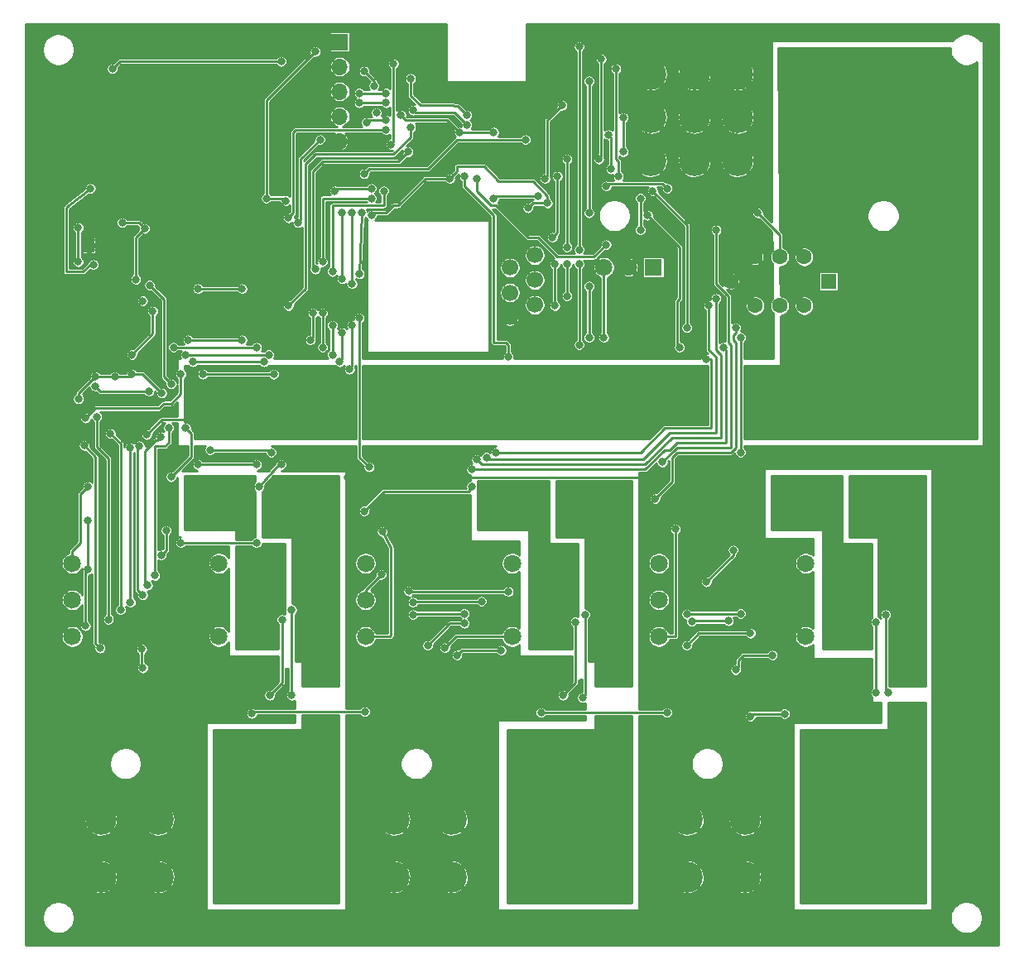
<source format=gbr>
%TF.GenerationSoftware,KiCad,Pcbnew,(5.1.9-0-10_14)*%
%TF.CreationDate,2021-05-26T20:10:19-07:00*%
%TF.ProjectId,tp_radio_board,74705f72-6164-4696-9f5f-626f6172642e,rev?*%
%TF.SameCoordinates,Original*%
%TF.FileFunction,Copper,L2,Bot*%
%TF.FilePolarity,Positive*%
%FSLAX46Y46*%
G04 Gerber Fmt 4.6, Leading zero omitted, Abs format (unit mm)*
G04 Created by KiCad (PCBNEW (5.1.9-0-10_14)) date 2021-05-26 20:10:19*
%MOMM*%
%LPD*%
G01*
G04 APERTURE LIST*
%TA.AperFunction,ComponentPad*%
%ADD10O,1.700000X1.700000*%
%TD*%
%TA.AperFunction,ComponentPad*%
%ADD11R,1.700000X1.700000*%
%TD*%
%TA.AperFunction,ComponentPad*%
%ADD12C,1.808000*%
%TD*%
%TA.AperFunction,ComponentPad*%
%ADD13C,3.200000*%
%TD*%
%TA.AperFunction,ComponentPad*%
%ADD14C,1.700000*%
%TD*%
%TA.AperFunction,ComponentPad*%
%ADD15C,2.780000*%
%TD*%
%TA.AperFunction,SMDPad,CuDef*%
%ADD16R,1.200000X1.500000*%
%TD*%
%TA.AperFunction,ComponentPad*%
%ADD17C,0.500000*%
%TD*%
%TA.AperFunction,ComponentPad*%
%ADD18R,1.800000X1.800000*%
%TD*%
%TA.AperFunction,ComponentPad*%
%ADD19C,1.800000*%
%TD*%
%TA.AperFunction,ComponentPad*%
%ADD20C,1.600000*%
%TD*%
%TA.AperFunction,ComponentPad*%
%ADD21R,1.600000X1.600000*%
%TD*%
%TA.AperFunction,ViaPad*%
%ADD22C,0.800000*%
%TD*%
%TA.AperFunction,Conductor*%
%ADD23C,0.250000*%
%TD*%
%TA.AperFunction,Conductor*%
%ADD24C,0.100000*%
%TD*%
G04 APERTURE END LIST*
D10*
%TO.P,J11,5*%
%TO.N,GND*%
X54500000Y-106660000D03*
%TO.P,J11,4*%
%TO.N,/INDICATOR3*%
X54500000Y-104120000D03*
%TO.P,J11,3*%
%TO.N,/INDICATOR2*%
X54500000Y-101580000D03*
%TO.P,J11,2*%
%TO.N,/INDICATOR1*%
X54500000Y-99040000D03*
D11*
%TO.P,J11,1*%
%TO.N,+3V3*%
X54500000Y-96500000D03*
%TD*%
D12*
%TO.P,K2,1*%
%TO.N,Net-(D2-Pad2)*%
X57140008Y-157350000D03*
%TO.P,K2,2*%
%TO.N,/Relay2_NC*%
X72140008Y-157350000D03*
%TO.P,K2,3*%
%TO.N,/Relay2_C*%
X77140008Y-157350000D03*
%TO.P,K2,4*%
%TO.N,/Relay2_NO*%
X82140008Y-157350000D03*
X82140008Y-149850000D03*
%TO.P,K2,3*%
%TO.N,/Relay2_C*%
X77140008Y-149850000D03*
%TO.P,K2,2*%
%TO.N,/Relay2_NC*%
X72140008Y-149850000D03*
%TO.P,K2,8*%
%TO.N,Net-(D5-Pad2)*%
X57140008Y-149850000D03*
%TO.P,K2,9*%
%TO.N,+5V*%
X57140008Y-153600000D03*
%TD*%
%TO.P,K3,1*%
%TO.N,Net-(D3-Pad2)*%
X87140008Y-157350000D03*
%TO.P,K3,2*%
%TO.N,/Relay3_NC*%
X102140008Y-157350000D03*
%TO.P,K3,3*%
%TO.N,/Relay3_C*%
X107140008Y-157350000D03*
%TO.P,K3,4*%
%TO.N,/Relay3_NO*%
X112140008Y-157350000D03*
X112140008Y-149850000D03*
%TO.P,K3,3*%
%TO.N,/Relay3_C*%
X107140008Y-149850000D03*
%TO.P,K3,2*%
%TO.N,/Relay3_NC*%
X102140008Y-149850000D03*
%TO.P,K3,8*%
%TO.N,Net-(D6-Pad2)*%
X87140008Y-149850000D03*
%TO.P,K3,9*%
%TO.N,+5V*%
X87140008Y-153600000D03*
%TD*%
%TO.P,K1,1*%
%TO.N,Net-(D1-Pad2)*%
X27140008Y-157350000D03*
%TO.P,K1,2*%
%TO.N,/Relay1_NC*%
X42140008Y-157350000D03*
%TO.P,K1,3*%
%TO.N,/Relay1_C*%
X47140008Y-157350000D03*
%TO.P,K1,4*%
%TO.N,/Relay1_NO*%
X52140008Y-157350000D03*
X52140008Y-149850000D03*
%TO.P,K1,3*%
%TO.N,/Relay1_C*%
X47140008Y-149850000D03*
%TO.P,K1,2*%
%TO.N,/Relay1_NC*%
X42140008Y-149850000D03*
%TO.P,K1,8*%
%TO.N,Net-(D4-Pad2)*%
X27140008Y-149850000D03*
%TO.P,K1,9*%
%TO.N,+5V*%
X27140008Y-153600000D03*
%TD*%
D13*
%TO.P,J10,1*%
%TO.N,GND*%
X90750000Y-104250000D03*
X90750000Y-108685000D03*
X95185000Y-104250000D03*
X90750000Y-99815000D03*
X86315000Y-104250000D03*
X86315000Y-108685000D03*
X86315000Y-99815000D03*
X95185000Y-99815000D03*
X95185000Y-108685000D03*
%TD*%
%TO.P,J8,1*%
%TO.N,+12V*%
X107250000Y-104250000D03*
X107250000Y-108685000D03*
X111685000Y-104250000D03*
X107250000Y-99815000D03*
X102815000Y-104250000D03*
X102815000Y-108685000D03*
X102815000Y-99815000D03*
X111685000Y-99815000D03*
X111685000Y-108685000D03*
%TD*%
%TO.P,J7,1*%
%TO.N,/Relay3_OUT*%
X105065000Y-181935000D03*
X105065000Y-176065000D03*
X110935000Y-176065000D03*
X110935000Y-181935000D03*
%TD*%
%TO.P,J6,1*%
%TO.N,/Relay2_OUT*%
X75065000Y-181935000D03*
X75065000Y-176065000D03*
X80935000Y-176065000D03*
X80935000Y-181935000D03*
%TD*%
%TO.P,J5,1*%
%TO.N,/Relay1_OUT*%
X45065000Y-181935000D03*
X45065000Y-176065000D03*
X50935000Y-176065000D03*
X50935000Y-181935000D03*
%TD*%
%TO.P,J4,1*%
%TO.N,GND*%
X90065000Y-181935000D03*
X90065000Y-176065000D03*
X95935000Y-176065000D03*
X95935000Y-181935000D03*
%TD*%
%TO.P,J3,1*%
%TO.N,GND*%
X60065000Y-181935000D03*
X60065000Y-176065000D03*
X65935000Y-176065000D03*
X65935000Y-181935000D03*
%TD*%
%TO.P,J2,1*%
%TO.N,GND*%
X30065000Y-181935000D03*
X30065000Y-176065000D03*
X35935000Y-176065000D03*
X35935000Y-181935000D03*
%TD*%
D14*
%TO.P,J9,6*%
%TO.N,+3V3*%
X74440000Y-118325000D03*
%TO.P,J9,4*%
%TO.N,/TCA6416A_INT*%
X74440000Y-120865000D03*
%TO.P,J9,2*%
%TO.N,/SDA*%
X74440000Y-123405000D03*
%TO.P,J9,5*%
%TO.N,/RJ12_spare*%
X71900000Y-119595000D03*
%TO.P,J9,3*%
%TO.N,/SCL*%
X71900000Y-122155000D03*
%TO.P,J9,1*%
%TO.N,GND*%
X71900000Y-124675000D03*
%TD*%
D15*
%TO.P,F6,2*%
%TO.N,/Relay3_NO*%
X108350000Y-143170000D03*
X111750000Y-143170000D03*
%TO.P,F6,1*%
%TO.N,+12V*%
X108350000Y-133250000D03*
X111750000Y-133250000D03*
%TD*%
%TO.P,F5,2*%
%TO.N,/Relay2_NO*%
X78440000Y-143270000D03*
X81840000Y-143270000D03*
%TO.P,F5,1*%
%TO.N,+12V*%
X78440000Y-133350000D03*
X81840000Y-133350000D03*
%TD*%
%TO.P,F4,2*%
%TO.N,/Relay1_NO*%
X48440000Y-143270000D03*
X51840000Y-143270000D03*
%TO.P,F4,1*%
%TO.N,+12V*%
X48440000Y-133350000D03*
X51840000Y-133350000D03*
%TD*%
D16*
%TO.P,U4,9*%
%TO.N,GND*%
X28850000Y-117300000D03*
D17*
X29200000Y-117800000D03*
X28500000Y-117800000D03*
X29200000Y-116800000D03*
X28500000Y-116800000D03*
%TD*%
D18*
%TO.P,U3,1*%
%TO.N,+12V*%
X86590000Y-119570000D03*
D19*
%TO.P,U3,2*%
%TO.N,GND*%
X84050000Y-119570000D03*
%TO.P,U3,3*%
%TO.N,+5V*%
X81510000Y-119570000D03*
%TD*%
D15*
%TO.P,F3,2*%
%TO.N,/Relay3_C*%
X100350000Y-143170000D03*
X103750000Y-143170000D03*
%TO.P,F3,1*%
%TO.N,+12V*%
X100350000Y-133250000D03*
X103750000Y-133250000D03*
%TD*%
%TO.P,F2,2*%
%TO.N,/Relay2_C*%
X70440000Y-143270000D03*
X73840000Y-143270000D03*
%TO.P,F2,1*%
%TO.N,+12V*%
X70440000Y-133350000D03*
X73840000Y-133350000D03*
%TD*%
%TO.P,F1,2*%
%TO.N,/Relay1_C*%
X40440000Y-143270000D03*
X43840000Y-143270000D03*
%TO.P,F1,1*%
%TO.N,+12V*%
X40440000Y-133350000D03*
X43840000Y-133350000D03*
%TD*%
D20*
%TO.P,S1,1*%
%TO.N,Net-(S1-Pad1)*%
X102000000Y-118500000D03*
%TO.P,S1,2*%
%TO.N,/Button1*%
X99500000Y-118500000D03*
%TO.P,S1,3*%
%TO.N,GND*%
X97000000Y-118500000D03*
%TO.P,S1,4*%
%TO.N,Net-(S1-Pad4)*%
X102000000Y-123500000D03*
%TO.P,S1,5*%
%TO.N,Net-(S1-Pad5)*%
X99500000Y-123500000D03*
%TO.P,S1,6*%
%TO.N,Net-(S1-Pad6)*%
X97000000Y-123500000D03*
D21*
%TO.P,S1,L1*%
%TO.N,Net-(R20-Pad1)*%
X104500000Y-121000000D03*
D20*
%TO.P,S1,L2*%
%TO.N,GND*%
X94500000Y-121000000D03*
%TD*%
D22*
%TO.N,Net-(D1-Pad2)*%
X28750000Y-145500000D03*
X28750000Y-150500000D03*
X28500000Y-156250000D03*
%TO.N,+5V*%
X58750000Y-151000000D03*
X36750000Y-146500000D03*
X36250000Y-149000000D03*
X94750000Y-148500000D03*
X92000000Y-151750000D03*
X35060000Y-121390000D03*
X37250000Y-131500000D03*
X38750000Y-136000000D03*
X32250000Y-115000000D03*
X34550000Y-115600000D03*
X33650000Y-120800000D03*
X37250000Y-141000000D03*
X95500000Y-126750000D03*
X95500000Y-138500000D03*
X81500000Y-126750000D03*
%TO.N,Net-(D2-Pad2)*%
X58840000Y-146600000D03*
%TO.N,GND*%
X58840000Y-163600000D03*
X69090000Y-163350000D03*
X88840000Y-163600000D03*
X99340000Y-163600000D03*
X39090000Y-163350000D03*
X28590000Y-163600000D03*
X85840000Y-141100000D03*
X55340000Y-141100000D03*
X44000000Y-117250000D03*
X37070000Y-117610000D03*
X61500000Y-110750000D03*
X54000000Y-110750000D03*
X77750000Y-95250000D03*
X83000000Y-95250000D03*
X81250000Y-95250000D03*
X79500000Y-95250000D03*
X84750000Y-95250000D03*
X90000000Y-95250000D03*
X88250000Y-95250000D03*
X86500000Y-95250000D03*
X91750000Y-95250000D03*
X97000000Y-95250000D03*
X95250000Y-95250000D03*
X93500000Y-95250000D03*
X98750000Y-95250000D03*
X104000000Y-95250000D03*
X102250000Y-95250000D03*
X100500000Y-95250000D03*
X105750000Y-95250000D03*
X111000000Y-95250000D03*
X109250000Y-95250000D03*
X107500000Y-95250000D03*
X112750000Y-95250000D03*
X118000000Y-95250000D03*
X116250000Y-95250000D03*
X114500000Y-95250000D03*
X119750000Y-95250000D03*
X121500000Y-95250000D03*
X121500000Y-151000000D03*
X121500000Y-145750000D03*
X121500000Y-147500000D03*
X121500000Y-149250000D03*
X121500000Y-144000000D03*
X121500000Y-138750000D03*
X121500000Y-140500000D03*
X121500000Y-142250000D03*
X121500000Y-137000000D03*
X121500000Y-131750000D03*
X121500000Y-133500000D03*
X121500000Y-135250000D03*
X121500000Y-130000000D03*
X121500000Y-124750000D03*
X121500000Y-126500000D03*
X121500000Y-128250000D03*
X121500000Y-123000000D03*
X121500000Y-117750000D03*
X121500000Y-119500000D03*
X121500000Y-121250000D03*
X121500000Y-116000000D03*
X121500000Y-110750000D03*
X121500000Y-112500000D03*
X121500000Y-114250000D03*
X121500000Y-109000000D03*
X121500000Y-103750000D03*
X121500000Y-105500000D03*
X121500000Y-107250000D03*
X121500000Y-102000000D03*
X121500000Y-96750000D03*
X121500000Y-98500000D03*
X121500000Y-100250000D03*
X121500000Y-187750000D03*
X121500000Y-186000000D03*
X121500000Y-180750000D03*
X121500000Y-182500000D03*
X121500000Y-184250000D03*
X121500000Y-179000000D03*
X121500000Y-173750000D03*
X121500000Y-175500000D03*
X121500000Y-177250000D03*
X121500000Y-172000000D03*
X121500000Y-166750000D03*
X121500000Y-168500000D03*
X121500000Y-170250000D03*
X121500000Y-165000000D03*
X121500000Y-159750000D03*
X121500000Y-161500000D03*
X121500000Y-163250000D03*
X121500000Y-158000000D03*
X121500000Y-152750000D03*
X121500000Y-154500000D03*
X121500000Y-156250000D03*
X27000000Y-95250000D03*
X25250000Y-95250000D03*
X28750000Y-95250000D03*
X51500000Y-95250000D03*
X56750000Y-95250000D03*
X60250000Y-95250000D03*
X58500000Y-95250000D03*
X62000000Y-95250000D03*
X23750000Y-95250000D03*
X23750000Y-151000000D03*
X23750000Y-145750000D03*
X23750000Y-147500000D03*
X23750000Y-149250000D03*
X23750000Y-144000000D03*
X23750000Y-138750000D03*
X23750000Y-140500000D03*
X23750000Y-142250000D03*
X23750000Y-137000000D03*
X23750000Y-131750000D03*
X23750000Y-133500000D03*
X23750000Y-135250000D03*
X23750000Y-130000000D03*
X23750000Y-124750000D03*
X23750000Y-126500000D03*
X23750000Y-128250000D03*
X23750000Y-123000000D03*
X23750000Y-117750000D03*
X23750000Y-119500000D03*
X23750000Y-121250000D03*
X23750000Y-116000000D03*
X23750000Y-110750000D03*
X23750000Y-112500000D03*
X23750000Y-114250000D03*
X23750000Y-109000000D03*
X23750000Y-103750000D03*
X23750000Y-105500000D03*
X23750000Y-107250000D03*
X23750000Y-102000000D03*
X23750000Y-96750000D03*
X23750000Y-98500000D03*
X23750000Y-100250000D03*
X23750000Y-180750000D03*
X23750000Y-182500000D03*
X23750000Y-184250000D03*
X23750000Y-179000000D03*
X23750000Y-173750000D03*
X23750000Y-175500000D03*
X23750000Y-177250000D03*
X23750000Y-172000000D03*
X23750000Y-166750000D03*
X23750000Y-168500000D03*
X23750000Y-170250000D03*
X23750000Y-165000000D03*
X23750000Y-159750000D03*
X23750000Y-161500000D03*
X23750000Y-163250000D03*
X23750000Y-158000000D03*
X23750000Y-152750000D03*
X23750000Y-154500000D03*
X23750000Y-156250000D03*
X77750000Y-187750000D03*
X83000000Y-187750000D03*
X81250000Y-187750000D03*
X79500000Y-187750000D03*
X84750000Y-187750000D03*
X90000000Y-187750000D03*
X88250000Y-187750000D03*
X86500000Y-187750000D03*
X91750000Y-187750000D03*
X97000000Y-187750000D03*
X95250000Y-187750000D03*
X93500000Y-187750000D03*
X98750000Y-187750000D03*
X104000000Y-187750000D03*
X102250000Y-187750000D03*
X100500000Y-187750000D03*
X105750000Y-187750000D03*
X111000000Y-187750000D03*
X109250000Y-187750000D03*
X107500000Y-187750000D03*
X112750000Y-187750000D03*
X116250000Y-187750000D03*
X114500000Y-187750000D03*
X27000000Y-187750000D03*
X28750000Y-187750000D03*
X34000000Y-187750000D03*
X32250000Y-187750000D03*
X30500000Y-187750000D03*
X35750000Y-187750000D03*
X41000000Y-187750000D03*
X39250000Y-187750000D03*
X37500000Y-187750000D03*
X42750000Y-187750000D03*
X48000000Y-187750000D03*
X46250000Y-187750000D03*
X44500000Y-187750000D03*
X49750000Y-187750000D03*
X55000000Y-187750000D03*
X53250000Y-187750000D03*
X51500000Y-187750000D03*
X56750000Y-187750000D03*
X60250000Y-187750000D03*
X58500000Y-187750000D03*
X72500000Y-187750000D03*
X74250000Y-187750000D03*
X76000000Y-187750000D03*
X70750000Y-187750000D03*
X65500000Y-187750000D03*
X67250000Y-187750000D03*
X69000000Y-187750000D03*
X63750000Y-187750000D03*
X62000000Y-187750000D03*
X23750000Y-187750000D03*
X49750000Y-95250000D03*
X44500000Y-95250000D03*
X46250000Y-95250000D03*
X48000000Y-95250000D03*
X42750000Y-95250000D03*
X37500000Y-95250000D03*
X39250000Y-95250000D03*
X41000000Y-95250000D03*
X35750000Y-95250000D03*
X30500000Y-95250000D03*
X32250000Y-95250000D03*
X34000000Y-95250000D03*
X62000000Y-108750000D03*
X76750000Y-109000000D03*
X41500000Y-115750000D03*
X76750000Y-95250000D03*
%TO.N,/Relay1_SET*%
X76500000Y-119250000D03*
X76500000Y-123500000D03*
X92250000Y-123500000D03*
X76250000Y-116500000D03*
X76750000Y-110250000D03*
X81000000Y-108500000D03*
X81250000Y-98250000D03*
X40000000Y-139750000D03*
X46000000Y-139750000D03*
X69500000Y-139000000D03*
%TO.N,/PTI_DATA*%
X67500000Y-104000000D03*
X61750000Y-100250000D03*
X52500000Y-106500000D03*
X50250000Y-115000000D03*
%TO.N,/PTI_FRAME*%
X80000000Y-126750000D03*
X80000000Y-100500000D03*
X80000000Y-114000000D03*
X80000000Y-121500000D03*
%TO.N,/RESETn*%
X79000000Y-97000000D03*
X79000000Y-117750000D03*
X79000000Y-119250000D03*
X79000000Y-127500000D03*
%TO.N,/SWO*%
X57750000Y-111500000D03*
X54000000Y-111750000D03*
%TO.N,/SWDIO*%
X61750000Y-105250000D03*
X49250000Y-123500000D03*
%TO.N,/SWCLK*%
X59250000Y-105500000D03*
X49250000Y-114500000D03*
%TO.N,Net-(BT1-Pad1)*%
X29310000Y-119290000D03*
X29000000Y-111500000D03*
X48500000Y-98500000D03*
X31250000Y-99250000D03*
%TO.N,+3V3*%
X27785000Y-133035000D03*
X29500000Y-130750000D03*
X36285000Y-132435000D03*
X28360000Y-137800000D03*
X29990000Y-158530000D03*
X34250000Y-158630000D03*
X34360000Y-160560000D03*
X57060000Y-165030000D03*
X45510000Y-165220000D03*
X75090000Y-165120000D03*
X87970000Y-165120000D03*
X34350000Y-123000000D03*
X35370000Y-124050000D03*
X33250000Y-128500000D03*
X31500000Y-130750000D03*
X33250000Y-130500000D03*
X44500000Y-121750000D03*
X40000000Y-121750000D03*
X52000000Y-97500000D03*
X47000000Y-112500000D03*
X75750000Y-113000000D03*
X65750000Y-110500000D03*
X73750000Y-113500000D03*
X100000000Y-165250000D03*
X96500000Y-165500000D03*
X49000000Y-112750000D03*
X57750000Y-114250000D03*
%TO.N,Net-(C7-Pad1)*%
X27750000Y-115500000D03*
X27750000Y-119000000D03*
%TO.N,Net-(D3-Pad2)*%
X88840000Y-146350000D03*
%TO.N,Net-(D4-Pad2)*%
X28750000Y-142000000D03*
%TO.N,+12V*%
X34770000Y-136690000D03*
X96250000Y-130000000D03*
X96250000Y-136250000D03*
X96250000Y-135000000D03*
X96250000Y-133750000D03*
X96250000Y-132500000D03*
X96250000Y-131250000D03*
X91500000Y-130250000D03*
X91500000Y-135250000D03*
X91500000Y-134000000D03*
X91500000Y-132750000D03*
X91500000Y-131500000D03*
%TO.N,/Relay2_SET*%
X56750000Y-114000000D03*
X57000000Y-110000000D03*
X73500000Y-106500000D03*
X56500000Y-124750000D03*
X56500000Y-120250000D03*
X57500000Y-140000000D03*
%TO.N,/Relay3_SET*%
X82750000Y-99250000D03*
X83000000Y-110250000D03*
X85250000Y-112500000D03*
X85250000Y-115750000D03*
X93000000Y-115750000D03*
X87500000Y-139500000D03*
%TO.N,/SCL*%
X53750000Y-128500000D03*
X59000000Y-111750000D03*
X47250000Y-128500000D03*
X38750000Y-128500000D03*
X53750000Y-125500000D03*
X53750000Y-120000000D03*
%TO.N,/SDA*%
X46000000Y-127750000D03*
X37500000Y-127750000D03*
X52750000Y-127750000D03*
X74750000Y-112250000D03*
X70250000Y-112500000D03*
X57750000Y-112500000D03*
X52750000Y-124250000D03*
X52750000Y-119000000D03*
%TO.N,/Relay2_NO*%
X71000000Y-158750000D03*
X66500000Y-159250000D03*
%TO.N,Net-(R4-Pad3)*%
X30840000Y-155600000D03*
X47340000Y-163350000D03*
X48590000Y-155600000D03*
X29670000Y-134860000D03*
%TO.N,Net-(R4-Pad2)*%
X49590000Y-154600000D03*
X49590000Y-163350000D03*
X31040000Y-136580000D03*
X32090000Y-154600000D03*
%TO.N,Net-(R5-Pad3)*%
X78590000Y-155850000D03*
X77340000Y-163350000D03*
X33090000Y-153850000D03*
X33060000Y-138040000D03*
X67250000Y-156000000D03*
X63500000Y-158250000D03*
%TO.N,Net-(R5-Pad2)*%
X79340000Y-163600000D03*
X79590000Y-155100000D03*
X34340000Y-153100000D03*
X34000000Y-137830000D03*
X62000000Y-155100000D03*
X67250000Y-155000000D03*
%TO.N,/Relay3_NO*%
X98750000Y-159250000D03*
X95000000Y-160750000D03*
%TO.N,Net-(R6-Pad3)*%
X36210000Y-136920000D03*
X34840000Y-152100000D03*
X109340000Y-163100000D03*
X109340000Y-155850000D03*
X62000000Y-153840000D03*
X69000000Y-153750000D03*
X90499868Y-155803596D03*
X94250000Y-155750000D03*
%TO.N,Net-(R6-Pad2)*%
X95500000Y-155000000D03*
X89999877Y-155051648D03*
X110340000Y-155100000D03*
X110590000Y-163100000D03*
X35590000Y-151100000D03*
X37000000Y-136000000D03*
X61555000Y-152695000D03*
X71750000Y-152750000D03*
%TO.N,/INA3221_TC*%
X92000000Y-129000000D03*
X67250000Y-110250000D03*
X41250000Y-138250000D03*
X47500000Y-138500000D03*
X70500000Y-138500000D03*
X71750000Y-128750000D03*
%TO.N,/INA3221_WARNING*%
X44500000Y-127000000D03*
X39000000Y-127000000D03*
X51500000Y-127000000D03*
X61500000Y-107750000D03*
X51750000Y-124250000D03*
X52000000Y-119750000D03*
%TO.N,/INA3221_CRITICAL*%
X39500000Y-129250000D03*
X46750000Y-129250000D03*
X35000000Y-132250000D03*
X29500000Y-131750000D03*
X54500000Y-129250000D03*
X54750000Y-114000000D03*
X56500000Y-102750000D03*
X59250000Y-102750000D03*
X54750000Y-126250000D03*
X54750000Y-120750000D03*
%TO.N,/INA3221_PV*%
X40500000Y-130500000D03*
X47750000Y-130500000D03*
X55500000Y-130000000D03*
X28500000Y-135000000D03*
X38250000Y-130500000D03*
X60000000Y-98750000D03*
X59750000Y-107000000D03*
X55750000Y-114000000D03*
X55750000Y-125500000D03*
X55750000Y-121250000D03*
%TO.N,/Relay2_UNSET*%
X82250000Y-109500000D03*
X86000000Y-114250000D03*
X82000000Y-106000000D03*
X57000000Y-144500000D03*
X68000000Y-142000000D03*
X89250000Y-127750000D03*
X93750000Y-127750000D03*
X68000000Y-140250000D03*
%TO.N,/Relay1_UNSET*%
X46000000Y-147750000D03*
X38250000Y-147750000D03*
X77750000Y-119250000D03*
X77750000Y-122500000D03*
X93000000Y-122750000D03*
X68500000Y-139250000D03*
X77750000Y-117500000D03*
X77750000Y-108500000D03*
X46250000Y-142000000D03*
X48500000Y-139750000D03*
%TO.N,/Relay3_UNSET*%
X90000000Y-125750000D03*
X95000000Y-125750000D03*
X86500000Y-111750000D03*
X83500000Y-107750000D03*
X83500000Y-104250000D03*
X86750000Y-143250000D03*
%TO.N,/Button1*%
X77250000Y-103000000D03*
X75500000Y-110500000D03*
X97250000Y-114000000D03*
X88000000Y-111500000D03*
X81750000Y-111250000D03*
%TO.N,/Button1_LED*%
X68500000Y-110500000D03*
X81750000Y-117250000D03*
%TO.N,/Relay2_NC*%
X65250000Y-158500000D03*
%TO.N,/Relay3_NC*%
X96500000Y-157000000D03*
X90000000Y-158250000D03*
%TO.N,/INDICATOR3*%
X59250000Y-101750000D03*
X56500000Y-101750000D03*
%TO.N,/INDICATOR2*%
X70250000Y-105750000D03*
X57250000Y-104750000D03*
X59250000Y-104500000D03*
X60750000Y-104000000D03*
X66750000Y-105750000D03*
%TO.N,/INDICATOR1*%
X67500000Y-105000000D03*
X62000000Y-103500000D03*
X57000000Y-99500000D03*
X58000000Y-101000000D03*
X58250000Y-103750000D03*
%TD*%
D23*
%TO.N,Net-(D1-Pad2)*%
X28750000Y-150500000D02*
X28750000Y-145500000D01*
X28750000Y-150500000D02*
X28500000Y-150750000D01*
X28500000Y-150750000D02*
X28500000Y-156250000D01*
%TO.N,+5V*%
X57140008Y-153600000D02*
X57140008Y-152609992D01*
X57140008Y-152609992D02*
X58750000Y-151000000D01*
X36750000Y-148500000D02*
X36750000Y-146500000D01*
X36250000Y-149000000D02*
X36750000Y-148500000D01*
X94750000Y-149000000D02*
X94750000Y-148500000D01*
X92000000Y-151750000D02*
X94750000Y-149000000D01*
X36500000Y-122830000D02*
X35060000Y-121390000D01*
X36500000Y-130750000D02*
X36500000Y-122830000D01*
X37250000Y-131500000D02*
X36500000Y-130750000D01*
X39330000Y-136580000D02*
X38750000Y-136000000D01*
X39330000Y-138920000D02*
X39330000Y-136580000D01*
X32250000Y-115000000D02*
X33950000Y-115000000D01*
X33950000Y-115000000D02*
X34550000Y-115600000D01*
X33650000Y-116500000D02*
X34550000Y-115600000D01*
X33650000Y-120800000D02*
X33650000Y-116500000D01*
X39330000Y-138920000D02*
X37250000Y-141000000D01*
X95500000Y-138500000D02*
X95500000Y-128000000D01*
X95500000Y-128000000D02*
X95500000Y-126750000D01*
X81510000Y-126740000D02*
X81510000Y-119570000D01*
X81500000Y-126750000D02*
X81510000Y-126740000D01*
%TO.N,Net-(D2-Pad2)*%
X59650000Y-157350000D02*
X57140008Y-157350000D01*
X59750000Y-157250000D02*
X59650000Y-157350000D01*
X59750000Y-148250000D02*
X59750000Y-157250000D01*
X58840000Y-146600000D02*
X59750000Y-148250000D01*
%TO.N,GND*%
X58340000Y-164100000D02*
X58840000Y-163600000D01*
X68340000Y-164100000D02*
X69090000Y-163350000D01*
X93590000Y-163850000D02*
X89090000Y-163850000D01*
X89090000Y-163850000D02*
X88840000Y-163600000D01*
X93590000Y-163850000D02*
X99090000Y-163850000D01*
X99090000Y-163850000D02*
X99340000Y-163600000D01*
X38840000Y-163600000D02*
X39090000Y-163350000D01*
X55340000Y-141100000D02*
X85840000Y-141100000D01*
X43640000Y-117610000D02*
X44000000Y-117250000D01*
X37070000Y-117610000D02*
X41500000Y-117610000D01*
X41500000Y-117610000D02*
X43640000Y-117610000D01*
X54000000Y-110750000D02*
X61500000Y-110750000D01*
X41500000Y-117610000D02*
X41500000Y-115750000D01*
%TO.N,/Relay1_SET*%
X76500000Y-123500000D02*
X76500000Y-119250000D01*
X92250000Y-128000000D02*
X92250000Y-123500000D01*
X93000000Y-128750000D02*
X92250000Y-128000000D01*
X93000000Y-129000000D02*
X93000000Y-128750000D01*
X76250000Y-116500000D02*
X76750000Y-116000000D01*
X76750000Y-116000000D02*
X76750000Y-110250000D01*
X81000000Y-108500000D02*
X81250000Y-108250000D01*
X81250000Y-108250000D02*
X81250000Y-98250000D01*
X40000000Y-139750000D02*
X46000000Y-139750000D01*
X69500000Y-139000000D02*
X69750000Y-139250000D01*
X69750000Y-139250000D02*
X85500000Y-139250000D01*
X85500000Y-139250000D02*
X88250000Y-136500000D01*
X88250000Y-136500000D02*
X93000000Y-136500000D01*
X93000000Y-136500000D02*
X93000000Y-129000000D01*
%TO.N,/PTI_DATA*%
X66104167Y-103000000D02*
X66208416Y-103065842D01*
X50500000Y-108500000D02*
X52500000Y-106500000D01*
X50500000Y-114750000D02*
X50500000Y-108500000D01*
X50250000Y-115000000D02*
X50500000Y-114750000D01*
X61750000Y-100250000D02*
X61750000Y-102000000D01*
X62750000Y-103000000D02*
X66104167Y-103000000D01*
X61750000Y-102000000D02*
X62750000Y-103000000D01*
X66208416Y-103065842D02*
X66565842Y-103065842D01*
X66565842Y-103065842D02*
X67500000Y-104000000D01*
%TO.N,/PTI_FRAME*%
X80000000Y-126750000D02*
X80000000Y-121500000D01*
X80000000Y-104500000D02*
X80000000Y-100500000D01*
X80000000Y-114000000D02*
X80000000Y-104500000D01*
%TO.N,/RESETn*%
X79000000Y-117750000D02*
X79000000Y-97000000D01*
X79000000Y-127500000D02*
X79000000Y-119250000D01*
%TO.N,/SWO*%
X54250000Y-111500000D02*
X57750000Y-111500000D01*
X54000000Y-111750000D02*
X54250000Y-111500000D01*
%TO.N,/SWDIO*%
X61750000Y-106250000D02*
X61750000Y-105250000D01*
X60000000Y-108000000D02*
X61750000Y-106250000D01*
X52000000Y-108000000D02*
X60000000Y-108000000D01*
X51000000Y-109000000D02*
X52000000Y-108000000D01*
X51000000Y-121750000D02*
X51000000Y-109000000D01*
X49250000Y-123500000D02*
X51000000Y-121750000D01*
%TO.N,/SWCLK*%
X50000000Y-105500000D02*
X59250000Y-105500000D01*
X49750000Y-105750000D02*
X50000000Y-105500000D01*
X49750000Y-114000000D02*
X49750000Y-105750000D01*
X49250000Y-114500000D02*
X49750000Y-114000000D01*
%TO.N,Net-(BT1-Pad1)*%
X26750000Y-113250000D02*
X29000000Y-111500000D01*
X26500000Y-113500000D02*
X26750000Y-113250000D01*
X26500000Y-120000000D02*
X26500000Y-113500000D01*
X28250000Y-120000000D02*
X26500000Y-120000000D01*
X28960000Y-119290000D02*
X28250000Y-120000000D01*
X29310000Y-119290000D02*
X28960000Y-119290000D01*
X32000000Y-98500000D02*
X48500000Y-98500000D01*
X31250000Y-99250000D02*
X32000000Y-98500000D01*
%TO.N,+3V3*%
X27785000Y-132465000D02*
X29500000Y-130750000D01*
X27785000Y-132465000D02*
X27785000Y-133035000D01*
X34350000Y-130500000D02*
X36285000Y-132435000D01*
X34350000Y-130500000D02*
X33250000Y-130500000D01*
X29530000Y-138970000D02*
X28360000Y-137800000D01*
X29530000Y-158070000D02*
X29530000Y-138970000D01*
X29990000Y-158530000D02*
X29530000Y-158070000D01*
X34250000Y-160450000D02*
X34250000Y-158630000D01*
X34360000Y-160560000D02*
X34250000Y-160450000D01*
X45700000Y-165030000D02*
X57060000Y-165030000D01*
X45510000Y-165220000D02*
X45700000Y-165030000D01*
X75090000Y-165120000D02*
X87970000Y-165120000D01*
X87970000Y-165120000D02*
X88000000Y-165120000D01*
X35370000Y-124050000D02*
X35370000Y-126380000D01*
X33250000Y-128500000D02*
X35370000Y-126380000D01*
X29500000Y-130750000D02*
X31500000Y-130750000D01*
X31500000Y-130750000D02*
X33000000Y-130750000D01*
X33000000Y-130750000D02*
X33250000Y-130500000D01*
X40000000Y-121750000D02*
X43750000Y-121750000D01*
X43750000Y-121750000D02*
X44500000Y-121750000D01*
X52000000Y-97500000D02*
X47000000Y-102500000D01*
X47000000Y-102500000D02*
X47000000Y-112500000D01*
X75750000Y-112250000D02*
X75750000Y-113000000D01*
X74250000Y-110750000D02*
X75750000Y-112250000D01*
X70750000Y-110750000D02*
X74250000Y-110750000D01*
X69250000Y-109250000D02*
X70750000Y-110750000D01*
X66500000Y-109250000D02*
X69250000Y-109250000D01*
X66500000Y-109750000D02*
X66500000Y-109250000D01*
X65750000Y-110500000D02*
X66500000Y-109750000D01*
X75750000Y-113000000D02*
X74250000Y-113000000D01*
X74250000Y-113000000D02*
X73750000Y-113500000D01*
X96750000Y-165250000D02*
X100000000Y-165250000D01*
X96500000Y-165500000D02*
X96750000Y-165250000D01*
X65750000Y-110500000D02*
X63250000Y-110500000D01*
X48750000Y-112500000D02*
X47000000Y-112500000D01*
X49000000Y-112750000D02*
X48750000Y-112500000D01*
X58000000Y-114000000D02*
X57750000Y-114250000D01*
X59250000Y-114000000D02*
X58000000Y-114000000D01*
X60000000Y-113250000D02*
X59250000Y-114000000D01*
X60500000Y-113250000D02*
X60000000Y-113250000D01*
X63250000Y-110500000D02*
X60500000Y-113250000D01*
%TO.N,Net-(C7-Pad1)*%
X27750000Y-119000000D02*
X27750000Y-115500000D01*
%TO.N,Net-(D3-Pad2)*%
X88840000Y-157350000D02*
X87140008Y-157350000D01*
X88840000Y-146350000D02*
X88840000Y-157350000D01*
%TO.N,Net-(D4-Pad2)*%
X27140008Y-149850000D02*
X27140008Y-148609992D01*
X28000000Y-142750000D02*
X28750000Y-142000000D01*
X28000000Y-147750000D02*
X28000000Y-142750000D01*
X27140008Y-148609992D02*
X28000000Y-147750000D01*
%TO.N,+12V*%
X38640000Y-135150000D02*
X40440000Y-133350000D01*
X36310000Y-135150000D02*
X38640000Y-135150000D01*
X34770000Y-136690000D02*
X36310000Y-135150000D01*
X96250000Y-136250000D02*
X96250000Y-135000000D01*
X96250000Y-132500000D02*
X96250000Y-133750000D01*
X96250000Y-131250000D02*
X96250000Y-130000000D01*
X91500000Y-135000000D02*
X91500000Y-135250000D01*
X91500000Y-132750000D02*
X91500000Y-134000000D01*
X91500000Y-131500000D02*
X91500000Y-130250000D01*
%TO.N,/Relay2_SET*%
X56500000Y-128000000D02*
X56500000Y-124750000D01*
X57000000Y-110000000D02*
X57500000Y-109500000D01*
X57500000Y-109500000D02*
X63500000Y-109500000D01*
X63500000Y-109500000D02*
X66500000Y-106500000D01*
X66500000Y-106500000D02*
X73500000Y-106500000D01*
X56750000Y-114000000D02*
X56500000Y-120250000D01*
X56500000Y-139000000D02*
X56500000Y-128000000D01*
X57500000Y-140000000D02*
X56500000Y-139000000D01*
%TO.N,/Relay3_SET*%
X82750000Y-105250000D02*
X82750000Y-99250000D01*
X82750000Y-108500000D02*
X82750000Y-105250000D01*
X83000000Y-108750000D02*
X82750000Y-108500000D01*
X83000000Y-110250000D02*
X83000000Y-108750000D01*
X85240000Y-115510000D02*
X85250000Y-115500000D01*
X85250000Y-115500000D02*
X85250000Y-112500000D01*
X85250000Y-115750000D02*
X85250000Y-115500000D01*
X93000000Y-121250000D02*
X93000000Y-115750000D01*
X94250000Y-122500000D02*
X93000000Y-121250000D01*
X94250000Y-125250000D02*
X94250000Y-122500000D01*
X94500000Y-138000000D02*
X94500000Y-128750000D01*
X89000000Y-138000000D02*
X94500000Y-138000000D01*
X88750000Y-138250000D02*
X89000000Y-138000000D01*
X87500000Y-139500000D02*
X88750000Y-138250000D01*
X94500000Y-128750000D02*
X94500000Y-127500000D01*
X94500000Y-127500000D02*
X94250000Y-127250000D01*
X94250000Y-127250000D02*
X94250000Y-125250000D01*
X85250000Y-115500000D02*
X85240000Y-115510000D01*
%TO.N,/SCL*%
X53750000Y-128500000D02*
X53750000Y-125500000D01*
X53750000Y-120000000D02*
X53750000Y-113500000D01*
X53750000Y-113500000D02*
X53750000Y-113250000D01*
X53750000Y-113250000D02*
X59000000Y-113250000D01*
X59000000Y-113250000D02*
X59000000Y-111750000D01*
X38750000Y-128500000D02*
X47250000Y-128500000D01*
%TO.N,/SDA*%
X37500000Y-127750000D02*
X46000000Y-127750000D01*
X52750000Y-127750000D02*
X52750000Y-124250000D01*
X70500000Y-112250000D02*
X74750000Y-112250000D01*
X70250000Y-112500000D02*
X70500000Y-112250000D01*
X52750000Y-112500000D02*
X57750000Y-112500000D01*
X52750000Y-118250000D02*
X52750000Y-112500000D01*
X52750000Y-118250000D02*
X52750000Y-119000000D01*
%TO.N,/Relay2_NO*%
X67000000Y-158750000D02*
X71000000Y-158750000D01*
X66500000Y-159250000D02*
X67000000Y-158750000D01*
%TO.N,Net-(R4-Pad3)*%
X30840000Y-155600000D02*
X31090000Y-155350000D01*
X47340000Y-163350000D02*
X48590000Y-162100000D01*
X48590000Y-162100000D02*
X48590000Y-155600000D01*
X30840000Y-155600000D02*
X30840000Y-139130000D01*
X29670000Y-137960000D02*
X29670000Y-134860000D01*
X30840000Y-139130000D02*
X29670000Y-137960000D01*
%TO.N,Net-(R4-Pad2)*%
X49590000Y-163350000D02*
X49590000Y-154600000D01*
X32090000Y-137630000D02*
X31040000Y-136580000D01*
X32090000Y-154600000D02*
X32090000Y-137630000D01*
%TO.N,Net-(R5-Pad3)*%
X78590000Y-162100000D02*
X78590000Y-155850000D01*
X77340000Y-163350000D02*
X78590000Y-162100000D01*
X33090000Y-153850000D02*
X33090000Y-138930000D01*
X33090000Y-138930000D02*
X33090000Y-138850000D01*
X33090000Y-138930000D02*
X33090000Y-138070000D01*
X33090000Y-138070000D02*
X33060000Y-138040000D01*
X65750000Y-156000000D02*
X67250000Y-156000000D01*
X63500000Y-158250000D02*
X65750000Y-156000000D01*
%TO.N,Net-(R5-Pad2)*%
X79340000Y-163600000D02*
X79590000Y-163350000D01*
X79590000Y-163350000D02*
X79590000Y-155100000D01*
X33840000Y-152600000D02*
X33840000Y-138870000D01*
X34340000Y-153100000D02*
X33840000Y-152600000D01*
X33840000Y-138870000D02*
X33840000Y-138850000D01*
X33840000Y-138870000D02*
X33840000Y-137990000D01*
X33840000Y-137990000D02*
X34000000Y-137830000D01*
X62100000Y-155000000D02*
X67250000Y-155000000D01*
X62100000Y-155000000D02*
X62000000Y-155100000D01*
%TO.N,/Relay3_NO*%
X95750000Y-159250000D02*
X98750000Y-159250000D01*
X95250000Y-159750000D02*
X95750000Y-159250000D01*
X95250000Y-160500000D02*
X95250000Y-159750000D01*
X95000000Y-160750000D02*
X95250000Y-160500000D01*
%TO.N,Net-(R6-Pad3)*%
X35640000Y-137300000D02*
X34590000Y-138350000D01*
X35830000Y-137300000D02*
X35640000Y-137300000D01*
X36210000Y-136920000D02*
X35830000Y-137300000D01*
X34840000Y-152100000D02*
X34590000Y-151850000D01*
X34590000Y-151850000D02*
X34590000Y-138350000D01*
X109340000Y-163100000D02*
X109340000Y-155850000D01*
X62090000Y-153750000D02*
X69000000Y-153750000D01*
X62090000Y-153750000D02*
X62000000Y-153840000D01*
X90553464Y-155750000D02*
X94250000Y-155750000D01*
X90553464Y-155750000D02*
X90499868Y-155803596D01*
%TO.N,Net-(R6-Pad2)*%
X90051525Y-155000000D02*
X89999877Y-155051648D01*
X90051525Y-155000000D02*
X95500000Y-155000000D01*
X110590000Y-163100000D02*
X110340000Y-162850000D01*
X110340000Y-162850000D02*
X110340000Y-155100000D01*
X35590000Y-137870000D02*
X35590000Y-151100000D01*
X35590000Y-137870000D02*
X35590000Y-137850000D01*
X35590000Y-137870000D02*
X36630000Y-137870000D01*
X37000000Y-137500000D02*
X37000000Y-136000000D01*
X36630000Y-137870000D02*
X37000000Y-137500000D01*
X61610000Y-152750000D02*
X71750000Y-152750000D01*
X61610000Y-152750000D02*
X61555000Y-152695000D01*
%TO.N,/INA3221_TC*%
X92500000Y-129000000D02*
X92000000Y-129000000D01*
X67250000Y-111250000D02*
X67250000Y-110250000D01*
X70250000Y-114250000D02*
X67250000Y-111250000D01*
X70250000Y-114250000D02*
X70250000Y-127250000D01*
X41250000Y-138250000D02*
X47250000Y-138250000D01*
X47250000Y-138250000D02*
X47500000Y-138500000D01*
X70500000Y-138500000D02*
X85250000Y-138500000D01*
X85250000Y-138500000D02*
X87750000Y-136000000D01*
X87750000Y-136000000D02*
X92250000Y-136000000D01*
X92250000Y-136000000D02*
X92500000Y-136000000D01*
X92500000Y-136000000D02*
X92500000Y-129000000D01*
X71500000Y-127250000D02*
X70250000Y-127250000D01*
X71750000Y-127500000D02*
X71500000Y-127250000D01*
X71750000Y-128750000D02*
X71750000Y-127500000D01*
%TO.N,/INA3221_WARNING*%
X39000000Y-127000000D02*
X44500000Y-127000000D01*
X51750000Y-126750000D02*
X51750000Y-124250000D01*
X51500000Y-127000000D02*
X51750000Y-126750000D01*
X60500000Y-108750000D02*
X61500000Y-107750000D01*
X52750000Y-108750000D02*
X60500000Y-108750000D01*
X51750000Y-109750000D02*
X52750000Y-108750000D01*
X51750000Y-111750000D02*
X51750000Y-109750000D01*
X51750000Y-119000000D02*
X51750000Y-111750000D01*
X51750000Y-119000000D02*
X51750000Y-119500000D01*
X52000000Y-119750000D02*
X51750000Y-119500000D01*
%TO.N,/INA3221_CRITICAL*%
X39500000Y-129250000D02*
X46750000Y-129250000D01*
X30000000Y-132250000D02*
X35000000Y-132250000D01*
X29500000Y-131750000D02*
X30000000Y-132250000D01*
X54750000Y-129000000D02*
X54750000Y-126250000D01*
X54500000Y-129250000D02*
X54750000Y-129000000D01*
X54750000Y-120500000D02*
X54750000Y-114000000D01*
X56500000Y-102750000D02*
X59250000Y-102750000D01*
X54750000Y-120500000D02*
X54750000Y-120750000D01*
%TO.N,/INA3221_PV*%
X40500000Y-130500000D02*
X47750000Y-130500000D01*
X55750000Y-129750000D02*
X55750000Y-125500000D01*
X55500000Y-130000000D02*
X55750000Y-129750000D01*
X28500000Y-135000000D02*
X29500000Y-134000000D01*
X29500000Y-134000000D02*
X36000000Y-134000000D01*
X36000000Y-134000000D02*
X36500000Y-133500000D01*
X36500000Y-133500000D02*
X37250000Y-133500000D01*
X37250000Y-133500000D02*
X38250000Y-132500000D01*
X38250000Y-132500000D02*
X38250000Y-130500000D01*
X60000000Y-106750000D02*
X60000000Y-98750000D01*
X59750000Y-107000000D02*
X60000000Y-106750000D01*
X55750000Y-121000000D02*
X55750000Y-114000000D01*
X55750000Y-121000000D02*
X55750000Y-121250000D01*
%TO.N,/Relay2_UNSET*%
X82250000Y-109500000D02*
X82250000Y-109000000D01*
X89250000Y-117500000D02*
X86000000Y-114250000D01*
X89250000Y-122750000D02*
X89250000Y-117500000D01*
X89000000Y-123000000D02*
X89250000Y-122750000D01*
X82250000Y-109000000D02*
X82250000Y-106250000D01*
X82250000Y-106250000D02*
X82000000Y-106000000D01*
X59000000Y-142500000D02*
X67750000Y-142500000D01*
X57000000Y-144500000D02*
X59000000Y-142500000D01*
X67750000Y-142500000D02*
X67750000Y-142250000D01*
X67750000Y-142250000D02*
X68000000Y-142000000D01*
X89000000Y-127500000D02*
X89000000Y-123000000D01*
X89250000Y-127750000D02*
X89000000Y-127500000D01*
X94000000Y-128000000D02*
X93750000Y-127750000D01*
X94000000Y-129250000D02*
X94000000Y-128000000D01*
X88250000Y-138250000D02*
X89000000Y-137500000D01*
X87750000Y-138250000D02*
X88250000Y-138250000D01*
X85750000Y-140250000D02*
X87750000Y-138250000D01*
X83750000Y-140250000D02*
X85750000Y-140250000D01*
X68000000Y-140250000D02*
X83750000Y-140250000D01*
X89000000Y-137500000D02*
X94000000Y-137500000D01*
X94000000Y-137500000D02*
X94000000Y-129250000D01*
%TO.N,/Relay1_UNSET*%
X38250000Y-147750000D02*
X46000000Y-147750000D01*
X77750000Y-122500000D02*
X77750000Y-119250000D01*
X93000000Y-128000000D02*
X93000000Y-122750000D01*
X93500000Y-128500000D02*
X93000000Y-128000000D01*
X93500000Y-129250000D02*
X93500000Y-128500000D01*
X68500000Y-139250000D02*
X69000000Y-139750000D01*
X69000000Y-139750000D02*
X85750000Y-139750000D01*
X85750000Y-139750000D02*
X88500000Y-137000000D01*
X88500000Y-137000000D02*
X93500000Y-137000000D01*
X93500000Y-137000000D02*
X93500000Y-129250000D01*
X77750000Y-117500000D02*
X77750000Y-108500000D01*
X48250000Y-139750000D02*
X48500000Y-139750000D01*
X48250000Y-139750000D02*
X46250000Y-142000000D01*
%TO.N,/Relay3_UNSET*%
X90000000Y-125750000D02*
X90000000Y-124250000D01*
X95000000Y-126250000D02*
X95000000Y-125750000D01*
X94750000Y-126500000D02*
X95000000Y-126250000D01*
X94750000Y-127000000D02*
X94750000Y-126500000D01*
X95000000Y-127250000D02*
X94750000Y-127000000D01*
X95000000Y-128500000D02*
X95000000Y-127250000D01*
X90000000Y-124250000D02*
X90000000Y-115250000D01*
X90000000Y-115250000D02*
X86500000Y-111750000D01*
X83500000Y-107750000D02*
X83500000Y-104250000D01*
X86750000Y-143250000D02*
X88500000Y-141500000D01*
X88500000Y-141500000D02*
X88500000Y-139000000D01*
X88500000Y-139000000D02*
X89000000Y-138500000D01*
X89000000Y-138500000D02*
X94500000Y-138500000D01*
X94500000Y-138500000D02*
X95000000Y-138000000D01*
X95000000Y-138000000D02*
X95000000Y-128500000D01*
%TO.N,/Button1*%
X75750000Y-104500000D02*
X77250000Y-103000000D01*
X75750000Y-110250000D02*
X75750000Y-104500000D01*
X75500000Y-110500000D02*
X75750000Y-110250000D01*
X99500000Y-116250000D02*
X99500000Y-118500000D01*
X97250000Y-114000000D02*
X99500000Y-116250000D01*
X87500000Y-111000000D02*
X88000000Y-111500000D01*
X82000000Y-111000000D02*
X87500000Y-111000000D01*
X81750000Y-111250000D02*
X82000000Y-111000000D01*
%TO.N,/Button1_LED*%
X68500000Y-111750000D02*
X68500000Y-110500000D01*
X70000000Y-113250000D02*
X68500000Y-111750000D01*
X70500000Y-113250000D02*
X70000000Y-113250000D01*
X73750000Y-116500000D02*
X70500000Y-113250000D01*
X74750000Y-116500000D02*
X73750000Y-116500000D01*
X76750000Y-118500000D02*
X74750000Y-116500000D01*
X80500000Y-118500000D02*
X76750000Y-118500000D01*
X81750000Y-117250000D02*
X80500000Y-118500000D01*
%TO.N,/Relay2_NC*%
X66400000Y-157350000D02*
X72140008Y-157350000D01*
X65250000Y-158500000D02*
X66400000Y-157350000D01*
%TO.N,/Relay3_NC*%
X91250000Y-157000000D02*
X96500000Y-157000000D01*
X90000000Y-158250000D02*
X91250000Y-157000000D01*
%TO.N,/INDICATOR3*%
X56500000Y-101750000D02*
X59250000Y-101750000D01*
%TO.N,/INDICATOR2*%
X66750000Y-105750000D02*
X70250000Y-105750000D01*
X57250000Y-104750000D02*
X57500000Y-104500000D01*
X57500000Y-104500000D02*
X59250000Y-104500000D01*
X60750000Y-104000000D02*
X61250000Y-104500000D01*
X61250000Y-104500000D02*
X65500000Y-104500000D01*
X65500000Y-104500000D02*
X66750000Y-105750000D01*
%TO.N,/INDICATOR1*%
X66250000Y-103750000D02*
X67500000Y-105000000D01*
X62250000Y-103750000D02*
X66250000Y-103750000D01*
X62000000Y-103500000D02*
X62250000Y-103750000D01*
X57000000Y-99500000D02*
X58000000Y-100500000D01*
X58000000Y-100500000D02*
X58000000Y-101000000D01*
%TD*%
%TO.N,+12V*%
X39014531Y-129648414D02*
X39101586Y-129735469D01*
X39203952Y-129803868D01*
X39317694Y-129850981D01*
X39438443Y-129875000D01*
X39561557Y-129875000D01*
X39682306Y-129850981D01*
X39796048Y-129803868D01*
X39898414Y-129735469D01*
X39985469Y-129648414D01*
X40001114Y-129625000D01*
X46248886Y-129625000D01*
X46264531Y-129648414D01*
X46351586Y-129735469D01*
X46453952Y-129803868D01*
X46567694Y-129850981D01*
X46688443Y-129875000D01*
X46811557Y-129875000D01*
X46932306Y-129850981D01*
X47046048Y-129803868D01*
X47148414Y-129735469D01*
X47235469Y-129648414D01*
X47251114Y-129625000D01*
X53998886Y-129625000D01*
X54014531Y-129648414D01*
X54101586Y-129735469D01*
X54203952Y-129803868D01*
X54317694Y-129850981D01*
X54438443Y-129875000D01*
X54561557Y-129875000D01*
X54682306Y-129850981D01*
X54796048Y-129803868D01*
X54898414Y-129735469D01*
X54978756Y-129655127D01*
X54946132Y-129703952D01*
X54899019Y-129817694D01*
X54875000Y-129938443D01*
X54875000Y-130061557D01*
X54899019Y-130182306D01*
X54946132Y-130296048D01*
X55014531Y-130398414D01*
X55101586Y-130485469D01*
X55203952Y-130553868D01*
X55317694Y-130600981D01*
X55438443Y-130625000D01*
X55561557Y-130625000D01*
X55682306Y-130600981D01*
X55796048Y-130553868D01*
X55898414Y-130485469D01*
X55985469Y-130398414D01*
X56053868Y-130296048D01*
X56100981Y-130182306D01*
X56125000Y-130061557D01*
X56125000Y-129938443D01*
X56100981Y-129817694D01*
X56096170Y-129806078D01*
X56100000Y-129767189D01*
X56100000Y-129767187D01*
X56101693Y-129750001D01*
X56100000Y-129732815D01*
X56100000Y-129625000D01*
X56150001Y-129625000D01*
X56150000Y-137125000D01*
X39680000Y-137125000D01*
X39680000Y-136597189D01*
X39681693Y-136580000D01*
X39674935Y-136511388D01*
X39654922Y-136445412D01*
X39629800Y-136398414D01*
X39622422Y-136384610D01*
X39578685Y-136331315D01*
X39565325Y-136320351D01*
X39363640Y-136118666D01*
X39375000Y-136061557D01*
X39375000Y-135938443D01*
X39350981Y-135817694D01*
X39303868Y-135703952D01*
X39235469Y-135601586D01*
X39148414Y-135514531D01*
X39046048Y-135446132D01*
X38932306Y-135399019D01*
X38811557Y-135375000D01*
X38688443Y-135375000D01*
X38625000Y-135387620D01*
X38625000Y-131001114D01*
X38648414Y-130985469D01*
X38735469Y-130898414D01*
X38803868Y-130796048D01*
X38850981Y-130682306D01*
X38875000Y-130561557D01*
X38875000Y-130438443D01*
X39875000Y-130438443D01*
X39875000Y-130561557D01*
X39899019Y-130682306D01*
X39946132Y-130796048D01*
X40014531Y-130898414D01*
X40101586Y-130985469D01*
X40203952Y-131053868D01*
X40317694Y-131100981D01*
X40438443Y-131125000D01*
X40561557Y-131125000D01*
X40682306Y-131100981D01*
X40796048Y-131053868D01*
X40898414Y-130985469D01*
X40985469Y-130898414D01*
X41017818Y-130850000D01*
X47232182Y-130850000D01*
X47264531Y-130898414D01*
X47351586Y-130985469D01*
X47453952Y-131053868D01*
X47567694Y-131100981D01*
X47688443Y-131125000D01*
X47811557Y-131125000D01*
X47932306Y-131100981D01*
X48046048Y-131053868D01*
X48148414Y-130985469D01*
X48235469Y-130898414D01*
X48303868Y-130796048D01*
X48350981Y-130682306D01*
X48375000Y-130561557D01*
X48375000Y-130438443D01*
X48350981Y-130317694D01*
X48303868Y-130203952D01*
X48235469Y-130101586D01*
X48148414Y-130014531D01*
X48046048Y-129946132D01*
X47932306Y-129899019D01*
X47811557Y-129875000D01*
X47688443Y-129875000D01*
X47567694Y-129899019D01*
X47453952Y-129946132D01*
X47351586Y-130014531D01*
X47264531Y-130101586D01*
X47232182Y-130150000D01*
X41017818Y-130150000D01*
X40985469Y-130101586D01*
X40898414Y-130014531D01*
X40796048Y-129946132D01*
X40682306Y-129899019D01*
X40561557Y-129875000D01*
X40438443Y-129875000D01*
X40317694Y-129899019D01*
X40203952Y-129946132D01*
X40101586Y-130014531D01*
X40014531Y-130101586D01*
X39946132Y-130203952D01*
X39899019Y-130317694D01*
X39875000Y-130438443D01*
X38875000Y-130438443D01*
X38850981Y-130317694D01*
X38803868Y-130203952D01*
X38735469Y-130101586D01*
X38648414Y-130014531D01*
X38625000Y-129998886D01*
X38625000Y-129625000D01*
X38998886Y-129625000D01*
X39014531Y-129648414D01*
%TA.AperFunction,Conductor*%
D24*
G36*
X39014531Y-129648414D02*
G01*
X39101586Y-129735469D01*
X39203952Y-129803868D01*
X39317694Y-129850981D01*
X39438443Y-129875000D01*
X39561557Y-129875000D01*
X39682306Y-129850981D01*
X39796048Y-129803868D01*
X39898414Y-129735469D01*
X39985469Y-129648414D01*
X40001114Y-129625000D01*
X46248886Y-129625000D01*
X46264531Y-129648414D01*
X46351586Y-129735469D01*
X46453952Y-129803868D01*
X46567694Y-129850981D01*
X46688443Y-129875000D01*
X46811557Y-129875000D01*
X46932306Y-129850981D01*
X47046048Y-129803868D01*
X47148414Y-129735469D01*
X47235469Y-129648414D01*
X47251114Y-129625000D01*
X53998886Y-129625000D01*
X54014531Y-129648414D01*
X54101586Y-129735469D01*
X54203952Y-129803868D01*
X54317694Y-129850981D01*
X54438443Y-129875000D01*
X54561557Y-129875000D01*
X54682306Y-129850981D01*
X54796048Y-129803868D01*
X54898414Y-129735469D01*
X54978756Y-129655127D01*
X54946132Y-129703952D01*
X54899019Y-129817694D01*
X54875000Y-129938443D01*
X54875000Y-130061557D01*
X54899019Y-130182306D01*
X54946132Y-130296048D01*
X55014531Y-130398414D01*
X55101586Y-130485469D01*
X55203952Y-130553868D01*
X55317694Y-130600981D01*
X55438443Y-130625000D01*
X55561557Y-130625000D01*
X55682306Y-130600981D01*
X55796048Y-130553868D01*
X55898414Y-130485469D01*
X55985469Y-130398414D01*
X56053868Y-130296048D01*
X56100981Y-130182306D01*
X56125000Y-130061557D01*
X56125000Y-129938443D01*
X56100981Y-129817694D01*
X56096170Y-129806078D01*
X56100000Y-129767189D01*
X56100000Y-129767187D01*
X56101693Y-129750001D01*
X56100000Y-129732815D01*
X56100000Y-129625000D01*
X56150001Y-129625000D01*
X56150000Y-137125000D01*
X39680000Y-137125000D01*
X39680000Y-136597189D01*
X39681693Y-136580000D01*
X39674935Y-136511388D01*
X39654922Y-136445412D01*
X39629800Y-136398414D01*
X39622422Y-136384610D01*
X39578685Y-136331315D01*
X39565325Y-136320351D01*
X39363640Y-136118666D01*
X39375000Y-136061557D01*
X39375000Y-135938443D01*
X39350981Y-135817694D01*
X39303868Y-135703952D01*
X39235469Y-135601586D01*
X39148414Y-135514531D01*
X39046048Y-135446132D01*
X38932306Y-135399019D01*
X38811557Y-135375000D01*
X38688443Y-135375000D01*
X38625000Y-135387620D01*
X38625000Y-131001114D01*
X38648414Y-130985469D01*
X38735469Y-130898414D01*
X38803868Y-130796048D01*
X38850981Y-130682306D01*
X38875000Y-130561557D01*
X38875000Y-130438443D01*
X39875000Y-130438443D01*
X39875000Y-130561557D01*
X39899019Y-130682306D01*
X39946132Y-130796048D01*
X40014531Y-130898414D01*
X40101586Y-130985469D01*
X40203952Y-131053868D01*
X40317694Y-131100981D01*
X40438443Y-131125000D01*
X40561557Y-131125000D01*
X40682306Y-131100981D01*
X40796048Y-131053868D01*
X40898414Y-130985469D01*
X40985469Y-130898414D01*
X41017818Y-130850000D01*
X47232182Y-130850000D01*
X47264531Y-130898414D01*
X47351586Y-130985469D01*
X47453952Y-131053868D01*
X47567694Y-131100981D01*
X47688443Y-131125000D01*
X47811557Y-131125000D01*
X47932306Y-131100981D01*
X48046048Y-131053868D01*
X48148414Y-130985469D01*
X48235469Y-130898414D01*
X48303868Y-130796048D01*
X48350981Y-130682306D01*
X48375000Y-130561557D01*
X48375000Y-130438443D01*
X48350981Y-130317694D01*
X48303868Y-130203952D01*
X48235469Y-130101586D01*
X48148414Y-130014531D01*
X48046048Y-129946132D01*
X47932306Y-129899019D01*
X47811557Y-129875000D01*
X47688443Y-129875000D01*
X47567694Y-129899019D01*
X47453952Y-129946132D01*
X47351586Y-130014531D01*
X47264531Y-130101586D01*
X47232182Y-130150000D01*
X41017818Y-130150000D01*
X40985469Y-130101586D01*
X40898414Y-130014531D01*
X40796048Y-129946132D01*
X40682306Y-129899019D01*
X40561557Y-129875000D01*
X40438443Y-129875000D01*
X40317694Y-129899019D01*
X40203952Y-129946132D01*
X40101586Y-130014531D01*
X40014531Y-130101586D01*
X39946132Y-130203952D01*
X39899019Y-130317694D01*
X39875000Y-130438443D01*
X38875000Y-130438443D01*
X38850981Y-130317694D01*
X38803868Y-130203952D01*
X38735469Y-130101586D01*
X38648414Y-130014531D01*
X38625000Y-129998886D01*
X38625000Y-129625000D01*
X38998886Y-129625000D01*
X39014531Y-129648414D01*
G37*
%TD.AperFunction*%
D23*
X92150000Y-135650000D02*
X87767189Y-135650000D01*
X87750000Y-135648307D01*
X87732811Y-135650000D01*
X87681388Y-135655065D01*
X87615413Y-135675078D01*
X87554610Y-135707578D01*
X87501315Y-135751315D01*
X87490351Y-135764675D01*
X86130027Y-137125000D01*
X56850000Y-137125000D01*
X56850000Y-129625000D01*
X92150001Y-129625000D01*
X92150000Y-135650000D01*
%TA.AperFunction,Conductor*%
D24*
G36*
X92150000Y-135650000D02*
G01*
X87767189Y-135650000D01*
X87750000Y-135648307D01*
X87732811Y-135650000D01*
X87681388Y-135655065D01*
X87615413Y-135675078D01*
X87554610Y-135707578D01*
X87501315Y-135751315D01*
X87490351Y-135764675D01*
X86130027Y-137125000D01*
X56850000Y-137125000D01*
X56850000Y-129625000D01*
X92150001Y-129625000D01*
X92150000Y-135650000D01*
G37*
%TD.AperFunction*%
D23*
X116928042Y-97126311D02*
X116928042Y-97453689D01*
X116991910Y-97774775D01*
X117117191Y-98077233D01*
X117299073Y-98349437D01*
X117530563Y-98580927D01*
X117802767Y-98762809D01*
X118105225Y-98888090D01*
X118426311Y-98951958D01*
X118753689Y-98951958D01*
X119074775Y-98888090D01*
X119377233Y-98762809D01*
X119625000Y-98597255D01*
X119625000Y-137125000D01*
X95850000Y-137125000D01*
X95850000Y-129625000D01*
X99500000Y-129625000D01*
X99524386Y-129622598D01*
X99547835Y-129615485D01*
X99569446Y-129603934D01*
X99588388Y-129588388D01*
X99603934Y-129569446D01*
X99615485Y-129547835D01*
X99622598Y-129524386D01*
X99624996Y-129499031D01*
X99586438Y-124525000D01*
X99600954Y-124525000D01*
X99798982Y-124485610D01*
X99985520Y-124408344D01*
X100153400Y-124296170D01*
X100296170Y-124153400D01*
X100408344Y-123985520D01*
X100485610Y-123798982D01*
X100525000Y-123600954D01*
X100525000Y-123399046D01*
X100975000Y-123399046D01*
X100975000Y-123600954D01*
X101014390Y-123798982D01*
X101091656Y-123985520D01*
X101203830Y-124153400D01*
X101346600Y-124296170D01*
X101514480Y-124408344D01*
X101701018Y-124485610D01*
X101899046Y-124525000D01*
X102100954Y-124525000D01*
X102298982Y-124485610D01*
X102485520Y-124408344D01*
X102653400Y-124296170D01*
X102796170Y-124153400D01*
X102908344Y-123985520D01*
X102985610Y-123798982D01*
X103025000Y-123600954D01*
X103025000Y-123399046D01*
X102985610Y-123201018D01*
X102908344Y-123014480D01*
X102796170Y-122846600D01*
X102653400Y-122703830D01*
X102485520Y-122591656D01*
X102298982Y-122514390D01*
X102100954Y-122475000D01*
X101899046Y-122475000D01*
X101701018Y-122514390D01*
X101514480Y-122591656D01*
X101346600Y-122703830D01*
X101203830Y-122846600D01*
X101091656Y-123014480D01*
X101014390Y-123201018D01*
X100975000Y-123399046D01*
X100525000Y-123399046D01*
X100485610Y-123201018D01*
X100408344Y-123014480D01*
X100296170Y-122846600D01*
X100153400Y-122703830D01*
X99985520Y-122591656D01*
X99798982Y-122514390D01*
X99600954Y-122475000D01*
X99570546Y-122475000D01*
X99552911Y-120200000D01*
X103473912Y-120200000D01*
X103473912Y-121800000D01*
X103478256Y-121844108D01*
X103491122Y-121886520D01*
X103512015Y-121925608D01*
X103540132Y-121959868D01*
X103574392Y-121987985D01*
X103613480Y-122008878D01*
X103655892Y-122021744D01*
X103700000Y-122026088D01*
X105300000Y-122026088D01*
X105344108Y-122021744D01*
X105386520Y-122008878D01*
X105425608Y-121987985D01*
X105459868Y-121959868D01*
X105487985Y-121925608D01*
X105508878Y-121886520D01*
X105521744Y-121844108D01*
X105526088Y-121800000D01*
X105526088Y-120200000D01*
X105521744Y-120155892D01*
X105508878Y-120113480D01*
X105487985Y-120074392D01*
X105459868Y-120040132D01*
X105425608Y-120012015D01*
X105386520Y-119991122D01*
X105344108Y-119978256D01*
X105300000Y-119973912D01*
X103700000Y-119973912D01*
X103655892Y-119978256D01*
X103613480Y-119991122D01*
X103574392Y-120012015D01*
X103540132Y-120040132D01*
X103512015Y-120074392D01*
X103491122Y-120113480D01*
X103478256Y-120155892D01*
X103473912Y-120200000D01*
X99552911Y-120200000D01*
X99547678Y-119525000D01*
X99600954Y-119525000D01*
X99798982Y-119485610D01*
X99985520Y-119408344D01*
X100153400Y-119296170D01*
X100296170Y-119153400D01*
X100408344Y-118985520D01*
X100485610Y-118798982D01*
X100525000Y-118600954D01*
X100525000Y-118399046D01*
X100975000Y-118399046D01*
X100975000Y-118600954D01*
X101014390Y-118798982D01*
X101091656Y-118985520D01*
X101203830Y-119153400D01*
X101346600Y-119296170D01*
X101514480Y-119408344D01*
X101701018Y-119485610D01*
X101899046Y-119525000D01*
X102100954Y-119525000D01*
X102298982Y-119485610D01*
X102485520Y-119408344D01*
X102653400Y-119296170D01*
X102796170Y-119153400D01*
X102908344Y-118985520D01*
X102985610Y-118798982D01*
X103025000Y-118600954D01*
X103025000Y-118399046D01*
X102985610Y-118201018D01*
X102908344Y-118014480D01*
X102796170Y-117846600D01*
X102653400Y-117703830D01*
X102485520Y-117591656D01*
X102298982Y-117514390D01*
X102100954Y-117475000D01*
X101899046Y-117475000D01*
X101701018Y-117514390D01*
X101514480Y-117591656D01*
X101346600Y-117703830D01*
X101203830Y-117846600D01*
X101091656Y-118014480D01*
X101014390Y-118201018D01*
X100975000Y-118399046D01*
X100525000Y-118399046D01*
X100485610Y-118201018D01*
X100408344Y-118014480D01*
X100296170Y-117846600D01*
X100153400Y-117703830D01*
X99985520Y-117591656D01*
X99850000Y-117535522D01*
X99850000Y-116267196D01*
X99851694Y-116250000D01*
X99844935Y-116181388D01*
X99824922Y-116115413D01*
X99792422Y-116054610D01*
X99759642Y-116014667D01*
X99759640Y-116014665D01*
X99748684Y-116001315D01*
X99735335Y-115990360D01*
X99518597Y-115773623D01*
X99505828Y-114126311D01*
X108428042Y-114126311D01*
X108428042Y-114453689D01*
X108491910Y-114774775D01*
X108617191Y-115077233D01*
X108799073Y-115349437D01*
X109030563Y-115580927D01*
X109302767Y-115762809D01*
X109605225Y-115888090D01*
X109926311Y-115951958D01*
X110253689Y-115951958D01*
X110574775Y-115888090D01*
X110877233Y-115762809D01*
X111149437Y-115580927D01*
X111380927Y-115349437D01*
X111562809Y-115077233D01*
X111688090Y-114774775D01*
X111751958Y-114453689D01*
X111751958Y-114126311D01*
X111688090Y-113805225D01*
X111562809Y-113502767D01*
X111380927Y-113230563D01*
X111149437Y-112999073D01*
X110877233Y-112817191D01*
X110574775Y-112691910D01*
X110253689Y-112628042D01*
X109926311Y-112628042D01*
X109605225Y-112691910D01*
X109302767Y-112817191D01*
X109030563Y-112999073D01*
X108799073Y-113230563D01*
X108617191Y-113502767D01*
X108491910Y-113805225D01*
X108428042Y-114126311D01*
X99505828Y-114126311D01*
X99375000Y-97249547D01*
X99375000Y-97125000D01*
X116928303Y-97125000D01*
X116928042Y-97126311D01*
%TA.AperFunction,Conductor*%
D24*
G36*
X116928042Y-97126311D02*
G01*
X116928042Y-97453689D01*
X116991910Y-97774775D01*
X117117191Y-98077233D01*
X117299073Y-98349437D01*
X117530563Y-98580927D01*
X117802767Y-98762809D01*
X118105225Y-98888090D01*
X118426311Y-98951958D01*
X118753689Y-98951958D01*
X119074775Y-98888090D01*
X119377233Y-98762809D01*
X119625000Y-98597255D01*
X119625000Y-137125000D01*
X95850000Y-137125000D01*
X95850000Y-129625000D01*
X99500000Y-129625000D01*
X99524386Y-129622598D01*
X99547835Y-129615485D01*
X99569446Y-129603934D01*
X99588388Y-129588388D01*
X99603934Y-129569446D01*
X99615485Y-129547835D01*
X99622598Y-129524386D01*
X99624996Y-129499031D01*
X99586438Y-124525000D01*
X99600954Y-124525000D01*
X99798982Y-124485610D01*
X99985520Y-124408344D01*
X100153400Y-124296170D01*
X100296170Y-124153400D01*
X100408344Y-123985520D01*
X100485610Y-123798982D01*
X100525000Y-123600954D01*
X100525000Y-123399046D01*
X100975000Y-123399046D01*
X100975000Y-123600954D01*
X101014390Y-123798982D01*
X101091656Y-123985520D01*
X101203830Y-124153400D01*
X101346600Y-124296170D01*
X101514480Y-124408344D01*
X101701018Y-124485610D01*
X101899046Y-124525000D01*
X102100954Y-124525000D01*
X102298982Y-124485610D01*
X102485520Y-124408344D01*
X102653400Y-124296170D01*
X102796170Y-124153400D01*
X102908344Y-123985520D01*
X102985610Y-123798982D01*
X103025000Y-123600954D01*
X103025000Y-123399046D01*
X102985610Y-123201018D01*
X102908344Y-123014480D01*
X102796170Y-122846600D01*
X102653400Y-122703830D01*
X102485520Y-122591656D01*
X102298982Y-122514390D01*
X102100954Y-122475000D01*
X101899046Y-122475000D01*
X101701018Y-122514390D01*
X101514480Y-122591656D01*
X101346600Y-122703830D01*
X101203830Y-122846600D01*
X101091656Y-123014480D01*
X101014390Y-123201018D01*
X100975000Y-123399046D01*
X100525000Y-123399046D01*
X100485610Y-123201018D01*
X100408344Y-123014480D01*
X100296170Y-122846600D01*
X100153400Y-122703830D01*
X99985520Y-122591656D01*
X99798982Y-122514390D01*
X99600954Y-122475000D01*
X99570546Y-122475000D01*
X99552911Y-120200000D01*
X103473912Y-120200000D01*
X103473912Y-121800000D01*
X103478256Y-121844108D01*
X103491122Y-121886520D01*
X103512015Y-121925608D01*
X103540132Y-121959868D01*
X103574392Y-121987985D01*
X103613480Y-122008878D01*
X103655892Y-122021744D01*
X103700000Y-122026088D01*
X105300000Y-122026088D01*
X105344108Y-122021744D01*
X105386520Y-122008878D01*
X105425608Y-121987985D01*
X105459868Y-121959868D01*
X105487985Y-121925608D01*
X105508878Y-121886520D01*
X105521744Y-121844108D01*
X105526088Y-121800000D01*
X105526088Y-120200000D01*
X105521744Y-120155892D01*
X105508878Y-120113480D01*
X105487985Y-120074392D01*
X105459868Y-120040132D01*
X105425608Y-120012015D01*
X105386520Y-119991122D01*
X105344108Y-119978256D01*
X105300000Y-119973912D01*
X103700000Y-119973912D01*
X103655892Y-119978256D01*
X103613480Y-119991122D01*
X103574392Y-120012015D01*
X103540132Y-120040132D01*
X103512015Y-120074392D01*
X103491122Y-120113480D01*
X103478256Y-120155892D01*
X103473912Y-120200000D01*
X99552911Y-120200000D01*
X99547678Y-119525000D01*
X99600954Y-119525000D01*
X99798982Y-119485610D01*
X99985520Y-119408344D01*
X100153400Y-119296170D01*
X100296170Y-119153400D01*
X100408344Y-118985520D01*
X100485610Y-118798982D01*
X100525000Y-118600954D01*
X100525000Y-118399046D01*
X100975000Y-118399046D01*
X100975000Y-118600954D01*
X101014390Y-118798982D01*
X101091656Y-118985520D01*
X101203830Y-119153400D01*
X101346600Y-119296170D01*
X101514480Y-119408344D01*
X101701018Y-119485610D01*
X101899046Y-119525000D01*
X102100954Y-119525000D01*
X102298982Y-119485610D01*
X102485520Y-119408344D01*
X102653400Y-119296170D01*
X102796170Y-119153400D01*
X102908344Y-118985520D01*
X102985610Y-118798982D01*
X103025000Y-118600954D01*
X103025000Y-118399046D01*
X102985610Y-118201018D01*
X102908344Y-118014480D01*
X102796170Y-117846600D01*
X102653400Y-117703830D01*
X102485520Y-117591656D01*
X102298982Y-117514390D01*
X102100954Y-117475000D01*
X101899046Y-117475000D01*
X101701018Y-117514390D01*
X101514480Y-117591656D01*
X101346600Y-117703830D01*
X101203830Y-117846600D01*
X101091656Y-118014480D01*
X101014390Y-118201018D01*
X100975000Y-118399046D01*
X100525000Y-118399046D01*
X100485610Y-118201018D01*
X100408344Y-118014480D01*
X100296170Y-117846600D01*
X100153400Y-117703830D01*
X99985520Y-117591656D01*
X99850000Y-117535522D01*
X99850000Y-116267196D01*
X99851694Y-116250000D01*
X99844935Y-116181388D01*
X99824922Y-116115413D01*
X99792422Y-116054610D01*
X99759642Y-116014667D01*
X99759640Y-116014665D01*
X99748684Y-116001315D01*
X99735335Y-115990360D01*
X99518597Y-115773623D01*
X99505828Y-114126311D01*
X108428042Y-114126311D01*
X108428042Y-114453689D01*
X108491910Y-114774775D01*
X108617191Y-115077233D01*
X108799073Y-115349437D01*
X109030563Y-115580927D01*
X109302767Y-115762809D01*
X109605225Y-115888090D01*
X109926311Y-115951958D01*
X110253689Y-115951958D01*
X110574775Y-115888090D01*
X110877233Y-115762809D01*
X111149437Y-115580927D01*
X111380927Y-115349437D01*
X111562809Y-115077233D01*
X111688090Y-114774775D01*
X111751958Y-114453689D01*
X111751958Y-114126311D01*
X111688090Y-113805225D01*
X111562809Y-113502767D01*
X111380927Y-113230563D01*
X111149437Y-112999073D01*
X110877233Y-112817191D01*
X110574775Y-112691910D01*
X110253689Y-112628042D01*
X109926311Y-112628042D01*
X109605225Y-112691910D01*
X109302767Y-112817191D01*
X109030563Y-112999073D01*
X108799073Y-113230563D01*
X108617191Y-113502767D01*
X108491910Y-113805225D01*
X108428042Y-114126311D01*
X99505828Y-114126311D01*
X99375000Y-97249547D01*
X99375000Y-97125000D01*
X116928303Y-97125000D01*
X116928042Y-97126311D01*
G37*
%TD.AperFunction*%
%TD*%
D23*
%TO.N,/Relay3_NO*%
X114375000Y-162375000D02*
X110690000Y-162375000D01*
X110690000Y-155617818D01*
X110738414Y-155585469D01*
X110825469Y-155498414D01*
X110893868Y-155396048D01*
X110940981Y-155282306D01*
X110965000Y-155161557D01*
X110965000Y-155038443D01*
X110940981Y-154917694D01*
X110893868Y-154803952D01*
X110825469Y-154701586D01*
X110738414Y-154614531D01*
X110636048Y-154546132D01*
X110522306Y-154499019D01*
X110401557Y-154475000D01*
X110278443Y-154475000D01*
X110157694Y-154499019D01*
X110043952Y-154546132D01*
X109941586Y-154614531D01*
X109854531Y-154701586D01*
X109786132Y-154803952D01*
X109739019Y-154917694D01*
X109715000Y-155038443D01*
X109715000Y-155161557D01*
X109739019Y-155282306D01*
X109786132Y-155396048D01*
X109818756Y-155444873D01*
X109738414Y-155364531D01*
X109636048Y-155296132D01*
X109625000Y-155291556D01*
X109625000Y-147250000D01*
X109622598Y-147225614D01*
X109615485Y-147202165D01*
X109603934Y-147180554D01*
X109588388Y-147161612D01*
X109569446Y-147146066D01*
X109547835Y-147134515D01*
X109524386Y-147127402D01*
X109500000Y-147125000D01*
X106625000Y-147125000D01*
X106625000Y-140875000D01*
X114375000Y-140875000D01*
X114375000Y-162375000D01*
%TA.AperFunction,Conductor*%
D24*
G36*
X114375000Y-162375000D02*
G01*
X110690000Y-162375000D01*
X110690000Y-155617818D01*
X110738414Y-155585469D01*
X110825469Y-155498414D01*
X110893868Y-155396048D01*
X110940981Y-155282306D01*
X110965000Y-155161557D01*
X110965000Y-155038443D01*
X110940981Y-154917694D01*
X110893868Y-154803952D01*
X110825469Y-154701586D01*
X110738414Y-154614531D01*
X110636048Y-154546132D01*
X110522306Y-154499019D01*
X110401557Y-154475000D01*
X110278443Y-154475000D01*
X110157694Y-154499019D01*
X110043952Y-154546132D01*
X109941586Y-154614531D01*
X109854531Y-154701586D01*
X109786132Y-154803952D01*
X109739019Y-154917694D01*
X109715000Y-155038443D01*
X109715000Y-155161557D01*
X109739019Y-155282306D01*
X109786132Y-155396048D01*
X109818756Y-155444873D01*
X109738414Y-155364531D01*
X109636048Y-155296132D01*
X109625000Y-155291556D01*
X109625000Y-147250000D01*
X109622598Y-147225614D01*
X109615485Y-147202165D01*
X109603934Y-147180554D01*
X109588388Y-147161612D01*
X109569446Y-147146066D01*
X109547835Y-147134515D01*
X109524386Y-147127402D01*
X109500000Y-147125000D01*
X106625000Y-147125000D01*
X106625000Y-140875000D01*
X114375000Y-140875000D01*
X114375000Y-162375000D01*
G37*
%TD.AperFunction*%
%TD*%
D23*
%TO.N,/Relay3_C*%
X105875000Y-147750000D02*
X105877402Y-147774386D01*
X105884515Y-147797835D01*
X105896066Y-147819446D01*
X105911612Y-147838388D01*
X105930554Y-147853934D01*
X105952165Y-147865485D01*
X105975614Y-147872598D01*
X106000000Y-147875000D01*
X108875000Y-147875000D01*
X108875000Y-155431117D01*
X108854531Y-155451586D01*
X108786132Y-155553952D01*
X108739019Y-155667694D01*
X108715000Y-155788443D01*
X108715000Y-155911557D01*
X108739019Y-156032306D01*
X108786132Y-156146048D01*
X108854531Y-156248414D01*
X108875000Y-156268883D01*
X108875000Y-158625000D01*
X103875000Y-158625000D01*
X103875000Y-146500000D01*
X103872598Y-146475614D01*
X103865485Y-146452165D01*
X103853934Y-146430554D01*
X103838388Y-146411612D01*
X103819446Y-146396066D01*
X103797835Y-146384515D01*
X103774386Y-146377402D01*
X103750000Y-146375000D01*
X98625000Y-146375000D01*
X98625000Y-140875000D01*
X105875000Y-140875000D01*
X105875000Y-147750000D01*
%TA.AperFunction,Conductor*%
D24*
G36*
X105875000Y-147750000D02*
G01*
X105877402Y-147774386D01*
X105884515Y-147797835D01*
X105896066Y-147819446D01*
X105911612Y-147838388D01*
X105930554Y-147853934D01*
X105952165Y-147865485D01*
X105975614Y-147872598D01*
X106000000Y-147875000D01*
X108875000Y-147875000D01*
X108875000Y-155431117D01*
X108854531Y-155451586D01*
X108786132Y-155553952D01*
X108739019Y-155667694D01*
X108715000Y-155788443D01*
X108715000Y-155911557D01*
X108739019Y-156032306D01*
X108786132Y-156146048D01*
X108854531Y-156248414D01*
X108875000Y-156268883D01*
X108875000Y-158625000D01*
X103875000Y-158625000D01*
X103875000Y-146500000D01*
X103872598Y-146475614D01*
X103865485Y-146452165D01*
X103853934Y-146430554D01*
X103838388Y-146411612D01*
X103819446Y-146396066D01*
X103797835Y-146384515D01*
X103774386Y-146377402D01*
X103750000Y-146375000D01*
X98625000Y-146375000D01*
X98625000Y-140875000D01*
X105875000Y-140875000D01*
X105875000Y-147750000D01*
G37*
%TD.AperFunction*%
%TD*%
D23*
%TO.N,/Relay3_OUT*%
X114375000Y-184625000D02*
X101625000Y-184625000D01*
X101625000Y-166875000D01*
X110500000Y-166875000D01*
X110524386Y-166872598D01*
X110547835Y-166865485D01*
X110569446Y-166853934D01*
X110588388Y-166838388D01*
X110603934Y-166819446D01*
X110615485Y-166797835D01*
X110622598Y-166774386D01*
X110625000Y-166750000D01*
X110625000Y-164125000D01*
X114375000Y-164125000D01*
X114375000Y-184625000D01*
%TA.AperFunction,Conductor*%
D24*
G36*
X114375000Y-184625000D02*
G01*
X101625000Y-184625000D01*
X101625000Y-166875000D01*
X110500000Y-166875000D01*
X110524386Y-166872598D01*
X110547835Y-166865485D01*
X110569446Y-166853934D01*
X110588388Y-166838388D01*
X110603934Y-166819446D01*
X110615485Y-166797835D01*
X110622598Y-166774386D01*
X110625000Y-166750000D01*
X110625000Y-164125000D01*
X114375000Y-164125000D01*
X114375000Y-184625000D01*
G37*
%TD.AperFunction*%
%TD*%
D23*
%TO.N,/Relay1_NO*%
X54375000Y-162375000D02*
X50625000Y-162375000D01*
X50625000Y-160000000D01*
X50622598Y-159975614D01*
X50615485Y-159952165D01*
X50603934Y-159930554D01*
X50588388Y-159911612D01*
X50569446Y-159896066D01*
X50547835Y-159884515D01*
X50524386Y-159877402D01*
X50500000Y-159875000D01*
X49940000Y-159875000D01*
X49940000Y-155117818D01*
X49988414Y-155085469D01*
X50075469Y-154998414D01*
X50143868Y-154896048D01*
X50190981Y-154782306D01*
X50215000Y-154661557D01*
X50215000Y-154538443D01*
X50190981Y-154417694D01*
X50143868Y-154303952D01*
X50075469Y-154201586D01*
X49988414Y-154114531D01*
X49886048Y-154046132D01*
X49772306Y-153999019D01*
X49651557Y-153975000D01*
X49625000Y-153975000D01*
X49625000Y-147250000D01*
X49622598Y-147225614D01*
X49615485Y-147202165D01*
X49603934Y-147180554D01*
X49588388Y-147161612D01*
X49569446Y-147146066D01*
X49547835Y-147134515D01*
X49524386Y-147127402D01*
X49500000Y-147125000D01*
X46625000Y-147125000D01*
X46625000Y-142501114D01*
X46648414Y-142485469D01*
X46735469Y-142398414D01*
X46803868Y-142296048D01*
X46850981Y-142182306D01*
X46875000Y-142061557D01*
X46875000Y-141938443D01*
X46856348Y-141844677D01*
X47718284Y-140875000D01*
X54375000Y-140875000D01*
X54375000Y-162375000D01*
%TA.AperFunction,Conductor*%
D24*
G36*
X54375000Y-162375000D02*
G01*
X50625000Y-162375000D01*
X50625000Y-160000000D01*
X50622598Y-159975614D01*
X50615485Y-159952165D01*
X50603934Y-159930554D01*
X50588388Y-159911612D01*
X50569446Y-159896066D01*
X50547835Y-159884515D01*
X50524386Y-159877402D01*
X50500000Y-159875000D01*
X49940000Y-159875000D01*
X49940000Y-155117818D01*
X49988414Y-155085469D01*
X50075469Y-154998414D01*
X50143868Y-154896048D01*
X50190981Y-154782306D01*
X50215000Y-154661557D01*
X50215000Y-154538443D01*
X50190981Y-154417694D01*
X50143868Y-154303952D01*
X50075469Y-154201586D01*
X49988414Y-154114531D01*
X49886048Y-154046132D01*
X49772306Y-153999019D01*
X49651557Y-153975000D01*
X49625000Y-153975000D01*
X49625000Y-147250000D01*
X49622598Y-147225614D01*
X49615485Y-147202165D01*
X49603934Y-147180554D01*
X49588388Y-147161612D01*
X49569446Y-147146066D01*
X49547835Y-147134515D01*
X49524386Y-147127402D01*
X49500000Y-147125000D01*
X46625000Y-147125000D01*
X46625000Y-142501114D01*
X46648414Y-142485469D01*
X46735469Y-142398414D01*
X46803868Y-142296048D01*
X46850981Y-142182306D01*
X46875000Y-142061557D01*
X46875000Y-141938443D01*
X46856348Y-141844677D01*
X47718284Y-140875000D01*
X54375000Y-140875000D01*
X54375000Y-162375000D01*
G37*
%TD.AperFunction*%
%TD*%
D23*
%TO.N,/Relay1_C*%
X48875000Y-155041556D02*
X48772306Y-154999019D01*
X48651557Y-154975000D01*
X48528443Y-154975000D01*
X48407694Y-154999019D01*
X48293952Y-155046132D01*
X48191586Y-155114531D01*
X48104531Y-155201586D01*
X48036132Y-155303952D01*
X47989019Y-155417694D01*
X47965000Y-155538443D01*
X47965000Y-155661557D01*
X47989019Y-155782306D01*
X48036132Y-155896048D01*
X48104531Y-155998414D01*
X48191586Y-156085469D01*
X48240001Y-156117819D01*
X48240001Y-158625000D01*
X43875000Y-158625000D01*
X43875000Y-148100000D01*
X45482182Y-148100000D01*
X45514531Y-148148414D01*
X45601586Y-148235469D01*
X45703952Y-148303868D01*
X45817694Y-148350981D01*
X45938443Y-148375000D01*
X46061557Y-148375000D01*
X46182306Y-148350981D01*
X46296048Y-148303868D01*
X46398414Y-148235469D01*
X46485469Y-148148414D01*
X46553868Y-148046048D01*
X46600981Y-147932306D01*
X46612380Y-147875000D01*
X48875000Y-147875000D01*
X48875000Y-155041556D01*
%TA.AperFunction,Conductor*%
D24*
G36*
X48875000Y-155041556D02*
G01*
X48772306Y-154999019D01*
X48651557Y-154975000D01*
X48528443Y-154975000D01*
X48407694Y-154999019D01*
X48293952Y-155046132D01*
X48191586Y-155114531D01*
X48104531Y-155201586D01*
X48036132Y-155303952D01*
X47989019Y-155417694D01*
X47965000Y-155538443D01*
X47965000Y-155661557D01*
X47989019Y-155782306D01*
X48036132Y-155896048D01*
X48104531Y-155998414D01*
X48191586Y-156085469D01*
X48240001Y-156117819D01*
X48240001Y-158625000D01*
X43875000Y-158625000D01*
X43875000Y-148100000D01*
X45482182Y-148100000D01*
X45514531Y-148148414D01*
X45601586Y-148235469D01*
X45703952Y-148303868D01*
X45817694Y-148350981D01*
X45938443Y-148375000D01*
X46061557Y-148375000D01*
X46182306Y-148350981D01*
X46296048Y-148303868D01*
X46398414Y-148235469D01*
X46485469Y-148148414D01*
X46553868Y-148046048D01*
X46600981Y-147932306D01*
X46612380Y-147875000D01*
X48875000Y-147875000D01*
X48875000Y-155041556D01*
G37*
%TD.AperFunction*%
D23*
X45875000Y-141498886D02*
X45851586Y-141514531D01*
X45764531Y-141601586D01*
X45696132Y-141703952D01*
X45649019Y-141817694D01*
X45625000Y-141938443D01*
X45625000Y-142061557D01*
X45649019Y-142182306D01*
X45696132Y-142296048D01*
X45764531Y-142398414D01*
X45851586Y-142485469D01*
X45875000Y-142501114D01*
X45875000Y-147137620D01*
X45817694Y-147149019D01*
X45703952Y-147196132D01*
X45601586Y-147264531D01*
X45514531Y-147351586D01*
X45482182Y-147400000D01*
X43875000Y-147400000D01*
X43875000Y-146500000D01*
X43872598Y-146475614D01*
X43865485Y-146452165D01*
X43853934Y-146430554D01*
X43838388Y-146411612D01*
X43819446Y-146396066D01*
X43797835Y-146384515D01*
X43774386Y-146377402D01*
X43750000Y-146375000D01*
X38625000Y-146375000D01*
X38625000Y-140875000D01*
X45875000Y-140875000D01*
X45875000Y-141498886D01*
%TA.AperFunction,Conductor*%
D24*
G36*
X45875000Y-141498886D02*
G01*
X45851586Y-141514531D01*
X45764531Y-141601586D01*
X45696132Y-141703952D01*
X45649019Y-141817694D01*
X45625000Y-141938443D01*
X45625000Y-142061557D01*
X45649019Y-142182306D01*
X45696132Y-142296048D01*
X45764531Y-142398414D01*
X45851586Y-142485469D01*
X45875000Y-142501114D01*
X45875000Y-147137620D01*
X45817694Y-147149019D01*
X45703952Y-147196132D01*
X45601586Y-147264531D01*
X45514531Y-147351586D01*
X45482182Y-147400000D01*
X43875000Y-147400000D01*
X43875000Y-146500000D01*
X43872598Y-146475614D01*
X43865485Y-146452165D01*
X43853934Y-146430554D01*
X43838388Y-146411612D01*
X43819446Y-146396066D01*
X43797835Y-146384515D01*
X43774386Y-146377402D01*
X43750000Y-146375000D01*
X38625000Y-146375000D01*
X38625000Y-140875000D01*
X45875000Y-140875000D01*
X45875000Y-141498886D01*
G37*
%TD.AperFunction*%
%TD*%
D23*
%TO.N,/Relay2_NO*%
X84375000Y-162375000D02*
X80625000Y-162375000D01*
X80625000Y-160000000D01*
X80622598Y-159975614D01*
X80615485Y-159952165D01*
X80603934Y-159930554D01*
X80588388Y-159911612D01*
X80569446Y-159896066D01*
X80547835Y-159884515D01*
X80524386Y-159877402D01*
X80500000Y-159875000D01*
X79940000Y-159875000D01*
X79940000Y-155617818D01*
X79988414Y-155585469D01*
X80075469Y-155498414D01*
X80143868Y-155396048D01*
X80190981Y-155282306D01*
X80215000Y-155161557D01*
X80215000Y-155038443D01*
X80190981Y-154917694D01*
X80143868Y-154803952D01*
X80075469Y-154701586D01*
X79988414Y-154614531D01*
X79886048Y-154546132D01*
X79772306Y-154499019D01*
X79651557Y-154475000D01*
X79625000Y-154475000D01*
X79625000Y-147250000D01*
X79622598Y-147225614D01*
X79615485Y-147202165D01*
X79603934Y-147180554D01*
X79588388Y-147161612D01*
X79569446Y-147146066D01*
X79547835Y-147134515D01*
X79524386Y-147127402D01*
X79500000Y-147125000D01*
X76625000Y-147125000D01*
X76625000Y-141450000D01*
X84375000Y-141450000D01*
X84375000Y-162375000D01*
%TA.AperFunction,Conductor*%
D24*
G36*
X84375000Y-162375000D02*
G01*
X80625000Y-162375000D01*
X80625000Y-160000000D01*
X80622598Y-159975614D01*
X80615485Y-159952165D01*
X80603934Y-159930554D01*
X80588388Y-159911612D01*
X80569446Y-159896066D01*
X80547835Y-159884515D01*
X80524386Y-159877402D01*
X80500000Y-159875000D01*
X79940000Y-159875000D01*
X79940000Y-155617818D01*
X79988414Y-155585469D01*
X80075469Y-155498414D01*
X80143868Y-155396048D01*
X80190981Y-155282306D01*
X80215000Y-155161557D01*
X80215000Y-155038443D01*
X80190981Y-154917694D01*
X80143868Y-154803952D01*
X80075469Y-154701586D01*
X79988414Y-154614531D01*
X79886048Y-154546132D01*
X79772306Y-154499019D01*
X79651557Y-154475000D01*
X79625000Y-154475000D01*
X79625000Y-147250000D01*
X79622598Y-147225614D01*
X79615485Y-147202165D01*
X79603934Y-147180554D01*
X79588388Y-147161612D01*
X79569446Y-147146066D01*
X79547835Y-147134515D01*
X79524386Y-147127402D01*
X79500000Y-147125000D01*
X76625000Y-147125000D01*
X76625000Y-141450000D01*
X84375000Y-141450000D01*
X84375000Y-162375000D01*
G37*
%TD.AperFunction*%
%TD*%
D23*
%TO.N,/Relay2_C*%
X75875000Y-147750000D02*
X75877402Y-147774386D01*
X75884515Y-147797835D01*
X75896066Y-147819446D01*
X75911612Y-147838388D01*
X75930554Y-147853934D01*
X75952165Y-147865485D01*
X75975614Y-147872598D01*
X76000000Y-147875000D01*
X78875000Y-147875000D01*
X78875000Y-155291556D01*
X78772306Y-155249019D01*
X78651557Y-155225000D01*
X78528443Y-155225000D01*
X78407694Y-155249019D01*
X78293952Y-155296132D01*
X78191586Y-155364531D01*
X78104531Y-155451586D01*
X78036132Y-155553952D01*
X77989019Y-155667694D01*
X77965000Y-155788443D01*
X77965000Y-155911557D01*
X77989019Y-156032306D01*
X78036132Y-156146048D01*
X78104531Y-156248414D01*
X78191586Y-156335469D01*
X78240001Y-156367819D01*
X78240001Y-158625000D01*
X73875000Y-158625000D01*
X73875000Y-146500000D01*
X73872598Y-146475614D01*
X73865485Y-146452165D01*
X73853934Y-146430554D01*
X73838388Y-146411612D01*
X73819446Y-146396066D01*
X73797835Y-146384515D01*
X73774386Y-146377402D01*
X73750000Y-146375000D01*
X68625000Y-146375000D01*
X68625000Y-141450000D01*
X75875000Y-141450000D01*
X75875000Y-147750000D01*
%TA.AperFunction,Conductor*%
D24*
G36*
X75875000Y-147750000D02*
G01*
X75877402Y-147774386D01*
X75884515Y-147797835D01*
X75896066Y-147819446D01*
X75911612Y-147838388D01*
X75930554Y-147853934D01*
X75952165Y-147865485D01*
X75975614Y-147872598D01*
X76000000Y-147875000D01*
X78875000Y-147875000D01*
X78875000Y-155291556D01*
X78772306Y-155249019D01*
X78651557Y-155225000D01*
X78528443Y-155225000D01*
X78407694Y-155249019D01*
X78293952Y-155296132D01*
X78191586Y-155364531D01*
X78104531Y-155451586D01*
X78036132Y-155553952D01*
X77989019Y-155667694D01*
X77965000Y-155788443D01*
X77965000Y-155911557D01*
X77989019Y-156032306D01*
X78036132Y-156146048D01*
X78104531Y-156248414D01*
X78191586Y-156335469D01*
X78240001Y-156367819D01*
X78240001Y-158625000D01*
X73875000Y-158625000D01*
X73875000Y-146500000D01*
X73872598Y-146475614D01*
X73865485Y-146452165D01*
X73853934Y-146430554D01*
X73838388Y-146411612D01*
X73819446Y-146396066D01*
X73797835Y-146384515D01*
X73774386Y-146377402D01*
X73750000Y-146375000D01*
X68625000Y-146375000D01*
X68625000Y-141450000D01*
X75875000Y-141450000D01*
X75875000Y-147750000D01*
G37*
%TD.AperFunction*%
%TD*%
D23*
%TO.N,/Relay1_OUT*%
X54375000Y-184625000D02*
X41625000Y-184625000D01*
X41625000Y-166875000D01*
X50500000Y-166875000D01*
X50524386Y-166872598D01*
X50547835Y-166865485D01*
X50569446Y-166853934D01*
X50588388Y-166838388D01*
X50603934Y-166819446D01*
X50615485Y-166797835D01*
X50622598Y-166774386D01*
X50625000Y-166750000D01*
X50625000Y-165380000D01*
X54375000Y-165380000D01*
X54375000Y-184625000D01*
%TA.AperFunction,Conductor*%
D24*
G36*
X54375000Y-184625000D02*
G01*
X41625000Y-184625000D01*
X41625000Y-166875000D01*
X50500000Y-166875000D01*
X50524386Y-166872598D01*
X50547835Y-166865485D01*
X50569446Y-166853934D01*
X50588388Y-166838388D01*
X50603934Y-166819446D01*
X50615485Y-166797835D01*
X50622598Y-166774386D01*
X50625000Y-166750000D01*
X50625000Y-165380000D01*
X54375000Y-165380000D01*
X54375000Y-184625000D01*
G37*
%TD.AperFunction*%
%TD*%
D23*
%TO.N,/Relay2_OUT*%
X84375000Y-184625000D02*
X71625000Y-184625000D01*
X71625000Y-166875000D01*
X80500000Y-166875000D01*
X80524386Y-166872598D01*
X80547835Y-166865485D01*
X80569446Y-166853934D01*
X80588388Y-166838388D01*
X80603934Y-166819446D01*
X80615485Y-166797835D01*
X80622598Y-166774386D01*
X80625000Y-166750000D01*
X80625000Y-165470000D01*
X84375000Y-165470000D01*
X84375000Y-184625000D01*
%TA.AperFunction,Conductor*%
D24*
G36*
X84375000Y-184625000D02*
G01*
X71625000Y-184625000D01*
X71625000Y-166875000D01*
X80500000Y-166875000D01*
X80524386Y-166872598D01*
X80547835Y-166865485D01*
X80569446Y-166853934D01*
X80588388Y-166838388D01*
X80603934Y-166819446D01*
X80615485Y-166797835D01*
X80622598Y-166774386D01*
X80625000Y-166750000D01*
X80625000Y-165470000D01*
X84375000Y-165470000D01*
X84375000Y-184625000D01*
G37*
%TD.AperFunction*%
%TD*%
D23*
%TO.N,GND*%
X65375000Y-100500000D02*
X65377402Y-100524386D01*
X65384515Y-100547835D01*
X65396066Y-100569446D01*
X65411612Y-100588388D01*
X65430554Y-100603934D01*
X65452165Y-100615485D01*
X65475614Y-100622598D01*
X65500000Y-100625000D01*
X73500000Y-100625000D01*
X73524386Y-100622598D01*
X73547835Y-100615485D01*
X73569446Y-100603934D01*
X73588388Y-100588388D01*
X73603934Y-100569446D01*
X73615485Y-100547835D01*
X73622598Y-100524386D01*
X73625000Y-100500000D01*
X73625000Y-94650000D01*
X121875000Y-94650000D01*
X121875000Y-188875000D01*
X22375000Y-188875000D01*
X22375000Y-185936311D01*
X24058042Y-185936311D01*
X24058042Y-186263689D01*
X24121910Y-186584775D01*
X24247191Y-186887233D01*
X24429073Y-187159437D01*
X24660563Y-187390927D01*
X24932767Y-187572809D01*
X25235225Y-187698090D01*
X25556311Y-187761958D01*
X25883689Y-187761958D01*
X26204775Y-187698090D01*
X26507233Y-187572809D01*
X26779437Y-187390927D01*
X27010927Y-187159437D01*
X27192809Y-186887233D01*
X27318090Y-186584775D01*
X27381958Y-186263689D01*
X27381958Y-185936311D01*
X116928042Y-185936311D01*
X116928042Y-186263689D01*
X116991910Y-186584775D01*
X117117191Y-186887233D01*
X117299073Y-187159437D01*
X117530563Y-187390927D01*
X117802767Y-187572809D01*
X118105225Y-187698090D01*
X118426311Y-187761958D01*
X118753689Y-187761958D01*
X119074775Y-187698090D01*
X119377233Y-187572809D01*
X119649437Y-187390927D01*
X119880927Y-187159437D01*
X120062809Y-186887233D01*
X120188090Y-186584775D01*
X120251958Y-186263689D01*
X120251958Y-185936311D01*
X120188090Y-185615225D01*
X120062809Y-185312767D01*
X119880927Y-185040563D01*
X119649437Y-184809073D01*
X119377233Y-184627191D01*
X119074775Y-184501910D01*
X118753689Y-184438042D01*
X118426311Y-184438042D01*
X118105225Y-184501910D01*
X117802767Y-184627191D01*
X117530563Y-184809073D01*
X117299073Y-185040563D01*
X117117191Y-185312767D01*
X116991910Y-185615225D01*
X116928042Y-185936311D01*
X27381958Y-185936311D01*
X27318090Y-185615225D01*
X27192809Y-185312767D01*
X27010927Y-185040563D01*
X26779437Y-184809073D01*
X26507233Y-184627191D01*
X26204775Y-184501910D01*
X25883689Y-184438042D01*
X25556311Y-184438042D01*
X25235225Y-184501910D01*
X24932767Y-184627191D01*
X24660563Y-184809073D01*
X24429073Y-185040563D01*
X24247191Y-185312767D01*
X24121910Y-185615225D01*
X24058042Y-185936311D01*
X22375000Y-185936311D01*
X22375000Y-183226320D01*
X28956114Y-183226320D01*
X29153353Y-183409243D01*
X29458481Y-183558769D01*
X29786916Y-183645894D01*
X30126039Y-183667272D01*
X30462815Y-183622079D01*
X30784304Y-183512052D01*
X30976647Y-183409243D01*
X31173886Y-183226320D01*
X34826114Y-183226320D01*
X35023353Y-183409243D01*
X35328481Y-183558769D01*
X35656916Y-183645894D01*
X35996039Y-183667272D01*
X36332815Y-183622079D01*
X36654304Y-183512052D01*
X36846647Y-183409243D01*
X37043886Y-183226320D01*
X35935000Y-182117434D01*
X34826114Y-183226320D01*
X31173886Y-183226320D01*
X30065000Y-182117434D01*
X28956114Y-183226320D01*
X22375000Y-183226320D01*
X22375000Y-181996039D01*
X28332728Y-181996039D01*
X28377921Y-182332815D01*
X28487948Y-182654304D01*
X28590757Y-182846647D01*
X28773680Y-183043886D01*
X29882566Y-181935000D01*
X30247434Y-181935000D01*
X31356320Y-183043886D01*
X31539243Y-182846647D01*
X31688769Y-182541519D01*
X31775894Y-182213084D01*
X31789576Y-181996039D01*
X34202728Y-181996039D01*
X34247921Y-182332815D01*
X34357948Y-182654304D01*
X34460757Y-182846647D01*
X34643680Y-183043886D01*
X35752566Y-181935000D01*
X36117434Y-181935000D01*
X37226320Y-183043886D01*
X37409243Y-182846647D01*
X37558769Y-182541519D01*
X37645894Y-182213084D01*
X37667272Y-181873961D01*
X37622079Y-181537185D01*
X37512052Y-181215696D01*
X37409243Y-181023353D01*
X37226320Y-180826114D01*
X36117434Y-181935000D01*
X35752566Y-181935000D01*
X34643680Y-180826114D01*
X34460757Y-181023353D01*
X34311231Y-181328481D01*
X34224106Y-181656916D01*
X34202728Y-181996039D01*
X31789576Y-181996039D01*
X31797272Y-181873961D01*
X31752079Y-181537185D01*
X31642052Y-181215696D01*
X31539243Y-181023353D01*
X31356320Y-180826114D01*
X30247434Y-181935000D01*
X29882566Y-181935000D01*
X28773680Y-180826114D01*
X28590757Y-181023353D01*
X28441231Y-181328481D01*
X28354106Y-181656916D01*
X28332728Y-181996039D01*
X22375000Y-181996039D01*
X22375000Y-180643680D01*
X28956114Y-180643680D01*
X30065000Y-181752566D01*
X31173886Y-180643680D01*
X34826114Y-180643680D01*
X35935000Y-181752566D01*
X37043886Y-180643680D01*
X36846647Y-180460757D01*
X36541519Y-180311231D01*
X36213084Y-180224106D01*
X35873961Y-180202728D01*
X35537185Y-180247921D01*
X35215696Y-180357948D01*
X35023353Y-180460757D01*
X34826114Y-180643680D01*
X31173886Y-180643680D01*
X30976647Y-180460757D01*
X30671519Y-180311231D01*
X30343084Y-180224106D01*
X30003961Y-180202728D01*
X29667185Y-180247921D01*
X29345696Y-180357948D01*
X29153353Y-180460757D01*
X28956114Y-180643680D01*
X22375000Y-180643680D01*
X22375000Y-177356320D01*
X28956114Y-177356320D01*
X29153353Y-177539243D01*
X29458481Y-177688769D01*
X29786916Y-177775894D01*
X30126039Y-177797272D01*
X30462815Y-177752079D01*
X30784304Y-177642052D01*
X30976647Y-177539243D01*
X31173886Y-177356320D01*
X34826114Y-177356320D01*
X35023353Y-177539243D01*
X35328481Y-177688769D01*
X35656916Y-177775894D01*
X35996039Y-177797272D01*
X36332815Y-177752079D01*
X36654304Y-177642052D01*
X36846647Y-177539243D01*
X37043886Y-177356320D01*
X35935000Y-176247434D01*
X34826114Y-177356320D01*
X31173886Y-177356320D01*
X30065000Y-176247434D01*
X28956114Y-177356320D01*
X22375000Y-177356320D01*
X22375000Y-176126039D01*
X28332728Y-176126039D01*
X28377921Y-176462815D01*
X28487948Y-176784304D01*
X28590757Y-176976647D01*
X28773680Y-177173886D01*
X29882566Y-176065000D01*
X30247434Y-176065000D01*
X31356320Y-177173886D01*
X31539243Y-176976647D01*
X31688769Y-176671519D01*
X31775894Y-176343084D01*
X31789576Y-176126039D01*
X34202728Y-176126039D01*
X34247921Y-176462815D01*
X34357948Y-176784304D01*
X34460757Y-176976647D01*
X34643680Y-177173886D01*
X35752566Y-176065000D01*
X36117434Y-176065000D01*
X37226320Y-177173886D01*
X37409243Y-176976647D01*
X37558769Y-176671519D01*
X37645894Y-176343084D01*
X37667272Y-176003961D01*
X37622079Y-175667185D01*
X37512052Y-175345696D01*
X37409243Y-175153353D01*
X37226320Y-174956114D01*
X36117434Y-176065000D01*
X35752566Y-176065000D01*
X34643680Y-174956114D01*
X34460757Y-175153353D01*
X34311231Y-175458481D01*
X34224106Y-175786916D01*
X34202728Y-176126039D01*
X31789576Y-176126039D01*
X31797272Y-176003961D01*
X31752079Y-175667185D01*
X31642052Y-175345696D01*
X31539243Y-175153353D01*
X31356320Y-174956114D01*
X30247434Y-176065000D01*
X29882566Y-176065000D01*
X28773680Y-174956114D01*
X28590757Y-175153353D01*
X28441231Y-175458481D01*
X28354106Y-175786916D01*
X28332728Y-176126039D01*
X22375000Y-176126039D01*
X22375000Y-174773680D01*
X28956114Y-174773680D01*
X30065000Y-175882566D01*
X31173886Y-174773680D01*
X34826114Y-174773680D01*
X35935000Y-175882566D01*
X37043886Y-174773680D01*
X36846647Y-174590757D01*
X36541519Y-174441231D01*
X36213084Y-174354106D01*
X35873961Y-174332728D01*
X35537185Y-174377921D01*
X35215696Y-174487948D01*
X35023353Y-174590757D01*
X34826114Y-174773680D01*
X31173886Y-174773680D01*
X30976647Y-174590757D01*
X30671519Y-174441231D01*
X30343084Y-174354106D01*
X30003961Y-174332728D01*
X29667185Y-174377921D01*
X29345696Y-174487948D01*
X29153353Y-174590757D01*
X28956114Y-174773680D01*
X22375000Y-174773680D01*
X22375000Y-170186311D01*
X30928042Y-170186311D01*
X30928042Y-170513689D01*
X30991910Y-170834775D01*
X31117191Y-171137233D01*
X31299073Y-171409437D01*
X31530563Y-171640927D01*
X31802767Y-171822809D01*
X32105225Y-171948090D01*
X32426311Y-172011958D01*
X32753689Y-172011958D01*
X33074775Y-171948090D01*
X33377233Y-171822809D01*
X33649437Y-171640927D01*
X33880927Y-171409437D01*
X34062809Y-171137233D01*
X34188090Y-170834775D01*
X34251958Y-170513689D01*
X34251958Y-170186311D01*
X34188090Y-169865225D01*
X34062809Y-169562767D01*
X33880927Y-169290563D01*
X33649437Y-169059073D01*
X33377233Y-168877191D01*
X33074775Y-168751910D01*
X32753689Y-168688042D01*
X32426311Y-168688042D01*
X32105225Y-168751910D01*
X31802767Y-168877191D01*
X31530563Y-169059073D01*
X31299073Y-169290563D01*
X31117191Y-169562767D01*
X30991910Y-169865225D01*
X30928042Y-170186311D01*
X22375000Y-170186311D01*
X22375000Y-149738803D01*
X26011008Y-149738803D01*
X26011008Y-149961197D01*
X26054395Y-150179317D01*
X26139501Y-150384782D01*
X26263056Y-150569696D01*
X26420312Y-150726952D01*
X26605226Y-150850507D01*
X26810691Y-150935613D01*
X27028811Y-150979000D01*
X27251205Y-150979000D01*
X27469325Y-150935613D01*
X27674790Y-150850507D01*
X27859704Y-150726952D01*
X28016960Y-150569696D01*
X28133622Y-150395098D01*
X28125000Y-150438443D01*
X28125000Y-150561557D01*
X28149019Y-150682306D01*
X28153831Y-150693922D01*
X28148307Y-150750000D01*
X28150000Y-150767188D01*
X28150000Y-153088118D01*
X28140515Y-153065218D01*
X28016960Y-152880304D01*
X27859704Y-152723048D01*
X27674790Y-152599493D01*
X27469325Y-152514387D01*
X27251205Y-152471000D01*
X27028811Y-152471000D01*
X26810691Y-152514387D01*
X26605226Y-152599493D01*
X26420312Y-152723048D01*
X26263056Y-152880304D01*
X26139501Y-153065218D01*
X26054395Y-153270683D01*
X26011008Y-153488803D01*
X26011008Y-153711197D01*
X26054395Y-153929317D01*
X26139501Y-154134782D01*
X26263056Y-154319696D01*
X26420312Y-154476952D01*
X26605226Y-154600507D01*
X26810691Y-154685613D01*
X27028811Y-154729000D01*
X27251205Y-154729000D01*
X27469325Y-154685613D01*
X27674790Y-154600507D01*
X27859704Y-154476952D01*
X28016960Y-154319696D01*
X28140515Y-154134782D01*
X28150001Y-154111882D01*
X28150001Y-155732181D01*
X28101586Y-155764531D01*
X28014531Y-155851586D01*
X27946132Y-155953952D01*
X27899019Y-156067694D01*
X27875000Y-156188443D01*
X27875000Y-156311557D01*
X27899019Y-156432306D01*
X27946132Y-156546048D01*
X27973172Y-156586516D01*
X27859704Y-156473048D01*
X27674790Y-156349493D01*
X27469325Y-156264387D01*
X27251205Y-156221000D01*
X27028811Y-156221000D01*
X26810691Y-156264387D01*
X26605226Y-156349493D01*
X26420312Y-156473048D01*
X26263056Y-156630304D01*
X26139501Y-156815218D01*
X26054395Y-157020683D01*
X26011008Y-157238803D01*
X26011008Y-157461197D01*
X26054395Y-157679317D01*
X26139501Y-157884782D01*
X26263056Y-158069696D01*
X26420312Y-158226952D01*
X26605226Y-158350507D01*
X26810691Y-158435613D01*
X27028811Y-158479000D01*
X27251205Y-158479000D01*
X27469325Y-158435613D01*
X27674790Y-158350507D01*
X27859704Y-158226952D01*
X28016960Y-158069696D01*
X28140515Y-157884782D01*
X28225621Y-157679317D01*
X28269008Y-157461197D01*
X28269008Y-157238803D01*
X28225621Y-157020683D01*
X28140515Y-156815218D01*
X28058318Y-156692201D01*
X28101586Y-156735469D01*
X28203952Y-156803868D01*
X28317694Y-156850981D01*
X28438443Y-156875000D01*
X28561557Y-156875000D01*
X28682306Y-156850981D01*
X28796048Y-156803868D01*
X28898414Y-156735469D01*
X28985469Y-156648414D01*
X29053868Y-156546048D01*
X29100981Y-156432306D01*
X29125000Y-156311557D01*
X29125000Y-156188443D01*
X29100981Y-156067694D01*
X29053868Y-155953952D01*
X28985469Y-155851586D01*
X28898414Y-155764531D01*
X28850000Y-155732182D01*
X28850000Y-151117353D01*
X28932306Y-151100981D01*
X29046048Y-151053868D01*
X29148414Y-150985469D01*
X29180000Y-150953883D01*
X29180000Y-158052812D01*
X29178307Y-158070000D01*
X29180000Y-158087188D01*
X29185065Y-158138611D01*
X29205078Y-158204586D01*
X29237578Y-158265389D01*
X29281315Y-158318684D01*
X29294676Y-158329649D01*
X29376360Y-158411333D01*
X29365000Y-158468443D01*
X29365000Y-158591557D01*
X29389019Y-158712306D01*
X29436132Y-158826048D01*
X29504531Y-158928414D01*
X29591586Y-159015469D01*
X29693952Y-159083868D01*
X29807694Y-159130981D01*
X29928443Y-159155000D01*
X30051557Y-159155000D01*
X30172306Y-159130981D01*
X30286048Y-159083868D01*
X30388414Y-159015469D01*
X30475469Y-158928414D01*
X30543868Y-158826048D01*
X30590981Y-158712306D01*
X30615000Y-158591557D01*
X30615000Y-158568443D01*
X33625000Y-158568443D01*
X33625000Y-158691557D01*
X33649019Y-158812306D01*
X33696132Y-158926048D01*
X33764531Y-159028414D01*
X33851586Y-159115469D01*
X33900001Y-159147819D01*
X33900000Y-160136117D01*
X33874531Y-160161586D01*
X33806132Y-160263952D01*
X33759019Y-160377694D01*
X33735000Y-160498443D01*
X33735000Y-160621557D01*
X33759019Y-160742306D01*
X33806132Y-160856048D01*
X33874531Y-160958414D01*
X33961586Y-161045469D01*
X34063952Y-161113868D01*
X34177694Y-161160981D01*
X34298443Y-161185000D01*
X34421557Y-161185000D01*
X34542306Y-161160981D01*
X34656048Y-161113868D01*
X34758414Y-161045469D01*
X34845469Y-160958414D01*
X34913868Y-160856048D01*
X34960981Y-160742306D01*
X34985000Y-160621557D01*
X34985000Y-160498443D01*
X34960981Y-160377694D01*
X34913868Y-160263952D01*
X34845469Y-160161586D01*
X34758414Y-160074531D01*
X34656048Y-160006132D01*
X34600000Y-159982916D01*
X34600000Y-159147818D01*
X34648414Y-159115469D01*
X34735469Y-159028414D01*
X34803868Y-158926048D01*
X34850981Y-158812306D01*
X34875000Y-158691557D01*
X34875000Y-158568443D01*
X34850981Y-158447694D01*
X34803868Y-158333952D01*
X34735469Y-158231586D01*
X34648414Y-158144531D01*
X34546048Y-158076132D01*
X34432306Y-158029019D01*
X34311557Y-158005000D01*
X34188443Y-158005000D01*
X34067694Y-158029019D01*
X33953952Y-158076132D01*
X33851586Y-158144531D01*
X33764531Y-158231586D01*
X33696132Y-158333952D01*
X33649019Y-158447694D01*
X33625000Y-158568443D01*
X30615000Y-158568443D01*
X30615000Y-158468443D01*
X30590981Y-158347694D01*
X30543868Y-158233952D01*
X30475469Y-158131586D01*
X30388414Y-158044531D01*
X30286048Y-157976132D01*
X30172306Y-157929019D01*
X30051557Y-157905000D01*
X29928443Y-157905000D01*
X29880000Y-157914636D01*
X29880000Y-138987189D01*
X29881693Y-138970000D01*
X29874935Y-138901388D01*
X29854922Y-138835412D01*
X29843601Y-138814233D01*
X29822422Y-138774610D01*
X29778685Y-138721315D01*
X29765325Y-138710351D01*
X28973640Y-137918667D01*
X28985000Y-137861557D01*
X28985000Y-137738443D01*
X28960981Y-137617694D01*
X28913868Y-137503952D01*
X28845469Y-137401586D01*
X28758414Y-137314531D01*
X28656048Y-137246132D01*
X28542306Y-137199019D01*
X28421557Y-137175000D01*
X28298443Y-137175000D01*
X28177694Y-137199019D01*
X28063952Y-137246132D01*
X27961586Y-137314531D01*
X27874531Y-137401586D01*
X27806132Y-137503952D01*
X27759019Y-137617694D01*
X27735000Y-137738443D01*
X27735000Y-137861557D01*
X27759019Y-137982306D01*
X27806132Y-138096048D01*
X27874531Y-138198414D01*
X27961586Y-138285469D01*
X28063952Y-138353868D01*
X28177694Y-138400981D01*
X28298443Y-138425000D01*
X28421557Y-138425000D01*
X28478667Y-138413640D01*
X29180001Y-139114975D01*
X29180001Y-141546118D01*
X29148414Y-141514531D01*
X29046048Y-141446132D01*
X28932306Y-141399019D01*
X28811557Y-141375000D01*
X28688443Y-141375000D01*
X28567694Y-141399019D01*
X28453952Y-141446132D01*
X28351586Y-141514531D01*
X28264531Y-141601586D01*
X28196132Y-141703952D01*
X28149019Y-141817694D01*
X28125000Y-141938443D01*
X28125000Y-142061557D01*
X28136360Y-142118666D01*
X27764676Y-142490351D01*
X27751316Y-142501315D01*
X27707579Y-142554610D01*
X27696723Y-142574921D01*
X27675079Y-142615413D01*
X27655065Y-142681389D01*
X27648307Y-142750000D01*
X27650001Y-142767198D01*
X27650000Y-147605025D01*
X26904684Y-148350343D01*
X26891324Y-148361307D01*
X26847587Y-148414602D01*
X26834844Y-148438443D01*
X26815087Y-148475405D01*
X26795073Y-148541381D01*
X26788315Y-148609992D01*
X26790009Y-148627190D01*
X26790009Y-148772954D01*
X26605226Y-148849493D01*
X26420312Y-148973048D01*
X26263056Y-149130304D01*
X26139501Y-149315218D01*
X26054395Y-149520683D01*
X26011008Y-149738803D01*
X22375000Y-149738803D01*
X22375000Y-134938443D01*
X27875000Y-134938443D01*
X27875000Y-135061557D01*
X27899019Y-135182306D01*
X27946132Y-135296048D01*
X28014531Y-135398414D01*
X28101586Y-135485469D01*
X28203952Y-135553868D01*
X28317694Y-135600981D01*
X28438443Y-135625000D01*
X28561557Y-135625000D01*
X28682306Y-135600981D01*
X28796048Y-135553868D01*
X28898414Y-135485469D01*
X28985469Y-135398414D01*
X29053868Y-135296048D01*
X29100981Y-135182306D01*
X29109425Y-135139856D01*
X29116132Y-135156048D01*
X29184531Y-135258414D01*
X29271586Y-135345469D01*
X29320001Y-135377819D01*
X29320000Y-137942812D01*
X29318307Y-137960000D01*
X29320000Y-137977188D01*
X29325065Y-138028611D01*
X29345078Y-138094586D01*
X29377578Y-138155389D01*
X29421315Y-138208684D01*
X29434676Y-138219649D01*
X30490001Y-139274975D01*
X30490000Y-155082182D01*
X30441586Y-155114531D01*
X30354531Y-155201586D01*
X30286132Y-155303952D01*
X30239019Y-155417694D01*
X30215000Y-155538443D01*
X30215000Y-155661557D01*
X30239019Y-155782306D01*
X30286132Y-155896048D01*
X30354531Y-155998414D01*
X30441586Y-156085469D01*
X30543952Y-156153868D01*
X30657694Y-156200981D01*
X30778443Y-156225000D01*
X30901557Y-156225000D01*
X31022306Y-156200981D01*
X31136048Y-156153868D01*
X31238414Y-156085469D01*
X31325469Y-155998414D01*
X31393868Y-155896048D01*
X31440981Y-155782306D01*
X31465000Y-155661557D01*
X31465000Y-155538443D01*
X31440981Y-155417694D01*
X31436169Y-155406077D01*
X31441693Y-155350001D01*
X31434934Y-155281389D01*
X31414921Y-155215414D01*
X31382421Y-155154611D01*
X31338684Y-155101316D01*
X31285389Y-155057579D01*
X31224586Y-155025079D01*
X31190000Y-155014588D01*
X31190000Y-139147189D01*
X31191693Y-139130000D01*
X31184935Y-139061388D01*
X31164922Y-138995412D01*
X31144699Y-138957579D01*
X31132422Y-138934610D01*
X31088685Y-138881315D01*
X31075325Y-138870351D01*
X30020000Y-137815027D01*
X30020000Y-135377818D01*
X30068414Y-135345469D01*
X30155469Y-135258414D01*
X30223868Y-135156048D01*
X30270981Y-135042306D01*
X30295000Y-134921557D01*
X30295000Y-134798443D01*
X30270981Y-134677694D01*
X30223868Y-134563952D01*
X30155469Y-134461586D01*
X30068414Y-134374531D01*
X30031701Y-134350000D01*
X35982812Y-134350000D01*
X36000000Y-134351693D01*
X36017188Y-134350000D01*
X36017189Y-134350000D01*
X36068612Y-134344935D01*
X36134587Y-134324922D01*
X36195390Y-134292422D01*
X36248685Y-134248685D01*
X36259653Y-134235320D01*
X36644974Y-133850000D01*
X37232812Y-133850000D01*
X37250000Y-133851693D01*
X37267188Y-133850000D01*
X37267189Y-133850000D01*
X37318612Y-133844935D01*
X37384587Y-133824922D01*
X37445390Y-133792422D01*
X37498685Y-133748685D01*
X37509653Y-133735320D01*
X37875000Y-133369974D01*
X37875000Y-134800000D01*
X36327189Y-134800000D01*
X36310000Y-134798307D01*
X36241388Y-134805065D01*
X36175412Y-134825078D01*
X36154233Y-134836399D01*
X36114610Y-134857578D01*
X36061315Y-134901315D01*
X36050351Y-134914675D01*
X34888667Y-136076360D01*
X34831557Y-136065000D01*
X34708443Y-136065000D01*
X34587694Y-136089019D01*
X34473952Y-136136132D01*
X34371586Y-136204531D01*
X34284531Y-136291586D01*
X34216132Y-136393952D01*
X34169019Y-136507694D01*
X34145000Y-136628443D01*
X34145000Y-136751557D01*
X34169019Y-136872306D01*
X34216132Y-136986048D01*
X34284531Y-137088414D01*
X34371586Y-137175469D01*
X34473952Y-137243868D01*
X34587694Y-137290981D01*
X34708443Y-137315000D01*
X34831557Y-137315000D01*
X34952306Y-137290981D01*
X35066048Y-137243868D01*
X35168414Y-137175469D01*
X35255469Y-137088414D01*
X35323868Y-136986048D01*
X35370981Y-136872306D01*
X35395000Y-136751557D01*
X35395000Y-136628443D01*
X35383640Y-136571333D01*
X36454974Y-135500000D01*
X36623333Y-135500000D01*
X36601586Y-135514531D01*
X36514531Y-135601586D01*
X36446132Y-135703952D01*
X36399019Y-135817694D01*
X36375000Y-135938443D01*
X36375000Y-136061557D01*
X36399019Y-136182306D01*
X36446132Y-136296048D01*
X36487953Y-136358637D01*
X36392306Y-136319019D01*
X36271557Y-136295000D01*
X36148443Y-136295000D01*
X36027694Y-136319019D01*
X35913952Y-136366132D01*
X35811586Y-136434531D01*
X35724531Y-136521586D01*
X35656132Y-136623952D01*
X35609019Y-136737694D01*
X35585000Y-136858443D01*
X35585000Y-136953724D01*
X35571387Y-136955065D01*
X35551374Y-136961136D01*
X35505413Y-136975078D01*
X35444610Y-137007578D01*
X35391315Y-137051315D01*
X35380357Y-137064668D01*
X34625000Y-137820026D01*
X34625000Y-137768443D01*
X34600981Y-137647694D01*
X34553868Y-137533952D01*
X34485469Y-137431586D01*
X34398414Y-137344531D01*
X34296048Y-137276132D01*
X34182306Y-137229019D01*
X34061557Y-137205000D01*
X33938443Y-137205000D01*
X33817694Y-137229019D01*
X33703952Y-137276132D01*
X33601586Y-137344531D01*
X33514531Y-137431586D01*
X33446132Y-137533952D01*
X33442118Y-137543642D01*
X33356048Y-137486132D01*
X33242306Y-137439019D01*
X33121557Y-137415000D01*
X32998443Y-137415000D01*
X32877694Y-137439019D01*
X32763952Y-137486132D01*
X32661586Y-137554531D01*
X32574531Y-137641586D01*
X32506132Y-137743952D01*
X32459019Y-137857694D01*
X32440000Y-137953307D01*
X32440000Y-137647188D01*
X32441693Y-137629999D01*
X32434935Y-137561387D01*
X32427032Y-137535334D01*
X32414922Y-137495413D01*
X32382422Y-137434610D01*
X32338685Y-137381315D01*
X32325330Y-137370355D01*
X31653640Y-136698666D01*
X31665000Y-136641557D01*
X31665000Y-136518443D01*
X31640981Y-136397694D01*
X31593868Y-136283952D01*
X31525469Y-136181586D01*
X31438414Y-136094531D01*
X31336048Y-136026132D01*
X31222306Y-135979019D01*
X31101557Y-135955000D01*
X30978443Y-135955000D01*
X30857694Y-135979019D01*
X30743952Y-136026132D01*
X30641586Y-136094531D01*
X30554531Y-136181586D01*
X30486132Y-136283952D01*
X30439019Y-136397694D01*
X30415000Y-136518443D01*
X30415000Y-136641557D01*
X30439019Y-136762306D01*
X30486132Y-136876048D01*
X30554531Y-136978414D01*
X30641586Y-137065469D01*
X30743952Y-137133868D01*
X30857694Y-137180981D01*
X30978443Y-137205000D01*
X31101557Y-137205000D01*
X31158666Y-137193640D01*
X31740001Y-137774976D01*
X31740000Y-154082182D01*
X31691586Y-154114531D01*
X31604531Y-154201586D01*
X31536132Y-154303952D01*
X31489019Y-154417694D01*
X31465000Y-154538443D01*
X31465000Y-154661557D01*
X31489019Y-154782306D01*
X31536132Y-154896048D01*
X31604531Y-154998414D01*
X31691586Y-155085469D01*
X31793952Y-155153868D01*
X31907694Y-155200981D01*
X32028443Y-155225000D01*
X32151557Y-155225000D01*
X32272306Y-155200981D01*
X32386048Y-155153868D01*
X32488414Y-155085469D01*
X32575469Y-154998414D01*
X32643868Y-154896048D01*
X32690981Y-154782306D01*
X32715000Y-154661557D01*
X32715000Y-154538443D01*
X32690981Y-154417694D01*
X32643868Y-154303952D01*
X32611244Y-154255127D01*
X32691586Y-154335469D01*
X32793952Y-154403868D01*
X32907694Y-154450981D01*
X33028443Y-154475000D01*
X33151557Y-154475000D01*
X33272306Y-154450981D01*
X33386048Y-154403868D01*
X33488414Y-154335469D01*
X33575469Y-154248414D01*
X33643868Y-154146048D01*
X33690981Y-154032306D01*
X33715000Y-153911557D01*
X33715000Y-153788443D01*
X33690981Y-153667694D01*
X33643868Y-153553952D01*
X33575469Y-153451586D01*
X33488414Y-153364531D01*
X33440000Y-153332182D01*
X33440000Y-138537773D01*
X33458414Y-138525469D01*
X33490000Y-138493883D01*
X33490000Y-138887188D01*
X33490001Y-138887198D01*
X33490000Y-152582812D01*
X33488307Y-152600000D01*
X33490000Y-152617188D01*
X33495065Y-152668611D01*
X33515078Y-152734586D01*
X33547578Y-152795389D01*
X33591315Y-152848684D01*
X33604676Y-152859649D01*
X33726360Y-152981333D01*
X33715000Y-153038443D01*
X33715000Y-153161557D01*
X33739019Y-153282306D01*
X33786132Y-153396048D01*
X33854531Y-153498414D01*
X33941586Y-153585469D01*
X34043952Y-153653868D01*
X34157694Y-153700981D01*
X34278443Y-153725000D01*
X34401557Y-153725000D01*
X34522306Y-153700981D01*
X34636048Y-153653868D01*
X34738414Y-153585469D01*
X34825469Y-153498414D01*
X34893868Y-153396048D01*
X34940981Y-153282306D01*
X34965000Y-153161557D01*
X34965000Y-153038443D01*
X34940981Y-152917694D01*
X34893868Y-152803952D01*
X34841114Y-152725000D01*
X34901557Y-152725000D01*
X35022306Y-152700981D01*
X35136048Y-152653868D01*
X35238414Y-152585469D01*
X35325469Y-152498414D01*
X35393868Y-152396048D01*
X35440981Y-152282306D01*
X35465000Y-152161557D01*
X35465000Y-152038443D01*
X35440981Y-151917694D01*
X35393868Y-151803952D01*
X35325469Y-151701586D01*
X35245127Y-151621244D01*
X35293952Y-151653868D01*
X35407694Y-151700981D01*
X35528443Y-151725000D01*
X35651557Y-151725000D01*
X35772306Y-151700981D01*
X35886048Y-151653868D01*
X35988414Y-151585469D01*
X36075469Y-151498414D01*
X36143868Y-151396048D01*
X36190981Y-151282306D01*
X36215000Y-151161557D01*
X36215000Y-151038443D01*
X36190981Y-150917694D01*
X36143868Y-150803952D01*
X36075469Y-150701586D01*
X35988414Y-150614531D01*
X35940000Y-150582182D01*
X35940000Y-149544546D01*
X35953952Y-149553868D01*
X36067694Y-149600981D01*
X36188443Y-149625000D01*
X36311557Y-149625000D01*
X36432306Y-149600981D01*
X36546048Y-149553868D01*
X36648414Y-149485469D01*
X36735469Y-149398414D01*
X36803868Y-149296048D01*
X36850981Y-149182306D01*
X36875000Y-149061557D01*
X36875000Y-148938443D01*
X36863640Y-148881334D01*
X36985329Y-148759645D01*
X36998684Y-148748685D01*
X37042422Y-148695390D01*
X37051395Y-148678603D01*
X37074922Y-148634588D01*
X37094935Y-148568612D01*
X37101693Y-148500000D01*
X37100000Y-148482811D01*
X37100000Y-147017818D01*
X37148414Y-146985469D01*
X37235469Y-146898414D01*
X37303868Y-146796048D01*
X37350981Y-146682306D01*
X37375000Y-146561557D01*
X37375000Y-146438443D01*
X37350981Y-146317694D01*
X37303868Y-146203952D01*
X37235469Y-146101586D01*
X37148414Y-146014531D01*
X37046048Y-145946132D01*
X36932306Y-145899019D01*
X36811557Y-145875000D01*
X36688443Y-145875000D01*
X36567694Y-145899019D01*
X36453952Y-145946132D01*
X36351586Y-146014531D01*
X36264531Y-146101586D01*
X36196132Y-146203952D01*
X36149019Y-146317694D01*
X36125000Y-146438443D01*
X36125000Y-146561557D01*
X36149019Y-146682306D01*
X36196132Y-146796048D01*
X36264531Y-146898414D01*
X36351586Y-146985469D01*
X36400001Y-147017819D01*
X36400000Y-148355026D01*
X36368666Y-148386360D01*
X36311557Y-148375000D01*
X36188443Y-148375000D01*
X36067694Y-148399019D01*
X35953952Y-148446132D01*
X35940000Y-148455454D01*
X35940000Y-138220000D01*
X36612812Y-138220000D01*
X36630000Y-138221693D01*
X36647188Y-138220000D01*
X36647189Y-138220000D01*
X36698612Y-138214935D01*
X36764587Y-138194922D01*
X36825390Y-138162422D01*
X36878685Y-138118685D01*
X36889653Y-138105320D01*
X37235329Y-137759645D01*
X37248684Y-137748685D01*
X37292422Y-137695390D01*
X37324922Y-137634587D01*
X37344935Y-137568612D01*
X37350000Y-137517189D01*
X37350000Y-137517188D01*
X37351693Y-137500001D01*
X37350000Y-137482812D01*
X37350000Y-136517818D01*
X37398414Y-136485469D01*
X37485469Y-136398414D01*
X37553868Y-136296048D01*
X37600981Y-136182306D01*
X37625000Y-136061557D01*
X37625000Y-135938443D01*
X37600981Y-135817694D01*
X37553868Y-135703952D01*
X37485469Y-135601586D01*
X37398414Y-135514531D01*
X37376667Y-135500000D01*
X37875000Y-135500000D01*
X37875000Y-137750000D01*
X37877402Y-137774386D01*
X37884515Y-137797835D01*
X37896066Y-137819446D01*
X37911612Y-137838388D01*
X37930554Y-137853934D01*
X37952165Y-137865485D01*
X37975614Y-137872598D01*
X38000000Y-137875000D01*
X38980000Y-137875000D01*
X38980000Y-138775025D01*
X37368667Y-140386360D01*
X37311557Y-140375000D01*
X37188443Y-140375000D01*
X37067694Y-140399019D01*
X36953952Y-140446132D01*
X36851586Y-140514531D01*
X36764531Y-140601586D01*
X36696132Y-140703952D01*
X36649019Y-140817694D01*
X36625000Y-140938443D01*
X36625000Y-141061557D01*
X36649019Y-141182306D01*
X36696132Y-141296048D01*
X36764531Y-141398414D01*
X36851586Y-141485469D01*
X36953952Y-141553868D01*
X37067694Y-141600981D01*
X37188443Y-141625000D01*
X37311557Y-141625000D01*
X37432306Y-141600981D01*
X37546048Y-141553868D01*
X37648414Y-141485469D01*
X37735469Y-141398414D01*
X37803868Y-141296048D01*
X37850981Y-141182306D01*
X37875000Y-141061557D01*
X37875000Y-147000000D01*
X37877402Y-147024386D01*
X37884515Y-147047835D01*
X37896066Y-147069446D01*
X37911612Y-147088388D01*
X37930554Y-147103934D01*
X37952165Y-147115485D01*
X37975614Y-147122598D01*
X38000000Y-147125000D01*
X38188443Y-147125000D01*
X38067694Y-147149019D01*
X37953952Y-147196132D01*
X37851586Y-147264531D01*
X37764531Y-147351586D01*
X37696132Y-147453952D01*
X37649019Y-147567694D01*
X37625000Y-147688443D01*
X37625000Y-147811557D01*
X37649019Y-147932306D01*
X37696132Y-148046048D01*
X37764531Y-148148414D01*
X37851586Y-148235469D01*
X37953952Y-148303868D01*
X38067694Y-148350981D01*
X38188443Y-148375000D01*
X38311557Y-148375000D01*
X38432306Y-148350981D01*
X38546048Y-148303868D01*
X38648414Y-148235469D01*
X38735469Y-148148414D01*
X38767818Y-148100000D01*
X43125000Y-148100000D01*
X43125000Y-149291998D01*
X43016960Y-149130304D01*
X42859704Y-148973048D01*
X42674790Y-148849493D01*
X42469325Y-148764387D01*
X42251205Y-148721000D01*
X42028811Y-148721000D01*
X41810691Y-148764387D01*
X41605226Y-148849493D01*
X41420312Y-148973048D01*
X41263056Y-149130304D01*
X41139501Y-149315218D01*
X41054395Y-149520683D01*
X41011008Y-149738803D01*
X41011008Y-149961197D01*
X41054395Y-150179317D01*
X41139501Y-150384782D01*
X41263056Y-150569696D01*
X41420312Y-150726952D01*
X41605226Y-150850507D01*
X41810691Y-150935613D01*
X42028811Y-150979000D01*
X42251205Y-150979000D01*
X42469325Y-150935613D01*
X42674790Y-150850507D01*
X42859704Y-150726952D01*
X43016960Y-150569696D01*
X43125000Y-150408002D01*
X43125000Y-156791998D01*
X43016960Y-156630304D01*
X42859704Y-156473048D01*
X42674790Y-156349493D01*
X42469325Y-156264387D01*
X42251205Y-156221000D01*
X42028811Y-156221000D01*
X41810691Y-156264387D01*
X41605226Y-156349493D01*
X41420312Y-156473048D01*
X41263056Y-156630304D01*
X41139501Y-156815218D01*
X41054395Y-157020683D01*
X41011008Y-157238803D01*
X41011008Y-157461197D01*
X41054395Y-157679317D01*
X41139501Y-157884782D01*
X41263056Y-158069696D01*
X41420312Y-158226952D01*
X41605226Y-158350507D01*
X41810691Y-158435613D01*
X42028811Y-158479000D01*
X42251205Y-158479000D01*
X42469325Y-158435613D01*
X42674790Y-158350507D01*
X42859704Y-158226952D01*
X43016960Y-158069696D01*
X43125000Y-157908002D01*
X43125000Y-159250000D01*
X43127402Y-159274386D01*
X43134515Y-159297835D01*
X43146066Y-159319446D01*
X43161612Y-159338388D01*
X43180554Y-159353934D01*
X43202165Y-159365485D01*
X43225614Y-159372598D01*
X43250000Y-159375000D01*
X48240001Y-159375000D01*
X48240000Y-161955026D01*
X47458667Y-162736360D01*
X47401557Y-162725000D01*
X47278443Y-162725000D01*
X47157694Y-162749019D01*
X47043952Y-162796132D01*
X46941586Y-162864531D01*
X46854531Y-162951586D01*
X46786132Y-163053952D01*
X46739019Y-163167694D01*
X46715000Y-163288443D01*
X46715000Y-163411557D01*
X46739019Y-163532306D01*
X46786132Y-163646048D01*
X46854531Y-163748414D01*
X46941586Y-163835469D01*
X47043952Y-163903868D01*
X47157694Y-163950981D01*
X47278443Y-163975000D01*
X47401557Y-163975000D01*
X47522306Y-163950981D01*
X47636048Y-163903868D01*
X47738414Y-163835469D01*
X47825469Y-163748414D01*
X47893868Y-163646048D01*
X47940981Y-163532306D01*
X47965000Y-163411557D01*
X47965000Y-163288443D01*
X47953640Y-163231333D01*
X48825329Y-162359645D01*
X48838684Y-162348685D01*
X48882422Y-162295390D01*
X48914922Y-162234587D01*
X48934935Y-162168612D01*
X48940000Y-162117189D01*
X48940000Y-162117188D01*
X48941693Y-162100000D01*
X48940000Y-162082811D01*
X48940000Y-160625000D01*
X49240000Y-160625000D01*
X49240000Y-162832182D01*
X49191586Y-162864531D01*
X49104531Y-162951586D01*
X49036132Y-163053952D01*
X48989019Y-163167694D01*
X48965000Y-163288443D01*
X48965000Y-163411557D01*
X48989019Y-163532306D01*
X49036132Y-163646048D01*
X49104531Y-163748414D01*
X49191586Y-163835469D01*
X49293952Y-163903868D01*
X49407694Y-163950981D01*
X49528443Y-163975000D01*
X49651557Y-163975000D01*
X49772306Y-163950981D01*
X49875000Y-163908444D01*
X49875000Y-164680000D01*
X45826803Y-164680000D01*
X45806048Y-164666132D01*
X45692306Y-164619019D01*
X45571557Y-164595000D01*
X45448443Y-164595000D01*
X45327694Y-164619019D01*
X45213952Y-164666132D01*
X45111586Y-164734531D01*
X45024531Y-164821586D01*
X44956132Y-164923952D01*
X44909019Y-165037694D01*
X44885000Y-165158443D01*
X44885000Y-165281557D01*
X44909019Y-165402306D01*
X44956132Y-165516048D01*
X45024531Y-165618414D01*
X45111586Y-165705469D01*
X45213952Y-165773868D01*
X45327694Y-165820981D01*
X45448443Y-165845000D01*
X45571557Y-165845000D01*
X45692306Y-165820981D01*
X45806048Y-165773868D01*
X45908414Y-165705469D01*
X45995469Y-165618414D01*
X46063868Y-165516048D01*
X46110981Y-165402306D01*
X46115418Y-165380000D01*
X49875000Y-165380000D01*
X49875000Y-166125000D01*
X41000000Y-166125000D01*
X40975614Y-166127402D01*
X40952165Y-166134515D01*
X40930554Y-166146066D01*
X40911612Y-166161612D01*
X40896066Y-166180554D01*
X40884515Y-166202165D01*
X40877402Y-166225614D01*
X40875000Y-166250000D01*
X40875000Y-185250000D01*
X40877402Y-185274386D01*
X40884515Y-185297835D01*
X40896066Y-185319446D01*
X40911612Y-185338388D01*
X40930554Y-185353934D01*
X40952165Y-185365485D01*
X40975614Y-185372598D01*
X41000000Y-185375000D01*
X55000000Y-185375000D01*
X55024386Y-185372598D01*
X55047835Y-185365485D01*
X55069446Y-185353934D01*
X55088388Y-185338388D01*
X55103934Y-185319446D01*
X55115485Y-185297835D01*
X55122598Y-185274386D01*
X55125000Y-185250000D01*
X55125000Y-183226320D01*
X58956114Y-183226320D01*
X59153353Y-183409243D01*
X59458481Y-183558769D01*
X59786916Y-183645894D01*
X60126039Y-183667272D01*
X60462815Y-183622079D01*
X60784304Y-183512052D01*
X60976647Y-183409243D01*
X61173886Y-183226320D01*
X64826114Y-183226320D01*
X65023353Y-183409243D01*
X65328481Y-183558769D01*
X65656916Y-183645894D01*
X65996039Y-183667272D01*
X66332815Y-183622079D01*
X66654304Y-183512052D01*
X66846647Y-183409243D01*
X67043886Y-183226320D01*
X65935000Y-182117434D01*
X64826114Y-183226320D01*
X61173886Y-183226320D01*
X60065000Y-182117434D01*
X58956114Y-183226320D01*
X55125000Y-183226320D01*
X55125000Y-181996039D01*
X58332728Y-181996039D01*
X58377921Y-182332815D01*
X58487948Y-182654304D01*
X58590757Y-182846647D01*
X58773680Y-183043886D01*
X59882566Y-181935000D01*
X60247434Y-181935000D01*
X61356320Y-183043886D01*
X61539243Y-182846647D01*
X61688769Y-182541519D01*
X61775894Y-182213084D01*
X61789576Y-181996039D01*
X64202728Y-181996039D01*
X64247921Y-182332815D01*
X64357948Y-182654304D01*
X64460757Y-182846647D01*
X64643680Y-183043886D01*
X65752566Y-181935000D01*
X66117434Y-181935000D01*
X67226320Y-183043886D01*
X67409243Y-182846647D01*
X67558769Y-182541519D01*
X67645894Y-182213084D01*
X67667272Y-181873961D01*
X67622079Y-181537185D01*
X67512052Y-181215696D01*
X67409243Y-181023353D01*
X67226320Y-180826114D01*
X66117434Y-181935000D01*
X65752566Y-181935000D01*
X64643680Y-180826114D01*
X64460757Y-181023353D01*
X64311231Y-181328481D01*
X64224106Y-181656916D01*
X64202728Y-181996039D01*
X61789576Y-181996039D01*
X61797272Y-181873961D01*
X61752079Y-181537185D01*
X61642052Y-181215696D01*
X61539243Y-181023353D01*
X61356320Y-180826114D01*
X60247434Y-181935000D01*
X59882566Y-181935000D01*
X58773680Y-180826114D01*
X58590757Y-181023353D01*
X58441231Y-181328481D01*
X58354106Y-181656916D01*
X58332728Y-181996039D01*
X55125000Y-181996039D01*
X55125000Y-180643680D01*
X58956114Y-180643680D01*
X60065000Y-181752566D01*
X61173886Y-180643680D01*
X64826114Y-180643680D01*
X65935000Y-181752566D01*
X67043886Y-180643680D01*
X66846647Y-180460757D01*
X66541519Y-180311231D01*
X66213084Y-180224106D01*
X65873961Y-180202728D01*
X65537185Y-180247921D01*
X65215696Y-180357948D01*
X65023353Y-180460757D01*
X64826114Y-180643680D01*
X61173886Y-180643680D01*
X60976647Y-180460757D01*
X60671519Y-180311231D01*
X60343084Y-180224106D01*
X60003961Y-180202728D01*
X59667185Y-180247921D01*
X59345696Y-180357948D01*
X59153353Y-180460757D01*
X58956114Y-180643680D01*
X55125000Y-180643680D01*
X55125000Y-177356320D01*
X58956114Y-177356320D01*
X59153353Y-177539243D01*
X59458481Y-177688769D01*
X59786916Y-177775894D01*
X60126039Y-177797272D01*
X60462815Y-177752079D01*
X60784304Y-177642052D01*
X60976647Y-177539243D01*
X61173886Y-177356320D01*
X64826114Y-177356320D01*
X65023353Y-177539243D01*
X65328481Y-177688769D01*
X65656916Y-177775894D01*
X65996039Y-177797272D01*
X66332815Y-177752079D01*
X66654304Y-177642052D01*
X66846647Y-177539243D01*
X67043886Y-177356320D01*
X65935000Y-176247434D01*
X64826114Y-177356320D01*
X61173886Y-177356320D01*
X60065000Y-176247434D01*
X58956114Y-177356320D01*
X55125000Y-177356320D01*
X55125000Y-176126039D01*
X58332728Y-176126039D01*
X58377921Y-176462815D01*
X58487948Y-176784304D01*
X58590757Y-176976647D01*
X58773680Y-177173886D01*
X59882566Y-176065000D01*
X60247434Y-176065000D01*
X61356320Y-177173886D01*
X61539243Y-176976647D01*
X61688769Y-176671519D01*
X61775894Y-176343084D01*
X61789576Y-176126039D01*
X64202728Y-176126039D01*
X64247921Y-176462815D01*
X64357948Y-176784304D01*
X64460757Y-176976647D01*
X64643680Y-177173886D01*
X65752566Y-176065000D01*
X66117434Y-176065000D01*
X67226320Y-177173886D01*
X67409243Y-176976647D01*
X67558769Y-176671519D01*
X67645894Y-176343084D01*
X67667272Y-176003961D01*
X67622079Y-175667185D01*
X67512052Y-175345696D01*
X67409243Y-175153353D01*
X67226320Y-174956114D01*
X66117434Y-176065000D01*
X65752566Y-176065000D01*
X64643680Y-174956114D01*
X64460757Y-175153353D01*
X64311231Y-175458481D01*
X64224106Y-175786916D01*
X64202728Y-176126039D01*
X61789576Y-176126039D01*
X61797272Y-176003961D01*
X61752079Y-175667185D01*
X61642052Y-175345696D01*
X61539243Y-175153353D01*
X61356320Y-174956114D01*
X60247434Y-176065000D01*
X59882566Y-176065000D01*
X58773680Y-174956114D01*
X58590757Y-175153353D01*
X58441231Y-175458481D01*
X58354106Y-175786916D01*
X58332728Y-176126039D01*
X55125000Y-176126039D01*
X55125000Y-174773680D01*
X58956114Y-174773680D01*
X60065000Y-175882566D01*
X61173886Y-174773680D01*
X64826114Y-174773680D01*
X65935000Y-175882566D01*
X67043886Y-174773680D01*
X66846647Y-174590757D01*
X66541519Y-174441231D01*
X66213084Y-174354106D01*
X65873961Y-174332728D01*
X65537185Y-174377921D01*
X65215696Y-174487948D01*
X65023353Y-174590757D01*
X64826114Y-174773680D01*
X61173886Y-174773680D01*
X60976647Y-174590757D01*
X60671519Y-174441231D01*
X60343084Y-174354106D01*
X60003961Y-174332728D01*
X59667185Y-174377921D01*
X59345696Y-174487948D01*
X59153353Y-174590757D01*
X58956114Y-174773680D01*
X55125000Y-174773680D01*
X55125000Y-170186311D01*
X60678042Y-170186311D01*
X60678042Y-170513689D01*
X60741910Y-170834775D01*
X60867191Y-171137233D01*
X61049073Y-171409437D01*
X61280563Y-171640927D01*
X61552767Y-171822809D01*
X61855225Y-171948090D01*
X62176311Y-172011958D01*
X62503689Y-172011958D01*
X62824775Y-171948090D01*
X63127233Y-171822809D01*
X63399437Y-171640927D01*
X63630927Y-171409437D01*
X63812809Y-171137233D01*
X63938090Y-170834775D01*
X64001958Y-170513689D01*
X64001958Y-170186311D01*
X63938090Y-169865225D01*
X63812809Y-169562767D01*
X63630927Y-169290563D01*
X63399437Y-169059073D01*
X63127233Y-168877191D01*
X62824775Y-168751910D01*
X62503689Y-168688042D01*
X62176311Y-168688042D01*
X61855225Y-168751910D01*
X61552767Y-168877191D01*
X61280563Y-169059073D01*
X61049073Y-169290563D01*
X60867191Y-169562767D01*
X60741910Y-169865225D01*
X60678042Y-170186311D01*
X55125000Y-170186311D01*
X55125000Y-165380000D01*
X56542182Y-165380000D01*
X56574531Y-165428414D01*
X56661586Y-165515469D01*
X56763952Y-165583868D01*
X56877694Y-165630981D01*
X56998443Y-165655000D01*
X57121557Y-165655000D01*
X57242306Y-165630981D01*
X57356048Y-165583868D01*
X57458414Y-165515469D01*
X57545469Y-165428414D01*
X57613868Y-165326048D01*
X57660981Y-165212306D01*
X57685000Y-165091557D01*
X57685000Y-164968443D01*
X57660981Y-164847694D01*
X57613868Y-164733952D01*
X57545469Y-164631586D01*
X57458414Y-164544531D01*
X57356048Y-164476132D01*
X57242306Y-164429019D01*
X57121557Y-164405000D01*
X56998443Y-164405000D01*
X56877694Y-164429019D01*
X56763952Y-164476132D01*
X56661586Y-164544531D01*
X56574531Y-164631586D01*
X56542182Y-164680000D01*
X55125000Y-164680000D01*
X55125000Y-159188443D01*
X65875000Y-159188443D01*
X65875000Y-159311557D01*
X65899019Y-159432306D01*
X65946132Y-159546048D01*
X66014531Y-159648414D01*
X66101586Y-159735469D01*
X66203952Y-159803868D01*
X66317694Y-159850981D01*
X66438443Y-159875000D01*
X66561557Y-159875000D01*
X66682306Y-159850981D01*
X66796048Y-159803868D01*
X66898414Y-159735469D01*
X66985469Y-159648414D01*
X67053868Y-159546048D01*
X67100981Y-159432306D01*
X67125000Y-159311557D01*
X67125000Y-159188443D01*
X67113640Y-159131334D01*
X67144974Y-159100000D01*
X70482182Y-159100000D01*
X70514531Y-159148414D01*
X70601586Y-159235469D01*
X70703952Y-159303868D01*
X70817694Y-159350981D01*
X70938443Y-159375000D01*
X71061557Y-159375000D01*
X71182306Y-159350981D01*
X71296048Y-159303868D01*
X71398414Y-159235469D01*
X71485469Y-159148414D01*
X71553868Y-159046048D01*
X71600981Y-158932306D01*
X71625000Y-158811557D01*
X71625000Y-158688443D01*
X71600981Y-158567694D01*
X71553868Y-158453952D01*
X71485469Y-158351586D01*
X71398414Y-158264531D01*
X71296048Y-158196132D01*
X71182306Y-158149019D01*
X71061557Y-158125000D01*
X70938443Y-158125000D01*
X70817694Y-158149019D01*
X70703952Y-158196132D01*
X70601586Y-158264531D01*
X70514531Y-158351586D01*
X70482182Y-158400000D01*
X67017189Y-158400000D01*
X67000000Y-158398307D01*
X66931388Y-158405065D01*
X66865412Y-158425078D01*
X66811394Y-158453952D01*
X66804610Y-158457578D01*
X66751315Y-158501315D01*
X66740351Y-158514675D01*
X66618666Y-158636360D01*
X66561557Y-158625000D01*
X66438443Y-158625000D01*
X66317694Y-158649019D01*
X66203952Y-158696132D01*
X66101586Y-158764531D01*
X66014531Y-158851586D01*
X65946132Y-158953952D01*
X65899019Y-159067694D01*
X65875000Y-159188443D01*
X55125000Y-159188443D01*
X55125000Y-157238803D01*
X56011008Y-157238803D01*
X56011008Y-157461197D01*
X56054395Y-157679317D01*
X56139501Y-157884782D01*
X56263056Y-158069696D01*
X56420312Y-158226952D01*
X56605226Y-158350507D01*
X56810691Y-158435613D01*
X57028811Y-158479000D01*
X57251205Y-158479000D01*
X57469325Y-158435613D01*
X57674790Y-158350507D01*
X57859704Y-158226952D01*
X58016960Y-158069696D01*
X58140515Y-157884782D01*
X58217054Y-157700000D01*
X59632812Y-157700000D01*
X59650000Y-157701693D01*
X59667188Y-157700000D01*
X59667189Y-157700000D01*
X59718612Y-157694935D01*
X59784587Y-157674922D01*
X59845390Y-157642422D01*
X59898685Y-157598685D01*
X59909653Y-157585321D01*
X59985324Y-157509650D01*
X59998685Y-157498685D01*
X60042422Y-157445390D01*
X60074922Y-157384587D01*
X60094935Y-157318612D01*
X60100000Y-157267189D01*
X60100000Y-157267187D01*
X60101693Y-157250001D01*
X60100000Y-157232815D01*
X60100000Y-155038443D01*
X61375000Y-155038443D01*
X61375000Y-155161557D01*
X61399019Y-155282306D01*
X61446132Y-155396048D01*
X61514531Y-155498414D01*
X61601586Y-155585469D01*
X61703952Y-155653868D01*
X61817694Y-155700981D01*
X61938443Y-155725000D01*
X62061557Y-155725000D01*
X62182306Y-155700981D01*
X62296048Y-155653868D01*
X62398414Y-155585469D01*
X62485469Y-155498414D01*
X62553868Y-155396048D01*
X62572942Y-155350000D01*
X66732182Y-155350000D01*
X66764531Y-155398414D01*
X66851586Y-155485469D01*
X66873333Y-155500000D01*
X66851586Y-155514531D01*
X66764531Y-155601586D01*
X66732182Y-155650000D01*
X65767196Y-155650000D01*
X65750000Y-155648306D01*
X65686007Y-155654610D01*
X65681388Y-155655065D01*
X65615413Y-155675078D01*
X65554610Y-155707578D01*
X65501315Y-155751315D01*
X65490355Y-155764670D01*
X63618667Y-157636360D01*
X63561557Y-157625000D01*
X63438443Y-157625000D01*
X63317694Y-157649019D01*
X63203952Y-157696132D01*
X63101586Y-157764531D01*
X63014531Y-157851586D01*
X62946132Y-157953952D01*
X62899019Y-158067694D01*
X62875000Y-158188443D01*
X62875000Y-158311557D01*
X62899019Y-158432306D01*
X62946132Y-158546048D01*
X63014531Y-158648414D01*
X63101586Y-158735469D01*
X63203952Y-158803868D01*
X63317694Y-158850981D01*
X63438443Y-158875000D01*
X63561557Y-158875000D01*
X63682306Y-158850981D01*
X63796048Y-158803868D01*
X63898414Y-158735469D01*
X63985469Y-158648414D01*
X64053868Y-158546048D01*
X64100981Y-158432306D01*
X64125000Y-158311557D01*
X64125000Y-158188443D01*
X64113640Y-158131333D01*
X65894975Y-156350000D01*
X66732182Y-156350000D01*
X66764531Y-156398414D01*
X66851586Y-156485469D01*
X66953952Y-156553868D01*
X67067694Y-156600981D01*
X67188443Y-156625000D01*
X67311557Y-156625000D01*
X67432306Y-156600981D01*
X67546048Y-156553868D01*
X67648414Y-156485469D01*
X67735469Y-156398414D01*
X67803868Y-156296048D01*
X67850981Y-156182306D01*
X67875000Y-156061557D01*
X67875000Y-155938443D01*
X67850981Y-155817694D01*
X67803868Y-155703952D01*
X67735469Y-155601586D01*
X67648414Y-155514531D01*
X67626667Y-155500000D01*
X67648414Y-155485469D01*
X67735469Y-155398414D01*
X67803868Y-155296048D01*
X67850981Y-155182306D01*
X67875000Y-155061557D01*
X67875000Y-154938443D01*
X67850981Y-154817694D01*
X67803868Y-154703952D01*
X67735469Y-154601586D01*
X67648414Y-154514531D01*
X67546048Y-154446132D01*
X67432306Y-154399019D01*
X67311557Y-154375000D01*
X67188443Y-154375000D01*
X67067694Y-154399019D01*
X66953952Y-154446132D01*
X66851586Y-154514531D01*
X66764531Y-154601586D01*
X66732182Y-154650000D01*
X62433883Y-154650000D01*
X62398414Y-154614531D01*
X62296048Y-154546132D01*
X62182306Y-154499019D01*
X62061557Y-154475000D01*
X61938443Y-154475000D01*
X61817694Y-154499019D01*
X61703952Y-154546132D01*
X61601586Y-154614531D01*
X61514531Y-154701586D01*
X61446132Y-154803952D01*
X61399019Y-154917694D01*
X61375000Y-155038443D01*
X60100000Y-155038443D01*
X60100000Y-152633443D01*
X60930000Y-152633443D01*
X60930000Y-152756557D01*
X60954019Y-152877306D01*
X61001132Y-152991048D01*
X61069531Y-153093414D01*
X61156586Y-153180469D01*
X61258952Y-153248868D01*
X61372694Y-153295981D01*
X61493443Y-153320000D01*
X61616557Y-153320000D01*
X61668825Y-153309603D01*
X61601586Y-153354531D01*
X61514531Y-153441586D01*
X61446132Y-153543952D01*
X61399019Y-153657694D01*
X61375000Y-153778443D01*
X61375000Y-153901557D01*
X61399019Y-154022306D01*
X61446132Y-154136048D01*
X61514531Y-154238414D01*
X61601586Y-154325469D01*
X61703952Y-154393868D01*
X61817694Y-154440981D01*
X61938443Y-154465000D01*
X62061557Y-154465000D01*
X62182306Y-154440981D01*
X62296048Y-154393868D01*
X62398414Y-154325469D01*
X62485469Y-154238414D01*
X62553868Y-154136048D01*
X62568799Y-154100000D01*
X68482182Y-154100000D01*
X68514531Y-154148414D01*
X68601586Y-154235469D01*
X68703952Y-154303868D01*
X68817694Y-154350981D01*
X68938443Y-154375000D01*
X69061557Y-154375000D01*
X69182306Y-154350981D01*
X69296048Y-154303868D01*
X69398414Y-154235469D01*
X69485469Y-154148414D01*
X69553868Y-154046048D01*
X69600981Y-153932306D01*
X69625000Y-153811557D01*
X69625000Y-153688443D01*
X69600981Y-153567694D01*
X69553868Y-153453952D01*
X69485469Y-153351586D01*
X69398414Y-153264531D01*
X69296048Y-153196132D01*
X69182306Y-153149019D01*
X69061557Y-153125000D01*
X68938443Y-153125000D01*
X68817694Y-153149019D01*
X68703952Y-153196132D01*
X68601586Y-153264531D01*
X68514531Y-153351586D01*
X68482182Y-153400000D01*
X62443883Y-153400000D01*
X62398414Y-153354531D01*
X62296048Y-153286132D01*
X62182306Y-153239019D01*
X62061557Y-153215000D01*
X61938443Y-153215000D01*
X61886175Y-153225397D01*
X61953414Y-153180469D01*
X62033883Y-153100000D01*
X71232182Y-153100000D01*
X71264531Y-153148414D01*
X71351586Y-153235469D01*
X71453952Y-153303868D01*
X71567694Y-153350981D01*
X71688443Y-153375000D01*
X71811557Y-153375000D01*
X71932306Y-153350981D01*
X72046048Y-153303868D01*
X72148414Y-153235469D01*
X72235469Y-153148414D01*
X72303868Y-153046048D01*
X72350981Y-152932306D01*
X72375000Y-152811557D01*
X72375000Y-152688443D01*
X72350981Y-152567694D01*
X72303868Y-152453952D01*
X72235469Y-152351586D01*
X72148414Y-152264531D01*
X72046048Y-152196132D01*
X71932306Y-152149019D01*
X71811557Y-152125000D01*
X71688443Y-152125000D01*
X71567694Y-152149019D01*
X71453952Y-152196132D01*
X71351586Y-152264531D01*
X71264531Y-152351586D01*
X71232182Y-152400000D01*
X62109302Y-152400000D01*
X62108868Y-152398952D01*
X62040469Y-152296586D01*
X61953414Y-152209531D01*
X61851048Y-152141132D01*
X61737306Y-152094019D01*
X61616557Y-152070000D01*
X61493443Y-152070000D01*
X61372694Y-152094019D01*
X61258952Y-152141132D01*
X61156586Y-152209531D01*
X61069531Y-152296586D01*
X61001132Y-152398952D01*
X60954019Y-152512694D01*
X60930000Y-152633443D01*
X60100000Y-152633443D01*
X60100000Y-148282150D01*
X60100422Y-148279873D01*
X60100000Y-148247763D01*
X60100000Y-148232811D01*
X60099773Y-148230509D01*
X60099516Y-148210935D01*
X60096403Y-148196293D01*
X60094935Y-148181388D01*
X60089250Y-148162647D01*
X60085179Y-148143498D01*
X60079269Y-148129745D01*
X60074922Y-148115413D01*
X60065689Y-148098139D01*
X60064780Y-148096024D01*
X60057589Y-148082986D01*
X60042422Y-148054610D01*
X60040951Y-148052818D01*
X59397774Y-146886618D01*
X59440981Y-146782306D01*
X59465000Y-146661557D01*
X59465000Y-146538443D01*
X59440981Y-146417694D01*
X59393868Y-146303952D01*
X59325469Y-146201586D01*
X59238414Y-146114531D01*
X59136048Y-146046132D01*
X59022306Y-145999019D01*
X58901557Y-145975000D01*
X58778443Y-145975000D01*
X58657694Y-145999019D01*
X58543952Y-146046132D01*
X58441586Y-146114531D01*
X58354531Y-146201586D01*
X58286132Y-146303952D01*
X58239019Y-146417694D01*
X58215000Y-146538443D01*
X58215000Y-146661557D01*
X58239019Y-146782306D01*
X58286132Y-146896048D01*
X58354531Y-146998414D01*
X58441586Y-147085469D01*
X58543952Y-147153868D01*
X58657694Y-147200981D01*
X58778443Y-147225000D01*
X58784997Y-147225000D01*
X59400000Y-148340116D01*
X59400001Y-157000000D01*
X58217054Y-157000000D01*
X58140515Y-156815218D01*
X58016960Y-156630304D01*
X57859704Y-156473048D01*
X57674790Y-156349493D01*
X57469325Y-156264387D01*
X57251205Y-156221000D01*
X57028811Y-156221000D01*
X56810691Y-156264387D01*
X56605226Y-156349493D01*
X56420312Y-156473048D01*
X56263056Y-156630304D01*
X56139501Y-156815218D01*
X56054395Y-157020683D01*
X56011008Y-157238803D01*
X55125000Y-157238803D01*
X55125000Y-153488803D01*
X56011008Y-153488803D01*
X56011008Y-153711197D01*
X56054395Y-153929317D01*
X56139501Y-154134782D01*
X56263056Y-154319696D01*
X56420312Y-154476952D01*
X56605226Y-154600507D01*
X56810691Y-154685613D01*
X57028811Y-154729000D01*
X57251205Y-154729000D01*
X57469325Y-154685613D01*
X57674790Y-154600507D01*
X57859704Y-154476952D01*
X58016960Y-154319696D01*
X58140515Y-154134782D01*
X58225621Y-153929317D01*
X58269008Y-153711197D01*
X58269008Y-153488803D01*
X58225621Y-153270683D01*
X58140515Y-153065218D01*
X58016960Y-152880304D01*
X57859704Y-152723048D01*
X57674790Y-152599493D01*
X57654065Y-152590908D01*
X58631334Y-151613640D01*
X58688443Y-151625000D01*
X58811557Y-151625000D01*
X58932306Y-151600981D01*
X59046048Y-151553868D01*
X59148414Y-151485469D01*
X59235469Y-151398414D01*
X59303868Y-151296048D01*
X59350981Y-151182306D01*
X59375000Y-151061557D01*
X59375000Y-150938443D01*
X59350981Y-150817694D01*
X59303868Y-150703952D01*
X59235469Y-150601586D01*
X59148414Y-150514531D01*
X59046048Y-150446132D01*
X58932306Y-150399019D01*
X58811557Y-150375000D01*
X58688443Y-150375000D01*
X58567694Y-150399019D01*
X58453952Y-150446132D01*
X58351586Y-150514531D01*
X58264531Y-150601586D01*
X58196132Y-150703952D01*
X58149019Y-150817694D01*
X58125000Y-150938443D01*
X58125000Y-151061557D01*
X58136360Y-151118666D01*
X56904684Y-152350343D01*
X56891324Y-152361307D01*
X56847587Y-152414602D01*
X56826554Y-152453952D01*
X56815087Y-152475405D01*
X56802194Y-152517907D01*
X56605226Y-152599493D01*
X56420312Y-152723048D01*
X56263056Y-152880304D01*
X56139501Y-153065218D01*
X56054395Y-153270683D01*
X56011008Y-153488803D01*
X55125000Y-153488803D01*
X55125000Y-149738803D01*
X56011008Y-149738803D01*
X56011008Y-149961197D01*
X56054395Y-150179317D01*
X56139501Y-150384782D01*
X56263056Y-150569696D01*
X56420312Y-150726952D01*
X56605226Y-150850507D01*
X56810691Y-150935613D01*
X57028811Y-150979000D01*
X57251205Y-150979000D01*
X57469325Y-150935613D01*
X57674790Y-150850507D01*
X57859704Y-150726952D01*
X58016960Y-150569696D01*
X58140515Y-150384782D01*
X58225621Y-150179317D01*
X58269008Y-149961197D01*
X58269008Y-149738803D01*
X58225621Y-149520683D01*
X58140515Y-149315218D01*
X58016960Y-149130304D01*
X57859704Y-148973048D01*
X57674790Y-148849493D01*
X57469325Y-148764387D01*
X57251205Y-148721000D01*
X57028811Y-148721000D01*
X56810691Y-148764387D01*
X56605226Y-148849493D01*
X56420312Y-148973048D01*
X56263056Y-149130304D01*
X56139501Y-149315218D01*
X56054395Y-149520683D01*
X56011008Y-149738803D01*
X55125000Y-149738803D01*
X55125000Y-140500000D01*
X55122598Y-140475614D01*
X55115485Y-140452165D01*
X55103934Y-140430554D01*
X55088388Y-140411612D01*
X55069446Y-140396066D01*
X55047835Y-140384515D01*
X55024386Y-140377402D01*
X55000000Y-140375000D01*
X48561557Y-140375000D01*
X48682306Y-140350981D01*
X48796048Y-140303868D01*
X48898414Y-140235469D01*
X48985469Y-140148414D01*
X49053868Y-140046048D01*
X49100981Y-139932306D01*
X49125000Y-139811557D01*
X49125000Y-139688443D01*
X49100981Y-139567694D01*
X49053868Y-139453952D01*
X48985469Y-139351586D01*
X48898414Y-139264531D01*
X48796048Y-139196132D01*
X48682306Y-139149019D01*
X48561557Y-139125000D01*
X48438443Y-139125000D01*
X48317694Y-139149019D01*
X48203952Y-139196132D01*
X48101586Y-139264531D01*
X48014531Y-139351586D01*
X47946132Y-139453952D01*
X47899019Y-139567694D01*
X47886119Y-139632547D01*
X47226161Y-140375000D01*
X46061557Y-140375000D01*
X46182306Y-140350981D01*
X46296048Y-140303868D01*
X46398414Y-140235469D01*
X46485469Y-140148414D01*
X46553868Y-140046048D01*
X46600981Y-139932306D01*
X46625000Y-139811557D01*
X46625000Y-139688443D01*
X46600981Y-139567694D01*
X46553868Y-139453952D01*
X46485469Y-139351586D01*
X46398414Y-139264531D01*
X46296048Y-139196132D01*
X46182306Y-139149019D01*
X46061557Y-139125000D01*
X45938443Y-139125000D01*
X45817694Y-139149019D01*
X45703952Y-139196132D01*
X45601586Y-139264531D01*
X45514531Y-139351586D01*
X45482182Y-139400000D01*
X40517818Y-139400000D01*
X40485469Y-139351586D01*
X40398414Y-139264531D01*
X40296048Y-139196132D01*
X40182306Y-139149019D01*
X40061557Y-139125000D01*
X39938443Y-139125000D01*
X39817694Y-139149019D01*
X39703952Y-139196132D01*
X39601586Y-139264531D01*
X39514531Y-139351586D01*
X39446132Y-139453952D01*
X39399019Y-139567694D01*
X39375000Y-139688443D01*
X39375000Y-139811557D01*
X39399019Y-139932306D01*
X39446132Y-140046048D01*
X39514531Y-140148414D01*
X39601586Y-140235469D01*
X39703952Y-140303868D01*
X39817694Y-140350981D01*
X39938443Y-140375000D01*
X38369974Y-140375000D01*
X39565335Y-139179640D01*
X39578684Y-139168685D01*
X39594824Y-139149019D01*
X39622421Y-139115391D01*
X39622422Y-139115390D01*
X39654922Y-139054587D01*
X39674935Y-138988612D01*
X39679877Y-138938443D01*
X39681693Y-138920001D01*
X39680000Y-138902812D01*
X39680000Y-137875000D01*
X40748886Y-137875000D01*
X40696132Y-137953952D01*
X40649019Y-138067694D01*
X40625000Y-138188443D01*
X40625000Y-138311557D01*
X40649019Y-138432306D01*
X40696132Y-138546048D01*
X40764531Y-138648414D01*
X40851586Y-138735469D01*
X40953952Y-138803868D01*
X41067694Y-138850981D01*
X41188443Y-138875000D01*
X41311557Y-138875000D01*
X41432306Y-138850981D01*
X41546048Y-138803868D01*
X41648414Y-138735469D01*
X41735469Y-138648414D01*
X41767818Y-138600000D01*
X46882647Y-138600000D01*
X46899019Y-138682306D01*
X46946132Y-138796048D01*
X47014531Y-138898414D01*
X47101586Y-138985469D01*
X47203952Y-139053868D01*
X47317694Y-139100981D01*
X47438443Y-139125000D01*
X47561557Y-139125000D01*
X47682306Y-139100981D01*
X47796048Y-139053868D01*
X47898414Y-138985469D01*
X47985469Y-138898414D01*
X48053868Y-138796048D01*
X48100981Y-138682306D01*
X48125000Y-138561557D01*
X48125000Y-138438443D01*
X48100981Y-138317694D01*
X48053868Y-138203952D01*
X47985469Y-138101586D01*
X47898414Y-138014531D01*
X47796048Y-137946132D01*
X47682306Y-137899019D01*
X47561557Y-137875000D01*
X56150000Y-137875000D01*
X56150000Y-138982811D01*
X56148307Y-139000000D01*
X56150000Y-139017188D01*
X56155065Y-139068611D01*
X56175078Y-139134586D01*
X56207578Y-139195389D01*
X56251315Y-139248684D01*
X56264676Y-139259649D01*
X56886360Y-139881334D01*
X56875000Y-139938443D01*
X56875000Y-140061557D01*
X56899019Y-140182306D01*
X56946132Y-140296048D01*
X57014531Y-140398414D01*
X57101586Y-140485469D01*
X57203952Y-140553868D01*
X57317694Y-140600981D01*
X57438443Y-140625000D01*
X57561557Y-140625000D01*
X57682306Y-140600981D01*
X57796048Y-140553868D01*
X57898414Y-140485469D01*
X57985469Y-140398414D01*
X58053868Y-140296048D01*
X58100981Y-140182306D01*
X58125000Y-140061557D01*
X58125000Y-139938443D01*
X58100981Y-139817694D01*
X58053868Y-139703952D01*
X57985469Y-139601586D01*
X57898414Y-139514531D01*
X57796048Y-139446132D01*
X57682306Y-139399019D01*
X57561557Y-139375000D01*
X57438443Y-139375000D01*
X57381334Y-139386360D01*
X56850000Y-138855027D01*
X56850000Y-137875000D01*
X70438443Y-137875000D01*
X70317694Y-137899019D01*
X70203952Y-137946132D01*
X70101586Y-138014531D01*
X70014531Y-138101586D01*
X69946132Y-138203952D01*
X69899019Y-138317694D01*
X69875000Y-138438443D01*
X69875000Y-138498886D01*
X69796048Y-138446132D01*
X69682306Y-138399019D01*
X69561557Y-138375000D01*
X69438443Y-138375000D01*
X69317694Y-138399019D01*
X69203952Y-138446132D01*
X69101586Y-138514531D01*
X69014531Y-138601586D01*
X68946132Y-138703952D01*
X68914413Y-138780530D01*
X68898414Y-138764531D01*
X68796048Y-138696132D01*
X68682306Y-138649019D01*
X68561557Y-138625000D01*
X68438443Y-138625000D01*
X68317694Y-138649019D01*
X68203952Y-138696132D01*
X68101586Y-138764531D01*
X68014531Y-138851586D01*
X67946132Y-138953952D01*
X67899019Y-139067694D01*
X67875000Y-139188443D01*
X67875000Y-139311557D01*
X67899019Y-139432306D01*
X67946132Y-139546048D01*
X67998886Y-139625000D01*
X67938443Y-139625000D01*
X67817694Y-139649019D01*
X67703952Y-139696132D01*
X67601586Y-139764531D01*
X67514531Y-139851586D01*
X67446132Y-139953952D01*
X67399019Y-140067694D01*
X67375000Y-140188443D01*
X67375000Y-140311557D01*
X67399019Y-140432306D01*
X67446132Y-140546048D01*
X67514531Y-140648414D01*
X67601586Y-140735469D01*
X67703952Y-140803868D01*
X67817694Y-140850981D01*
X67875000Y-140862380D01*
X67875000Y-141387620D01*
X67817694Y-141399019D01*
X67703952Y-141446132D01*
X67601586Y-141514531D01*
X67514531Y-141601586D01*
X67446132Y-141703952D01*
X67399019Y-141817694D01*
X67375000Y-141938443D01*
X67375000Y-142061557D01*
X67392593Y-142150000D01*
X59017188Y-142150000D01*
X58999999Y-142148307D01*
X58931387Y-142155065D01*
X58911374Y-142161136D01*
X58865413Y-142175078D01*
X58804610Y-142207578D01*
X58751315Y-142251315D01*
X58740355Y-142264670D01*
X57118667Y-143886360D01*
X57061557Y-143875000D01*
X56938443Y-143875000D01*
X56817694Y-143899019D01*
X56703952Y-143946132D01*
X56601586Y-144014531D01*
X56514531Y-144101586D01*
X56446132Y-144203952D01*
X56399019Y-144317694D01*
X56375000Y-144438443D01*
X56375000Y-144561557D01*
X56399019Y-144682306D01*
X56446132Y-144796048D01*
X56514531Y-144898414D01*
X56601586Y-144985469D01*
X56703952Y-145053868D01*
X56817694Y-145100981D01*
X56938443Y-145125000D01*
X57061557Y-145125000D01*
X57182306Y-145100981D01*
X57296048Y-145053868D01*
X57398414Y-144985469D01*
X57485469Y-144898414D01*
X57553868Y-144796048D01*
X57600981Y-144682306D01*
X57625000Y-144561557D01*
X57625000Y-144438443D01*
X57613640Y-144381333D01*
X59144975Y-142850000D01*
X67732811Y-142850000D01*
X67750000Y-142851693D01*
X67767188Y-142850000D01*
X67767189Y-142850000D01*
X67818612Y-142844935D01*
X67875000Y-142827830D01*
X67875000Y-147500000D01*
X67877402Y-147524386D01*
X67884515Y-147547835D01*
X67896066Y-147569446D01*
X67911612Y-147588388D01*
X67930554Y-147603934D01*
X67952165Y-147615485D01*
X67975614Y-147622598D01*
X68000000Y-147625000D01*
X72875000Y-147625000D01*
X72875000Y-148988344D01*
X72859704Y-148973048D01*
X72674790Y-148849493D01*
X72469325Y-148764387D01*
X72251205Y-148721000D01*
X72028811Y-148721000D01*
X71810691Y-148764387D01*
X71605226Y-148849493D01*
X71420312Y-148973048D01*
X71263056Y-149130304D01*
X71139501Y-149315218D01*
X71054395Y-149520683D01*
X71011008Y-149738803D01*
X71011008Y-149961197D01*
X71054395Y-150179317D01*
X71139501Y-150384782D01*
X71263056Y-150569696D01*
X71420312Y-150726952D01*
X71605226Y-150850507D01*
X71810691Y-150935613D01*
X72028811Y-150979000D01*
X72251205Y-150979000D01*
X72469325Y-150935613D01*
X72674790Y-150850507D01*
X72859704Y-150726952D01*
X72875000Y-150711656D01*
X72875000Y-156488344D01*
X72859704Y-156473048D01*
X72674790Y-156349493D01*
X72469325Y-156264387D01*
X72251205Y-156221000D01*
X72028811Y-156221000D01*
X71810691Y-156264387D01*
X71605226Y-156349493D01*
X71420312Y-156473048D01*
X71263056Y-156630304D01*
X71139501Y-156815218D01*
X71062962Y-157000000D01*
X66417189Y-157000000D01*
X66400000Y-156998307D01*
X66382811Y-157000000D01*
X66331388Y-157005065D01*
X66265413Y-157025078D01*
X66204610Y-157057578D01*
X66151315Y-157101315D01*
X66140357Y-157114668D01*
X65368666Y-157886360D01*
X65311557Y-157875000D01*
X65188443Y-157875000D01*
X65067694Y-157899019D01*
X64953952Y-157946132D01*
X64851586Y-158014531D01*
X64764531Y-158101586D01*
X64696132Y-158203952D01*
X64649019Y-158317694D01*
X64625000Y-158438443D01*
X64625000Y-158561557D01*
X64649019Y-158682306D01*
X64696132Y-158796048D01*
X64764531Y-158898414D01*
X64851586Y-158985469D01*
X64953952Y-159053868D01*
X65067694Y-159100981D01*
X65188443Y-159125000D01*
X65311557Y-159125000D01*
X65432306Y-159100981D01*
X65546048Y-159053868D01*
X65648414Y-158985469D01*
X65735469Y-158898414D01*
X65803868Y-158796048D01*
X65850981Y-158682306D01*
X65875000Y-158561557D01*
X65875000Y-158438443D01*
X65863640Y-158381334D01*
X66544975Y-157700000D01*
X71062962Y-157700000D01*
X71139501Y-157884782D01*
X71263056Y-158069696D01*
X71420312Y-158226952D01*
X71605226Y-158350507D01*
X71810691Y-158435613D01*
X72028811Y-158479000D01*
X72251205Y-158479000D01*
X72469325Y-158435613D01*
X72674790Y-158350507D01*
X72859704Y-158226952D01*
X72875000Y-158211656D01*
X72875000Y-159250000D01*
X72877402Y-159274386D01*
X72884515Y-159297835D01*
X72896066Y-159319446D01*
X72911612Y-159338388D01*
X72930554Y-159353934D01*
X72952165Y-159365485D01*
X72975614Y-159372598D01*
X73000000Y-159375000D01*
X78240001Y-159375000D01*
X78240000Y-161955026D01*
X77458667Y-162736360D01*
X77401557Y-162725000D01*
X77278443Y-162725000D01*
X77157694Y-162749019D01*
X77043952Y-162796132D01*
X76941586Y-162864531D01*
X76854531Y-162951586D01*
X76786132Y-163053952D01*
X76739019Y-163167694D01*
X76715000Y-163288443D01*
X76715000Y-163411557D01*
X76739019Y-163532306D01*
X76786132Y-163646048D01*
X76854531Y-163748414D01*
X76941586Y-163835469D01*
X77043952Y-163903868D01*
X77157694Y-163950981D01*
X77278443Y-163975000D01*
X77401557Y-163975000D01*
X77522306Y-163950981D01*
X77636048Y-163903868D01*
X77738414Y-163835469D01*
X77825469Y-163748414D01*
X77893868Y-163646048D01*
X77940981Y-163532306D01*
X77965000Y-163411557D01*
X77965000Y-163288443D01*
X77953640Y-163231333D01*
X78825329Y-162359645D01*
X78838684Y-162348685D01*
X78882422Y-162295390D01*
X78914922Y-162234587D01*
X78934935Y-162168612D01*
X78940000Y-162117189D01*
X78940000Y-162117188D01*
X78941693Y-162100000D01*
X78940000Y-162082811D01*
X78940000Y-161831347D01*
X79240000Y-161756347D01*
X79240000Y-162982647D01*
X79157694Y-162999019D01*
X79043952Y-163046132D01*
X78941586Y-163114531D01*
X78854531Y-163201586D01*
X78786132Y-163303952D01*
X78739019Y-163417694D01*
X78715000Y-163538443D01*
X78715000Y-163661557D01*
X78739019Y-163782306D01*
X78786132Y-163896048D01*
X78854531Y-163998414D01*
X78941586Y-164085469D01*
X79043952Y-164153868D01*
X79157694Y-164200981D01*
X79278443Y-164225000D01*
X79401557Y-164225000D01*
X79522306Y-164200981D01*
X79625000Y-164158444D01*
X79625000Y-164770000D01*
X75607818Y-164770000D01*
X75575469Y-164721586D01*
X75488414Y-164634531D01*
X75386048Y-164566132D01*
X75272306Y-164519019D01*
X75151557Y-164495000D01*
X75028443Y-164495000D01*
X74907694Y-164519019D01*
X74793952Y-164566132D01*
X74691586Y-164634531D01*
X74604531Y-164721586D01*
X74536132Y-164823952D01*
X74489019Y-164937694D01*
X74465000Y-165058443D01*
X74465000Y-165181557D01*
X74489019Y-165302306D01*
X74536132Y-165416048D01*
X74604531Y-165518414D01*
X74691586Y-165605469D01*
X74793952Y-165673868D01*
X74907694Y-165720981D01*
X75028443Y-165745000D01*
X75151557Y-165745000D01*
X75272306Y-165720981D01*
X75386048Y-165673868D01*
X75488414Y-165605469D01*
X75575469Y-165518414D01*
X75607818Y-165470000D01*
X79625000Y-165470000D01*
X79625000Y-165875000D01*
X70750000Y-165875000D01*
X70725614Y-165877402D01*
X70702165Y-165884515D01*
X70680554Y-165896066D01*
X70661612Y-165911612D01*
X70646066Y-165930554D01*
X70634515Y-165952165D01*
X70627402Y-165975614D01*
X70625000Y-166000000D01*
X70625000Y-185250000D01*
X70627402Y-185274386D01*
X70634515Y-185297835D01*
X70646066Y-185319446D01*
X70661612Y-185338388D01*
X70680554Y-185353934D01*
X70702165Y-185365485D01*
X70725614Y-185372598D01*
X70750000Y-185375000D01*
X85000000Y-185375000D01*
X85024386Y-185372598D01*
X85047835Y-185365485D01*
X85069446Y-185353934D01*
X85088388Y-185338388D01*
X85103934Y-185319446D01*
X85115485Y-185297835D01*
X85122598Y-185274386D01*
X85125000Y-185250000D01*
X85125000Y-183226320D01*
X88956114Y-183226320D01*
X89153353Y-183409243D01*
X89458481Y-183558769D01*
X89786916Y-183645894D01*
X90126039Y-183667272D01*
X90462815Y-183622079D01*
X90784304Y-183512052D01*
X90976647Y-183409243D01*
X91173886Y-183226320D01*
X94826114Y-183226320D01*
X95023353Y-183409243D01*
X95328481Y-183558769D01*
X95656916Y-183645894D01*
X95996039Y-183667272D01*
X96332815Y-183622079D01*
X96654304Y-183512052D01*
X96846647Y-183409243D01*
X97043886Y-183226320D01*
X95935000Y-182117434D01*
X94826114Y-183226320D01*
X91173886Y-183226320D01*
X90065000Y-182117434D01*
X88956114Y-183226320D01*
X85125000Y-183226320D01*
X85125000Y-181996039D01*
X88332728Y-181996039D01*
X88377921Y-182332815D01*
X88487948Y-182654304D01*
X88590757Y-182846647D01*
X88773680Y-183043886D01*
X89882566Y-181935000D01*
X90247434Y-181935000D01*
X91356320Y-183043886D01*
X91539243Y-182846647D01*
X91688769Y-182541519D01*
X91775894Y-182213084D01*
X91789576Y-181996039D01*
X94202728Y-181996039D01*
X94247921Y-182332815D01*
X94357948Y-182654304D01*
X94460757Y-182846647D01*
X94643680Y-183043886D01*
X95752566Y-181935000D01*
X96117434Y-181935000D01*
X97226320Y-183043886D01*
X97409243Y-182846647D01*
X97558769Y-182541519D01*
X97645894Y-182213084D01*
X97667272Y-181873961D01*
X97622079Y-181537185D01*
X97512052Y-181215696D01*
X97409243Y-181023353D01*
X97226320Y-180826114D01*
X96117434Y-181935000D01*
X95752566Y-181935000D01*
X94643680Y-180826114D01*
X94460757Y-181023353D01*
X94311231Y-181328481D01*
X94224106Y-181656916D01*
X94202728Y-181996039D01*
X91789576Y-181996039D01*
X91797272Y-181873961D01*
X91752079Y-181537185D01*
X91642052Y-181215696D01*
X91539243Y-181023353D01*
X91356320Y-180826114D01*
X90247434Y-181935000D01*
X89882566Y-181935000D01*
X88773680Y-180826114D01*
X88590757Y-181023353D01*
X88441231Y-181328481D01*
X88354106Y-181656916D01*
X88332728Y-181996039D01*
X85125000Y-181996039D01*
X85125000Y-180643680D01*
X88956114Y-180643680D01*
X90065000Y-181752566D01*
X91173886Y-180643680D01*
X94826114Y-180643680D01*
X95935000Y-181752566D01*
X97043886Y-180643680D01*
X96846647Y-180460757D01*
X96541519Y-180311231D01*
X96213084Y-180224106D01*
X95873961Y-180202728D01*
X95537185Y-180247921D01*
X95215696Y-180357948D01*
X95023353Y-180460757D01*
X94826114Y-180643680D01*
X91173886Y-180643680D01*
X90976647Y-180460757D01*
X90671519Y-180311231D01*
X90343084Y-180224106D01*
X90003961Y-180202728D01*
X89667185Y-180247921D01*
X89345696Y-180357948D01*
X89153353Y-180460757D01*
X88956114Y-180643680D01*
X85125000Y-180643680D01*
X85125000Y-177356320D01*
X88956114Y-177356320D01*
X89153353Y-177539243D01*
X89458481Y-177688769D01*
X89786916Y-177775894D01*
X90126039Y-177797272D01*
X90462815Y-177752079D01*
X90784304Y-177642052D01*
X90976647Y-177539243D01*
X91173886Y-177356320D01*
X94826114Y-177356320D01*
X95023353Y-177539243D01*
X95328481Y-177688769D01*
X95656916Y-177775894D01*
X95996039Y-177797272D01*
X96332815Y-177752079D01*
X96654304Y-177642052D01*
X96846647Y-177539243D01*
X97043886Y-177356320D01*
X95935000Y-176247434D01*
X94826114Y-177356320D01*
X91173886Y-177356320D01*
X90065000Y-176247434D01*
X88956114Y-177356320D01*
X85125000Y-177356320D01*
X85125000Y-176126039D01*
X88332728Y-176126039D01*
X88377921Y-176462815D01*
X88487948Y-176784304D01*
X88590757Y-176976647D01*
X88773680Y-177173886D01*
X89882566Y-176065000D01*
X90247434Y-176065000D01*
X91356320Y-177173886D01*
X91539243Y-176976647D01*
X91688769Y-176671519D01*
X91775894Y-176343084D01*
X91789576Y-176126039D01*
X94202728Y-176126039D01*
X94247921Y-176462815D01*
X94357948Y-176784304D01*
X94460757Y-176976647D01*
X94643680Y-177173886D01*
X95752566Y-176065000D01*
X96117434Y-176065000D01*
X97226320Y-177173886D01*
X97409243Y-176976647D01*
X97558769Y-176671519D01*
X97645894Y-176343084D01*
X97667272Y-176003961D01*
X97622079Y-175667185D01*
X97512052Y-175345696D01*
X97409243Y-175153353D01*
X97226320Y-174956114D01*
X96117434Y-176065000D01*
X95752566Y-176065000D01*
X94643680Y-174956114D01*
X94460757Y-175153353D01*
X94311231Y-175458481D01*
X94224106Y-175786916D01*
X94202728Y-176126039D01*
X91789576Y-176126039D01*
X91797272Y-176003961D01*
X91752079Y-175667185D01*
X91642052Y-175345696D01*
X91539243Y-175153353D01*
X91356320Y-174956114D01*
X90247434Y-176065000D01*
X89882566Y-176065000D01*
X88773680Y-174956114D01*
X88590757Y-175153353D01*
X88441231Y-175458481D01*
X88354106Y-175786916D01*
X88332728Y-176126039D01*
X85125000Y-176126039D01*
X85125000Y-174773680D01*
X88956114Y-174773680D01*
X90065000Y-175882566D01*
X91173886Y-174773680D01*
X94826114Y-174773680D01*
X95935000Y-175882566D01*
X97043886Y-174773680D01*
X96846647Y-174590757D01*
X96541519Y-174441231D01*
X96213084Y-174354106D01*
X95873961Y-174332728D01*
X95537185Y-174377921D01*
X95215696Y-174487948D01*
X95023353Y-174590757D01*
X94826114Y-174773680D01*
X91173886Y-174773680D01*
X90976647Y-174590757D01*
X90671519Y-174441231D01*
X90343084Y-174354106D01*
X90003961Y-174332728D01*
X89667185Y-174377921D01*
X89345696Y-174487948D01*
X89153353Y-174590757D01*
X88956114Y-174773680D01*
X85125000Y-174773680D01*
X85125000Y-170186311D01*
X90428042Y-170186311D01*
X90428042Y-170513689D01*
X90491910Y-170834775D01*
X90617191Y-171137233D01*
X90799073Y-171409437D01*
X91030563Y-171640927D01*
X91302767Y-171822809D01*
X91605225Y-171948090D01*
X91926311Y-172011958D01*
X92253689Y-172011958D01*
X92574775Y-171948090D01*
X92877233Y-171822809D01*
X93149437Y-171640927D01*
X93380927Y-171409437D01*
X93562809Y-171137233D01*
X93688090Y-170834775D01*
X93751958Y-170513689D01*
X93751958Y-170186311D01*
X93688090Y-169865225D01*
X93562809Y-169562767D01*
X93380927Y-169290563D01*
X93149437Y-169059073D01*
X92877233Y-168877191D01*
X92574775Y-168751910D01*
X92253689Y-168688042D01*
X91926311Y-168688042D01*
X91605225Y-168751910D01*
X91302767Y-168877191D01*
X91030563Y-169059073D01*
X90799073Y-169290563D01*
X90617191Y-169562767D01*
X90491910Y-169865225D01*
X90428042Y-170186311D01*
X85125000Y-170186311D01*
X85125000Y-165470000D01*
X87452182Y-165470000D01*
X87484531Y-165518414D01*
X87571586Y-165605469D01*
X87673952Y-165673868D01*
X87787694Y-165720981D01*
X87908443Y-165745000D01*
X88031557Y-165745000D01*
X88152306Y-165720981D01*
X88266048Y-165673868D01*
X88368414Y-165605469D01*
X88455469Y-165518414D01*
X88508904Y-165438443D01*
X95875000Y-165438443D01*
X95875000Y-165561557D01*
X95899019Y-165682306D01*
X95946132Y-165796048D01*
X96014531Y-165898414D01*
X96101586Y-165985469D01*
X96203952Y-166053868D01*
X96317694Y-166100981D01*
X96438443Y-166125000D01*
X96561557Y-166125000D01*
X96682306Y-166100981D01*
X96796048Y-166053868D01*
X96898414Y-165985469D01*
X96985469Y-165898414D01*
X97053868Y-165796048D01*
X97100981Y-165682306D01*
X97117353Y-165600000D01*
X99482182Y-165600000D01*
X99514531Y-165648414D01*
X99601586Y-165735469D01*
X99703952Y-165803868D01*
X99817694Y-165850981D01*
X99938443Y-165875000D01*
X100061557Y-165875000D01*
X100182306Y-165850981D01*
X100296048Y-165803868D01*
X100398414Y-165735469D01*
X100485469Y-165648414D01*
X100553868Y-165546048D01*
X100600981Y-165432306D01*
X100625000Y-165311557D01*
X100625000Y-165188443D01*
X100600981Y-165067694D01*
X100553868Y-164953952D01*
X100485469Y-164851586D01*
X100398414Y-164764531D01*
X100296048Y-164696132D01*
X100182306Y-164649019D01*
X100061557Y-164625000D01*
X99938443Y-164625000D01*
X99817694Y-164649019D01*
X99703952Y-164696132D01*
X99601586Y-164764531D01*
X99514531Y-164851586D01*
X99482182Y-164900000D01*
X96767185Y-164900000D01*
X96749999Y-164898307D01*
X96732813Y-164900000D01*
X96732811Y-164900000D01*
X96693922Y-164903830D01*
X96682306Y-164899019D01*
X96561557Y-164875000D01*
X96438443Y-164875000D01*
X96317694Y-164899019D01*
X96203952Y-164946132D01*
X96101586Y-165014531D01*
X96014531Y-165101586D01*
X95946132Y-165203952D01*
X95899019Y-165317694D01*
X95875000Y-165438443D01*
X88508904Y-165438443D01*
X88523868Y-165416048D01*
X88570981Y-165302306D01*
X88595000Y-165181557D01*
X88595000Y-165058443D01*
X88570981Y-164937694D01*
X88523868Y-164823952D01*
X88455469Y-164721586D01*
X88368414Y-164634531D01*
X88266048Y-164566132D01*
X88152306Y-164519019D01*
X88031557Y-164495000D01*
X87908443Y-164495000D01*
X87787694Y-164519019D01*
X87673952Y-164566132D01*
X87571586Y-164634531D01*
X87484531Y-164721586D01*
X87452182Y-164770000D01*
X85125000Y-164770000D01*
X85125000Y-160688443D01*
X94375000Y-160688443D01*
X94375000Y-160811557D01*
X94399019Y-160932306D01*
X94446132Y-161046048D01*
X94514531Y-161148414D01*
X94601586Y-161235469D01*
X94703952Y-161303868D01*
X94817694Y-161350981D01*
X94938443Y-161375000D01*
X95061557Y-161375000D01*
X95182306Y-161350981D01*
X95296048Y-161303868D01*
X95398414Y-161235469D01*
X95485469Y-161148414D01*
X95553868Y-161046048D01*
X95600981Y-160932306D01*
X95625000Y-160811557D01*
X95625000Y-160688443D01*
X95600981Y-160567694D01*
X95596170Y-160556078D01*
X95600000Y-160517189D01*
X95600000Y-160517187D01*
X95601693Y-160500001D01*
X95600000Y-160482815D01*
X95600000Y-159894973D01*
X95894974Y-159600000D01*
X98232182Y-159600000D01*
X98264531Y-159648414D01*
X98351586Y-159735469D01*
X98453952Y-159803868D01*
X98567694Y-159850981D01*
X98688443Y-159875000D01*
X98811557Y-159875000D01*
X98932306Y-159850981D01*
X99046048Y-159803868D01*
X99148414Y-159735469D01*
X99235469Y-159648414D01*
X99303868Y-159546048D01*
X99350981Y-159432306D01*
X99375000Y-159311557D01*
X99375000Y-159188443D01*
X99350981Y-159067694D01*
X99303868Y-158953952D01*
X99235469Y-158851586D01*
X99148414Y-158764531D01*
X99046048Y-158696132D01*
X98932306Y-158649019D01*
X98811557Y-158625000D01*
X98688443Y-158625000D01*
X98567694Y-158649019D01*
X98453952Y-158696132D01*
X98351586Y-158764531D01*
X98264531Y-158851586D01*
X98232182Y-158900000D01*
X95767189Y-158900000D01*
X95750000Y-158898307D01*
X95681388Y-158905065D01*
X95615412Y-158925078D01*
X95601890Y-158932306D01*
X95554610Y-158957578D01*
X95501315Y-159001315D01*
X95490351Y-159014675D01*
X95014676Y-159490351D01*
X95001316Y-159501315D01*
X94957579Y-159554610D01*
X94932413Y-159601693D01*
X94925079Y-159615413D01*
X94905065Y-159681389D01*
X94898307Y-159750000D01*
X94900001Y-159767198D01*
X94900000Y-160132647D01*
X94817694Y-160149019D01*
X94703952Y-160196132D01*
X94601586Y-160264531D01*
X94514531Y-160351586D01*
X94446132Y-160453952D01*
X94399019Y-160567694D01*
X94375000Y-160688443D01*
X85125000Y-160688443D01*
X85125000Y-157238803D01*
X86011008Y-157238803D01*
X86011008Y-157461197D01*
X86054395Y-157679317D01*
X86139501Y-157884782D01*
X86263056Y-158069696D01*
X86420312Y-158226952D01*
X86605226Y-158350507D01*
X86810691Y-158435613D01*
X87028811Y-158479000D01*
X87251205Y-158479000D01*
X87469325Y-158435613D01*
X87674790Y-158350507D01*
X87859704Y-158226952D01*
X87898213Y-158188443D01*
X89375000Y-158188443D01*
X89375000Y-158311557D01*
X89399019Y-158432306D01*
X89446132Y-158546048D01*
X89514531Y-158648414D01*
X89601586Y-158735469D01*
X89703952Y-158803868D01*
X89817694Y-158850981D01*
X89938443Y-158875000D01*
X90061557Y-158875000D01*
X90182306Y-158850981D01*
X90296048Y-158803868D01*
X90398414Y-158735469D01*
X90485469Y-158648414D01*
X90553868Y-158546048D01*
X90600981Y-158432306D01*
X90625000Y-158311557D01*
X90625000Y-158188443D01*
X90613640Y-158131333D01*
X91394974Y-157350000D01*
X95982182Y-157350000D01*
X96014531Y-157398414D01*
X96101586Y-157485469D01*
X96203952Y-157553868D01*
X96317694Y-157600981D01*
X96438443Y-157625000D01*
X96561557Y-157625000D01*
X96682306Y-157600981D01*
X96796048Y-157553868D01*
X96898414Y-157485469D01*
X96985469Y-157398414D01*
X97053868Y-157296048D01*
X97100981Y-157182306D01*
X97125000Y-157061557D01*
X97125000Y-156938443D01*
X97100981Y-156817694D01*
X97053868Y-156703952D01*
X96985469Y-156601586D01*
X96898414Y-156514531D01*
X96796048Y-156446132D01*
X96682306Y-156399019D01*
X96561557Y-156375000D01*
X96438443Y-156375000D01*
X96317694Y-156399019D01*
X96203952Y-156446132D01*
X96101586Y-156514531D01*
X96014531Y-156601586D01*
X95982182Y-156650000D01*
X91267189Y-156650000D01*
X91250000Y-156648307D01*
X91232811Y-156650000D01*
X91181388Y-156655065D01*
X91115413Y-156675078D01*
X91054610Y-156707578D01*
X91001315Y-156751315D01*
X90990351Y-156764675D01*
X90118667Y-157636360D01*
X90061557Y-157625000D01*
X89938443Y-157625000D01*
X89817694Y-157649019D01*
X89703952Y-157696132D01*
X89601586Y-157764531D01*
X89514531Y-157851586D01*
X89446132Y-157953952D01*
X89399019Y-158067694D01*
X89375000Y-158188443D01*
X87898213Y-158188443D01*
X88016960Y-158069696D01*
X88140515Y-157884782D01*
X88217054Y-157700000D01*
X88822812Y-157700000D01*
X88840000Y-157701693D01*
X88908612Y-157694935D01*
X88974587Y-157674922D01*
X89035390Y-157642422D01*
X89088685Y-157598685D01*
X89132422Y-157545390D01*
X89164922Y-157484587D01*
X89184935Y-157418612D01*
X89190000Y-157367189D01*
X89191693Y-157350000D01*
X89190000Y-157332811D01*
X89190000Y-154990091D01*
X89374877Y-154990091D01*
X89374877Y-155113205D01*
X89398896Y-155233954D01*
X89446009Y-155347696D01*
X89514408Y-155450062D01*
X89601463Y-155537117D01*
X89703829Y-155605516D01*
X89817571Y-155652629D01*
X89889795Y-155666996D01*
X89874868Y-155742039D01*
X89874868Y-155865153D01*
X89898887Y-155985902D01*
X89946000Y-156099644D01*
X90014399Y-156202010D01*
X90101454Y-156289065D01*
X90203820Y-156357464D01*
X90317562Y-156404577D01*
X90438311Y-156428596D01*
X90561425Y-156428596D01*
X90682174Y-156404577D01*
X90795916Y-156357464D01*
X90898282Y-156289065D01*
X90985337Y-156202010D01*
X91053498Y-156100000D01*
X93732182Y-156100000D01*
X93764531Y-156148414D01*
X93851586Y-156235469D01*
X93953952Y-156303868D01*
X94067694Y-156350981D01*
X94188443Y-156375000D01*
X94311557Y-156375000D01*
X94432306Y-156350981D01*
X94546048Y-156303868D01*
X94648414Y-156235469D01*
X94735469Y-156148414D01*
X94803868Y-156046048D01*
X94850981Y-155932306D01*
X94875000Y-155811557D01*
X94875000Y-155688443D01*
X94850981Y-155567694D01*
X94803868Y-155453952D01*
X94735469Y-155351586D01*
X94733883Y-155350000D01*
X94982182Y-155350000D01*
X95014531Y-155398414D01*
X95101586Y-155485469D01*
X95203952Y-155553868D01*
X95317694Y-155600981D01*
X95438443Y-155625000D01*
X95561557Y-155625000D01*
X95682306Y-155600981D01*
X95796048Y-155553868D01*
X95898414Y-155485469D01*
X95985469Y-155398414D01*
X96053868Y-155296048D01*
X96100981Y-155182306D01*
X96125000Y-155061557D01*
X96125000Y-154938443D01*
X96100981Y-154817694D01*
X96053868Y-154703952D01*
X95985469Y-154601586D01*
X95898414Y-154514531D01*
X95796048Y-154446132D01*
X95682306Y-154399019D01*
X95561557Y-154375000D01*
X95438443Y-154375000D01*
X95317694Y-154399019D01*
X95203952Y-154446132D01*
X95101586Y-154514531D01*
X95014531Y-154601586D01*
X94982182Y-154650000D01*
X90482112Y-154650000D01*
X90398291Y-154566179D01*
X90295925Y-154497780D01*
X90182183Y-154450667D01*
X90061434Y-154426648D01*
X89938320Y-154426648D01*
X89817571Y-154450667D01*
X89703829Y-154497780D01*
X89601463Y-154566179D01*
X89514408Y-154653234D01*
X89446009Y-154755600D01*
X89398896Y-154869342D01*
X89374877Y-154990091D01*
X89190000Y-154990091D01*
X89190000Y-151688443D01*
X91375000Y-151688443D01*
X91375000Y-151811557D01*
X91399019Y-151932306D01*
X91446132Y-152046048D01*
X91514531Y-152148414D01*
X91601586Y-152235469D01*
X91703952Y-152303868D01*
X91817694Y-152350981D01*
X91938443Y-152375000D01*
X92061557Y-152375000D01*
X92182306Y-152350981D01*
X92296048Y-152303868D01*
X92398414Y-152235469D01*
X92485469Y-152148414D01*
X92553868Y-152046048D01*
X92600981Y-151932306D01*
X92625000Y-151811557D01*
X92625000Y-151688443D01*
X92613640Y-151631333D01*
X94985335Y-149259640D01*
X94998684Y-149248685D01*
X95042422Y-149195390D01*
X95074922Y-149134587D01*
X95094935Y-149068612D01*
X95099934Y-149017863D01*
X95148414Y-148985469D01*
X95235469Y-148898414D01*
X95303868Y-148796048D01*
X95350981Y-148682306D01*
X95375000Y-148561557D01*
X95375000Y-148438443D01*
X95350981Y-148317694D01*
X95303868Y-148203952D01*
X95235469Y-148101586D01*
X95148414Y-148014531D01*
X95046048Y-147946132D01*
X94932306Y-147899019D01*
X94811557Y-147875000D01*
X94688443Y-147875000D01*
X94567694Y-147899019D01*
X94453952Y-147946132D01*
X94351586Y-148014531D01*
X94264531Y-148101586D01*
X94196132Y-148203952D01*
X94149019Y-148317694D01*
X94125000Y-148438443D01*
X94125000Y-148561557D01*
X94149019Y-148682306D01*
X94196132Y-148796048D01*
X94264531Y-148898414D01*
X94310571Y-148944454D01*
X92118667Y-151136360D01*
X92061557Y-151125000D01*
X91938443Y-151125000D01*
X91817694Y-151149019D01*
X91703952Y-151196132D01*
X91601586Y-151264531D01*
X91514531Y-151351586D01*
X91446132Y-151453952D01*
X91399019Y-151567694D01*
X91375000Y-151688443D01*
X89190000Y-151688443D01*
X89190000Y-146867818D01*
X89238414Y-146835469D01*
X89325469Y-146748414D01*
X89393868Y-146646048D01*
X89440981Y-146532306D01*
X89465000Y-146411557D01*
X89465000Y-146288443D01*
X89440981Y-146167694D01*
X89393868Y-146053952D01*
X89325469Y-145951586D01*
X89238414Y-145864531D01*
X89136048Y-145796132D01*
X89022306Y-145749019D01*
X88901557Y-145725000D01*
X88778443Y-145725000D01*
X88657694Y-145749019D01*
X88543952Y-145796132D01*
X88441586Y-145864531D01*
X88354531Y-145951586D01*
X88286132Y-146053952D01*
X88239019Y-146167694D01*
X88215000Y-146288443D01*
X88215000Y-146411557D01*
X88239019Y-146532306D01*
X88286132Y-146646048D01*
X88354531Y-146748414D01*
X88441586Y-146835469D01*
X88490000Y-146867818D01*
X88490001Y-157000000D01*
X88217054Y-157000000D01*
X88140515Y-156815218D01*
X88016960Y-156630304D01*
X87859704Y-156473048D01*
X87674790Y-156349493D01*
X87469325Y-156264387D01*
X87251205Y-156221000D01*
X87028811Y-156221000D01*
X86810691Y-156264387D01*
X86605226Y-156349493D01*
X86420312Y-156473048D01*
X86263056Y-156630304D01*
X86139501Y-156815218D01*
X86054395Y-157020683D01*
X86011008Y-157238803D01*
X85125000Y-157238803D01*
X85125000Y-153488803D01*
X86011008Y-153488803D01*
X86011008Y-153711197D01*
X86054395Y-153929317D01*
X86139501Y-154134782D01*
X86263056Y-154319696D01*
X86420312Y-154476952D01*
X86605226Y-154600507D01*
X86810691Y-154685613D01*
X87028811Y-154729000D01*
X87251205Y-154729000D01*
X87469325Y-154685613D01*
X87674790Y-154600507D01*
X87859704Y-154476952D01*
X88016960Y-154319696D01*
X88140515Y-154134782D01*
X88225621Y-153929317D01*
X88269008Y-153711197D01*
X88269008Y-153488803D01*
X88225621Y-153270683D01*
X88140515Y-153065218D01*
X88016960Y-152880304D01*
X87859704Y-152723048D01*
X87674790Y-152599493D01*
X87469325Y-152514387D01*
X87251205Y-152471000D01*
X87028811Y-152471000D01*
X86810691Y-152514387D01*
X86605226Y-152599493D01*
X86420312Y-152723048D01*
X86263056Y-152880304D01*
X86139501Y-153065218D01*
X86054395Y-153270683D01*
X86011008Y-153488803D01*
X85125000Y-153488803D01*
X85125000Y-149738803D01*
X86011008Y-149738803D01*
X86011008Y-149961197D01*
X86054395Y-150179317D01*
X86139501Y-150384782D01*
X86263056Y-150569696D01*
X86420312Y-150726952D01*
X86605226Y-150850507D01*
X86810691Y-150935613D01*
X87028811Y-150979000D01*
X87251205Y-150979000D01*
X87469325Y-150935613D01*
X87674790Y-150850507D01*
X87859704Y-150726952D01*
X88016960Y-150569696D01*
X88140515Y-150384782D01*
X88225621Y-150179317D01*
X88269008Y-149961197D01*
X88269008Y-149738803D01*
X88225621Y-149520683D01*
X88140515Y-149315218D01*
X88016960Y-149130304D01*
X87859704Y-148973048D01*
X87674790Y-148849493D01*
X87469325Y-148764387D01*
X87251205Y-148721000D01*
X87028811Y-148721000D01*
X86810691Y-148764387D01*
X86605226Y-148849493D01*
X86420312Y-148973048D01*
X86263056Y-149130304D01*
X86139501Y-149315218D01*
X86054395Y-149520683D01*
X86011008Y-149738803D01*
X85125000Y-149738803D01*
X85125000Y-140600000D01*
X85732812Y-140600000D01*
X85750000Y-140601693D01*
X85767188Y-140600000D01*
X85767189Y-140600000D01*
X85818612Y-140594935D01*
X85884587Y-140574922D01*
X85945390Y-140542422D01*
X85998685Y-140498685D01*
X86009653Y-140485320D01*
X86884692Y-139610282D01*
X86899019Y-139682306D01*
X86946132Y-139796048D01*
X87014531Y-139898414D01*
X87101586Y-139985469D01*
X87203952Y-140053868D01*
X87317694Y-140100981D01*
X87438443Y-140125000D01*
X87561557Y-140125000D01*
X87682306Y-140100981D01*
X87796048Y-140053868D01*
X87898414Y-139985469D01*
X87985469Y-139898414D01*
X88053868Y-139796048D01*
X88100981Y-139682306D01*
X88125000Y-139561557D01*
X88125000Y-139438443D01*
X88113640Y-139381333D01*
X88150001Y-139344972D01*
X88150000Y-141355025D01*
X86868667Y-142636360D01*
X86811557Y-142625000D01*
X86688443Y-142625000D01*
X86567694Y-142649019D01*
X86453952Y-142696132D01*
X86351586Y-142764531D01*
X86264531Y-142851586D01*
X86196132Y-142953952D01*
X86149019Y-143067694D01*
X86125000Y-143188443D01*
X86125000Y-143311557D01*
X86149019Y-143432306D01*
X86196132Y-143546048D01*
X86264531Y-143648414D01*
X86351586Y-143735469D01*
X86453952Y-143803868D01*
X86567694Y-143850981D01*
X86688443Y-143875000D01*
X86811557Y-143875000D01*
X86932306Y-143850981D01*
X87046048Y-143803868D01*
X87148414Y-143735469D01*
X87235469Y-143648414D01*
X87303868Y-143546048D01*
X87350981Y-143432306D01*
X87375000Y-143311557D01*
X87375000Y-143188443D01*
X87363640Y-143131333D01*
X88735335Y-141759640D01*
X88748684Y-141748685D01*
X88792422Y-141695390D01*
X88824922Y-141634587D01*
X88844935Y-141568612D01*
X88850000Y-141517189D01*
X88850000Y-141517188D01*
X88851693Y-141500000D01*
X88850000Y-141482811D01*
X88850000Y-140250000D01*
X97875000Y-140250000D01*
X97875000Y-147250000D01*
X97877402Y-147274386D01*
X97884515Y-147297835D01*
X97896066Y-147319446D01*
X97911612Y-147338388D01*
X97930554Y-147353934D01*
X97952165Y-147365485D01*
X97975614Y-147372598D01*
X98000000Y-147375000D01*
X102875000Y-147375000D01*
X102875000Y-148988344D01*
X102859704Y-148973048D01*
X102674790Y-148849493D01*
X102469325Y-148764387D01*
X102251205Y-148721000D01*
X102028811Y-148721000D01*
X101810691Y-148764387D01*
X101605226Y-148849493D01*
X101420312Y-148973048D01*
X101263056Y-149130304D01*
X101139501Y-149315218D01*
X101054395Y-149520683D01*
X101011008Y-149738803D01*
X101011008Y-149961197D01*
X101054395Y-150179317D01*
X101139501Y-150384782D01*
X101263056Y-150569696D01*
X101420312Y-150726952D01*
X101605226Y-150850507D01*
X101810691Y-150935613D01*
X102028811Y-150979000D01*
X102251205Y-150979000D01*
X102469325Y-150935613D01*
X102674790Y-150850507D01*
X102859704Y-150726952D01*
X102875000Y-150711656D01*
X102875000Y-156488344D01*
X102859704Y-156473048D01*
X102674790Y-156349493D01*
X102469325Y-156264387D01*
X102251205Y-156221000D01*
X102028811Y-156221000D01*
X101810691Y-156264387D01*
X101605226Y-156349493D01*
X101420312Y-156473048D01*
X101263056Y-156630304D01*
X101139501Y-156815218D01*
X101054395Y-157020683D01*
X101011008Y-157238803D01*
X101011008Y-157461197D01*
X101054395Y-157679317D01*
X101139501Y-157884782D01*
X101263056Y-158069696D01*
X101420312Y-158226952D01*
X101605226Y-158350507D01*
X101810691Y-158435613D01*
X102028811Y-158479000D01*
X102251205Y-158479000D01*
X102469325Y-158435613D01*
X102674790Y-158350507D01*
X102859704Y-158226952D01*
X102875000Y-158211656D01*
X102875000Y-159500000D01*
X102877402Y-159524386D01*
X102884515Y-159547835D01*
X102896066Y-159569446D01*
X102911612Y-159588388D01*
X102930554Y-159603934D01*
X102952165Y-159615485D01*
X102975614Y-159622598D01*
X103000000Y-159625000D01*
X108875000Y-159625000D01*
X108875000Y-162681117D01*
X108854531Y-162701586D01*
X108786132Y-162803952D01*
X108739019Y-162917694D01*
X108715000Y-163038443D01*
X108715000Y-163161557D01*
X108739019Y-163282306D01*
X108786132Y-163396048D01*
X108854531Y-163498414D01*
X108875000Y-163518883D01*
X108875000Y-164000000D01*
X108877402Y-164024386D01*
X108884515Y-164047835D01*
X108896066Y-164069446D01*
X108911612Y-164088388D01*
X108930554Y-164103934D01*
X108952165Y-164115485D01*
X108975614Y-164122598D01*
X109000000Y-164125000D01*
X109875000Y-164125000D01*
X109875000Y-166125000D01*
X101000000Y-166125000D01*
X100975614Y-166127402D01*
X100952165Y-166134515D01*
X100930554Y-166146066D01*
X100911612Y-166161612D01*
X100896066Y-166180554D01*
X100884515Y-166202165D01*
X100877402Y-166225614D01*
X100875000Y-166250000D01*
X100875000Y-185250000D01*
X100877402Y-185274386D01*
X100884515Y-185297835D01*
X100896066Y-185319446D01*
X100911612Y-185338388D01*
X100930554Y-185353934D01*
X100952165Y-185365485D01*
X100975614Y-185372598D01*
X101000000Y-185375000D01*
X115000000Y-185375000D01*
X115024386Y-185372598D01*
X115047835Y-185365485D01*
X115069446Y-185353934D01*
X115088388Y-185338388D01*
X115103934Y-185319446D01*
X115115485Y-185297835D01*
X115122598Y-185274386D01*
X115125000Y-185250000D01*
X115125000Y-140250000D01*
X115122598Y-140225614D01*
X115115485Y-140202165D01*
X115103934Y-140180554D01*
X115088388Y-140161612D01*
X115069446Y-140146066D01*
X115047835Y-140134515D01*
X115024386Y-140127402D01*
X115000000Y-140125000D01*
X98000000Y-140125000D01*
X97975614Y-140127402D01*
X97952165Y-140134515D01*
X97930554Y-140146066D01*
X97911612Y-140161612D01*
X97896066Y-140180554D01*
X97884515Y-140202165D01*
X97877402Y-140225614D01*
X97875000Y-140250000D01*
X88850000Y-140250000D01*
X88850000Y-139144973D01*
X89144974Y-138850000D01*
X94482812Y-138850000D01*
X94500000Y-138851693D01*
X94517188Y-138850000D01*
X94517189Y-138850000D01*
X94568612Y-138844935D01*
X94634587Y-138824922D01*
X94695390Y-138792422D01*
X94748685Y-138748685D01*
X94759653Y-138735320D01*
X94884692Y-138610281D01*
X94899019Y-138682306D01*
X94946132Y-138796048D01*
X95014531Y-138898414D01*
X95101586Y-138985469D01*
X95203952Y-139053868D01*
X95317694Y-139100981D01*
X95438443Y-139125000D01*
X95561557Y-139125000D01*
X95682306Y-139100981D01*
X95796048Y-139053868D01*
X95898414Y-138985469D01*
X95985469Y-138898414D01*
X96053868Y-138796048D01*
X96100981Y-138682306D01*
X96125000Y-138561557D01*
X96125000Y-138438443D01*
X96100981Y-138317694D01*
X96053868Y-138203952D01*
X95985469Y-138101586D01*
X95898414Y-138014531D01*
X95850000Y-137982182D01*
X95850000Y-137875000D01*
X120250000Y-137875000D01*
X120274386Y-137872598D01*
X120297835Y-137865485D01*
X120319446Y-137853934D01*
X120338388Y-137838388D01*
X120353934Y-137819446D01*
X120365485Y-137797835D01*
X120372598Y-137774386D01*
X120375000Y-137750000D01*
X120375000Y-96500000D01*
X120372598Y-96475614D01*
X120365485Y-96452165D01*
X120353934Y-96430554D01*
X120338388Y-96411612D01*
X120319446Y-96396066D01*
X120297835Y-96384515D01*
X120274386Y-96377402D01*
X120250000Y-96375000D01*
X119977437Y-96375000D01*
X119880927Y-96230563D01*
X119649437Y-95999073D01*
X119377233Y-95817191D01*
X119074775Y-95691910D01*
X118753689Y-95628042D01*
X118426311Y-95628042D01*
X118105225Y-95691910D01*
X117802767Y-95817191D01*
X117530563Y-95999073D01*
X117299073Y-96230563D01*
X117202563Y-96375000D01*
X98750000Y-96375000D01*
X98725614Y-96377402D01*
X98702165Y-96384515D01*
X98680554Y-96396066D01*
X98661612Y-96411612D01*
X98646066Y-96430554D01*
X98634515Y-96452165D01*
X98627402Y-96475614D01*
X98625000Y-96500000D01*
X98625000Y-112000000D01*
X98625014Y-112001838D01*
X98667972Y-114922998D01*
X97863640Y-114118667D01*
X97875000Y-114061557D01*
X97875000Y-113938443D01*
X97850981Y-113817694D01*
X97803868Y-113703952D01*
X97735469Y-113601586D01*
X97648414Y-113514531D01*
X97546048Y-113446132D01*
X97432306Y-113399019D01*
X97311557Y-113375000D01*
X97188443Y-113375000D01*
X97067694Y-113399019D01*
X96953952Y-113446132D01*
X96851586Y-113514531D01*
X96764531Y-113601586D01*
X96696132Y-113703952D01*
X96649019Y-113817694D01*
X96625000Y-113938443D01*
X96625000Y-114061557D01*
X96649019Y-114182306D01*
X96696132Y-114296048D01*
X96764531Y-114398414D01*
X96851586Y-114485469D01*
X96953952Y-114553868D01*
X97067694Y-114600981D01*
X97188443Y-114625000D01*
X97311557Y-114625000D01*
X97368667Y-114613640D01*
X98682748Y-115927722D01*
X98710863Y-117839567D01*
X98703830Y-117846600D01*
X98591656Y-118014480D01*
X98514390Y-118201018D01*
X98475000Y-118399046D01*
X98475000Y-118600954D01*
X98514390Y-118798982D01*
X98591656Y-118985520D01*
X98703830Y-119153400D01*
X98730577Y-119180147D01*
X98783327Y-122767103D01*
X98703830Y-122846600D01*
X98591656Y-123014480D01*
X98514390Y-123201018D01*
X98475000Y-123399046D01*
X98475000Y-123600954D01*
X98514390Y-123798982D01*
X98591656Y-123985520D01*
X98703830Y-124153400D01*
X98805204Y-124254774D01*
X98873149Y-128875000D01*
X95850000Y-128875000D01*
X95850000Y-127267818D01*
X95898414Y-127235469D01*
X95985469Y-127148414D01*
X96053868Y-127046048D01*
X96100981Y-126932306D01*
X96125000Y-126811557D01*
X96125000Y-126688443D01*
X96100981Y-126567694D01*
X96053868Y-126453952D01*
X95985469Y-126351586D01*
X95898414Y-126264531D01*
X95796048Y-126196132D01*
X95682306Y-126149019D01*
X95561557Y-126125000D01*
X95501114Y-126125000D01*
X95553868Y-126046048D01*
X95600981Y-125932306D01*
X95625000Y-125811557D01*
X95625000Y-125688443D01*
X95600981Y-125567694D01*
X95553868Y-125453952D01*
X95485469Y-125351586D01*
X95398414Y-125264531D01*
X95296048Y-125196132D01*
X95182306Y-125149019D01*
X95061557Y-125125000D01*
X94938443Y-125125000D01*
X94817694Y-125149019D01*
X94703952Y-125196132D01*
X94601586Y-125264531D01*
X94600000Y-125266117D01*
X94600000Y-123399046D01*
X95975000Y-123399046D01*
X95975000Y-123600954D01*
X96014390Y-123798982D01*
X96091656Y-123985520D01*
X96203830Y-124153400D01*
X96346600Y-124296170D01*
X96514480Y-124408344D01*
X96701018Y-124485610D01*
X96899046Y-124525000D01*
X97100954Y-124525000D01*
X97298982Y-124485610D01*
X97485520Y-124408344D01*
X97653400Y-124296170D01*
X97796170Y-124153400D01*
X97908344Y-123985520D01*
X97985610Y-123798982D01*
X98025000Y-123600954D01*
X98025000Y-123399046D01*
X97985610Y-123201018D01*
X97908344Y-123014480D01*
X97796170Y-122846600D01*
X97653400Y-122703830D01*
X97485520Y-122591656D01*
X97298982Y-122514390D01*
X97100954Y-122475000D01*
X96899046Y-122475000D01*
X96701018Y-122514390D01*
X96514480Y-122591656D01*
X96346600Y-122703830D01*
X96203830Y-122846600D01*
X96091656Y-123014480D01*
X96014390Y-123201018D01*
X95975000Y-123399046D01*
X94600000Y-123399046D01*
X94600000Y-122517188D01*
X94601693Y-122500000D01*
X94594935Y-122431388D01*
X94576711Y-122371312D01*
X94574922Y-122365413D01*
X94542422Y-122304610D01*
X94498685Y-122251315D01*
X94485325Y-122240351D01*
X94067000Y-121822026D01*
X94231782Y-121889936D01*
X94410554Y-121925163D01*
X94592763Y-121924836D01*
X94771407Y-121888968D01*
X94936682Y-121820509D01*
X95037340Y-121719774D01*
X94500000Y-121182434D01*
X94485858Y-121196576D01*
X94303424Y-121014142D01*
X94317566Y-121000000D01*
X94682434Y-121000000D01*
X95219774Y-121537340D01*
X95320509Y-121436682D01*
X95389936Y-121268218D01*
X95425163Y-121089446D01*
X95424836Y-120907237D01*
X95388968Y-120728593D01*
X95320509Y-120563318D01*
X95219774Y-120462660D01*
X94682434Y-121000000D01*
X94317566Y-121000000D01*
X93780226Y-120462660D01*
X93679491Y-120563318D01*
X93610064Y-120731782D01*
X93574837Y-120910554D01*
X93575164Y-121092763D01*
X93611032Y-121271407D01*
X93677961Y-121432987D01*
X93350000Y-121105027D01*
X93350000Y-120280226D01*
X93962660Y-120280226D01*
X94500000Y-120817566D01*
X95037340Y-120280226D01*
X94936682Y-120179491D01*
X94768218Y-120110064D01*
X94589446Y-120074837D01*
X94407237Y-120075164D01*
X94228593Y-120111032D01*
X94063318Y-120179491D01*
X93962660Y-120280226D01*
X93350000Y-120280226D01*
X93350000Y-119219774D01*
X96462660Y-119219774D01*
X96563318Y-119320509D01*
X96731782Y-119389936D01*
X96910554Y-119425163D01*
X97092763Y-119424836D01*
X97271407Y-119388968D01*
X97436682Y-119320509D01*
X97537340Y-119219774D01*
X97000000Y-118682434D01*
X96462660Y-119219774D01*
X93350000Y-119219774D01*
X93350000Y-118410554D01*
X96074837Y-118410554D01*
X96075164Y-118592763D01*
X96111032Y-118771407D01*
X96179491Y-118936682D01*
X96280226Y-119037340D01*
X96817566Y-118500000D01*
X97182434Y-118500000D01*
X97719774Y-119037340D01*
X97820509Y-118936682D01*
X97889936Y-118768218D01*
X97925163Y-118589446D01*
X97924836Y-118407237D01*
X97888968Y-118228593D01*
X97820509Y-118063318D01*
X97719774Y-117962660D01*
X97182434Y-118500000D01*
X96817566Y-118500000D01*
X96280226Y-117962660D01*
X96179491Y-118063318D01*
X96110064Y-118231782D01*
X96074837Y-118410554D01*
X93350000Y-118410554D01*
X93350000Y-117780226D01*
X96462660Y-117780226D01*
X97000000Y-118317566D01*
X97537340Y-117780226D01*
X97436682Y-117679491D01*
X97268218Y-117610064D01*
X97089446Y-117574837D01*
X96907237Y-117575164D01*
X96728593Y-117611032D01*
X96563318Y-117679491D01*
X96462660Y-117780226D01*
X93350000Y-117780226D01*
X93350000Y-116267818D01*
X93398414Y-116235469D01*
X93485469Y-116148414D01*
X93553868Y-116046048D01*
X93600981Y-115932306D01*
X93625000Y-115811557D01*
X93625000Y-115688443D01*
X93600981Y-115567694D01*
X93553868Y-115453952D01*
X93485469Y-115351586D01*
X93398414Y-115264531D01*
X93296048Y-115196132D01*
X93182306Y-115149019D01*
X93061557Y-115125000D01*
X92938443Y-115125000D01*
X92817694Y-115149019D01*
X92703952Y-115196132D01*
X92601586Y-115264531D01*
X92514531Y-115351586D01*
X92446132Y-115453952D01*
X92399019Y-115567694D01*
X92375000Y-115688443D01*
X92375000Y-115811557D01*
X92399019Y-115932306D01*
X92446132Y-116046048D01*
X92514531Y-116148414D01*
X92601586Y-116235469D01*
X92650001Y-116267819D01*
X92650000Y-121232812D01*
X92648307Y-121250000D01*
X92650000Y-121267188D01*
X92655065Y-121318611D01*
X92675078Y-121384586D01*
X92707578Y-121445389D01*
X92751315Y-121498684D01*
X92764676Y-121509649D01*
X93900001Y-122644975D01*
X93900000Y-125267188D01*
X93900001Y-125267198D01*
X93900000Y-127142593D01*
X93811557Y-127125000D01*
X93688443Y-127125000D01*
X93567694Y-127149019D01*
X93453952Y-127196132D01*
X93351586Y-127264531D01*
X93350000Y-127266117D01*
X93350000Y-123267818D01*
X93398414Y-123235469D01*
X93485469Y-123148414D01*
X93553868Y-123046048D01*
X93600981Y-122932306D01*
X93625000Y-122811557D01*
X93625000Y-122688443D01*
X93600981Y-122567694D01*
X93553868Y-122453952D01*
X93485469Y-122351586D01*
X93398414Y-122264531D01*
X93296048Y-122196132D01*
X93182306Y-122149019D01*
X93061557Y-122125000D01*
X92938443Y-122125000D01*
X92817694Y-122149019D01*
X92703952Y-122196132D01*
X92601586Y-122264531D01*
X92514531Y-122351586D01*
X92446132Y-122453952D01*
X92399019Y-122567694D01*
X92375000Y-122688443D01*
X92375000Y-122811557D01*
X92390754Y-122890754D01*
X92311557Y-122875000D01*
X92188443Y-122875000D01*
X92067694Y-122899019D01*
X91953952Y-122946132D01*
X91851586Y-123014531D01*
X91764531Y-123101586D01*
X91696132Y-123203952D01*
X91649019Y-123317694D01*
X91625000Y-123438443D01*
X91625000Y-123561557D01*
X91649019Y-123682306D01*
X91696132Y-123796048D01*
X91764531Y-123898414D01*
X91851586Y-123985469D01*
X91900001Y-124017819D01*
X91900000Y-127982811D01*
X91898307Y-128000000D01*
X91900000Y-128017188D01*
X91905065Y-128068611D01*
X91925078Y-128134586D01*
X91957578Y-128195389D01*
X92001315Y-128248684D01*
X92014676Y-128259649D01*
X92147028Y-128392002D01*
X92061557Y-128375000D01*
X91938443Y-128375000D01*
X91817694Y-128399019D01*
X91703952Y-128446132D01*
X91601586Y-128514531D01*
X91514531Y-128601586D01*
X91446132Y-128703952D01*
X91399019Y-128817694D01*
X91387620Y-128875000D01*
X72362380Y-128875000D01*
X72375000Y-128811557D01*
X72375000Y-128688443D01*
X72350981Y-128567694D01*
X72303868Y-128453952D01*
X72235469Y-128351586D01*
X72148414Y-128264531D01*
X72100000Y-128232182D01*
X72100000Y-127517185D01*
X72101693Y-127499999D01*
X72100000Y-127482811D01*
X72094935Y-127431388D01*
X72074922Y-127365413D01*
X72042422Y-127304610D01*
X71998685Y-127251315D01*
X71985330Y-127240355D01*
X71759653Y-127014680D01*
X71748685Y-127001315D01*
X71695390Y-126957578D01*
X71634587Y-126925078D01*
X71568612Y-126905065D01*
X71517189Y-126900000D01*
X71517188Y-126900000D01*
X71500000Y-126898307D01*
X71482812Y-126900000D01*
X70600000Y-126900000D01*
X70600000Y-125430652D01*
X71326781Y-125430652D01*
X71433513Y-125536532D01*
X71610553Y-125610985D01*
X71798715Y-125649468D01*
X71990771Y-125650504D01*
X72179338Y-125614051D01*
X72357170Y-125541511D01*
X72366487Y-125536532D01*
X72473219Y-125430652D01*
X71900000Y-124857434D01*
X71326781Y-125430652D01*
X70600000Y-125430652D01*
X70600000Y-124765771D01*
X70924496Y-124765771D01*
X70960949Y-124954338D01*
X71033489Y-125132170D01*
X71038468Y-125141487D01*
X71144348Y-125248219D01*
X71717566Y-124675000D01*
X72082434Y-124675000D01*
X72655652Y-125248219D01*
X72761532Y-125141487D01*
X72835985Y-124964447D01*
X72874468Y-124776285D01*
X72875504Y-124584229D01*
X72839051Y-124395662D01*
X72766511Y-124217830D01*
X72761532Y-124208513D01*
X72655652Y-124101781D01*
X72082434Y-124675000D01*
X71717566Y-124675000D01*
X71144348Y-124101781D01*
X71038468Y-124208513D01*
X70964015Y-124385553D01*
X70925532Y-124573715D01*
X70924496Y-124765771D01*
X70600000Y-124765771D01*
X70600000Y-123919348D01*
X71326781Y-123919348D01*
X71900000Y-124492566D01*
X72473219Y-123919348D01*
X72366487Y-123813468D01*
X72189447Y-123739015D01*
X72001285Y-123700532D01*
X71809229Y-123699496D01*
X71620662Y-123735949D01*
X71442830Y-123808489D01*
X71433513Y-123813468D01*
X71326781Y-123919348D01*
X70600000Y-123919348D01*
X70600000Y-123299122D01*
X73365000Y-123299122D01*
X73365000Y-123510878D01*
X73406312Y-123718566D01*
X73487348Y-123914203D01*
X73604993Y-124090272D01*
X73754728Y-124240007D01*
X73930797Y-124357652D01*
X74126434Y-124438688D01*
X74334122Y-124480000D01*
X74545878Y-124480000D01*
X74753566Y-124438688D01*
X74949203Y-124357652D01*
X75125272Y-124240007D01*
X75275007Y-124090272D01*
X75392652Y-123914203D01*
X75473688Y-123718566D01*
X75515000Y-123510878D01*
X75515000Y-123299122D01*
X75473688Y-123091434D01*
X75392652Y-122895797D01*
X75275007Y-122719728D01*
X75125272Y-122569993D01*
X74949203Y-122452348D01*
X74753566Y-122371312D01*
X74545878Y-122330000D01*
X74334122Y-122330000D01*
X74126434Y-122371312D01*
X73930797Y-122452348D01*
X73754728Y-122569993D01*
X73604993Y-122719728D01*
X73487348Y-122895797D01*
X73406312Y-123091434D01*
X73365000Y-123299122D01*
X70600000Y-123299122D01*
X70600000Y-122049122D01*
X70825000Y-122049122D01*
X70825000Y-122260878D01*
X70866312Y-122468566D01*
X70947348Y-122664203D01*
X71064993Y-122840272D01*
X71214728Y-122990007D01*
X71390797Y-123107652D01*
X71586434Y-123188688D01*
X71794122Y-123230000D01*
X72005878Y-123230000D01*
X72213566Y-123188688D01*
X72409203Y-123107652D01*
X72585272Y-122990007D01*
X72735007Y-122840272D01*
X72852652Y-122664203D01*
X72933688Y-122468566D01*
X72975000Y-122260878D01*
X72975000Y-122049122D01*
X72933688Y-121841434D01*
X72852652Y-121645797D01*
X72735007Y-121469728D01*
X72585272Y-121319993D01*
X72409203Y-121202348D01*
X72213566Y-121121312D01*
X72005878Y-121080000D01*
X71794122Y-121080000D01*
X71586434Y-121121312D01*
X71390797Y-121202348D01*
X71214728Y-121319993D01*
X71064993Y-121469728D01*
X70947348Y-121645797D01*
X70866312Y-121841434D01*
X70825000Y-122049122D01*
X70600000Y-122049122D01*
X70600000Y-120759122D01*
X73365000Y-120759122D01*
X73365000Y-120970878D01*
X73406312Y-121178566D01*
X73487348Y-121374203D01*
X73604993Y-121550272D01*
X73754728Y-121700007D01*
X73930797Y-121817652D01*
X74126434Y-121898688D01*
X74334122Y-121940000D01*
X74545878Y-121940000D01*
X74753566Y-121898688D01*
X74949203Y-121817652D01*
X75125272Y-121700007D01*
X75275007Y-121550272D01*
X75392652Y-121374203D01*
X75473688Y-121178566D01*
X75515000Y-120970878D01*
X75515000Y-120759122D01*
X75473688Y-120551434D01*
X75392652Y-120355797D01*
X75275007Y-120179728D01*
X75125272Y-120029993D01*
X74949203Y-119912348D01*
X74753566Y-119831312D01*
X74545878Y-119790000D01*
X74334122Y-119790000D01*
X74126434Y-119831312D01*
X73930797Y-119912348D01*
X73754728Y-120029993D01*
X73604993Y-120179728D01*
X73487348Y-120355797D01*
X73406312Y-120551434D01*
X73365000Y-120759122D01*
X70600000Y-120759122D01*
X70600000Y-119489122D01*
X70825000Y-119489122D01*
X70825000Y-119700878D01*
X70866312Y-119908566D01*
X70947348Y-120104203D01*
X71064993Y-120280272D01*
X71214728Y-120430007D01*
X71390797Y-120547652D01*
X71586434Y-120628688D01*
X71794122Y-120670000D01*
X72005878Y-120670000D01*
X72213566Y-120628688D01*
X72409203Y-120547652D01*
X72585272Y-120430007D01*
X72735007Y-120280272D01*
X72852652Y-120104203D01*
X72933688Y-119908566D01*
X72975000Y-119700878D01*
X72975000Y-119489122D01*
X72933688Y-119281434D01*
X72852652Y-119085797D01*
X72735007Y-118909728D01*
X72585272Y-118759993D01*
X72409203Y-118642348D01*
X72213566Y-118561312D01*
X72005878Y-118520000D01*
X71794122Y-118520000D01*
X71586434Y-118561312D01*
X71390797Y-118642348D01*
X71214728Y-118759993D01*
X71064993Y-118909728D01*
X70947348Y-119085797D01*
X70866312Y-119281434D01*
X70825000Y-119489122D01*
X70600000Y-119489122D01*
X70600000Y-118219122D01*
X73365000Y-118219122D01*
X73365000Y-118430878D01*
X73406312Y-118638566D01*
X73487348Y-118834203D01*
X73604993Y-119010272D01*
X73754728Y-119160007D01*
X73930797Y-119277652D01*
X74126434Y-119358688D01*
X74334122Y-119400000D01*
X74545878Y-119400000D01*
X74753566Y-119358688D01*
X74949203Y-119277652D01*
X75125272Y-119160007D01*
X75275007Y-119010272D01*
X75392652Y-118834203D01*
X75473688Y-118638566D01*
X75515000Y-118430878D01*
X75515000Y-118219122D01*
X75473688Y-118011434D01*
X75392652Y-117815797D01*
X75275007Y-117639728D01*
X75125272Y-117489993D01*
X74949203Y-117372348D01*
X74753566Y-117291312D01*
X74545878Y-117250000D01*
X74334122Y-117250000D01*
X74126434Y-117291312D01*
X73930797Y-117372348D01*
X73754728Y-117489993D01*
X73604993Y-117639728D01*
X73487348Y-117815797D01*
X73406312Y-118011434D01*
X73365000Y-118219122D01*
X70600000Y-118219122D01*
X70600000Y-114267189D01*
X70601693Y-114250000D01*
X70594935Y-114181388D01*
X70574922Y-114115413D01*
X70542422Y-114054610D01*
X70509642Y-114014667D01*
X70509640Y-114014665D01*
X70498684Y-114001315D01*
X70485334Y-113990359D01*
X70094975Y-113600000D01*
X70355027Y-113600000D01*
X73490351Y-116735325D01*
X73501315Y-116748685D01*
X73554610Y-116792422D01*
X73615413Y-116824922D01*
X73660379Y-116838562D01*
X73681387Y-116844935D01*
X73749999Y-116851693D01*
X73767188Y-116850000D01*
X74605027Y-116850000D01*
X76389717Y-118634692D01*
X76317694Y-118649019D01*
X76203952Y-118696132D01*
X76101586Y-118764531D01*
X76014531Y-118851586D01*
X75946132Y-118953952D01*
X75899019Y-119067694D01*
X75875000Y-119188443D01*
X75875000Y-119311557D01*
X75899019Y-119432306D01*
X75946132Y-119546048D01*
X76014531Y-119648414D01*
X76101586Y-119735469D01*
X76150001Y-119767819D01*
X76150000Y-122982182D01*
X76101586Y-123014531D01*
X76014531Y-123101586D01*
X75946132Y-123203952D01*
X75899019Y-123317694D01*
X75875000Y-123438443D01*
X75875000Y-123561557D01*
X75899019Y-123682306D01*
X75946132Y-123796048D01*
X76014531Y-123898414D01*
X76101586Y-123985469D01*
X76203952Y-124053868D01*
X76317694Y-124100981D01*
X76438443Y-124125000D01*
X76561557Y-124125000D01*
X76682306Y-124100981D01*
X76796048Y-124053868D01*
X76898414Y-123985469D01*
X76985469Y-123898414D01*
X77053868Y-123796048D01*
X77100981Y-123682306D01*
X77125000Y-123561557D01*
X77125000Y-123438443D01*
X77100981Y-123317694D01*
X77053868Y-123203952D01*
X76985469Y-123101586D01*
X76898414Y-123014531D01*
X76850000Y-122982182D01*
X76850000Y-119767818D01*
X76898414Y-119735469D01*
X76985469Y-119648414D01*
X77053868Y-119546048D01*
X77100981Y-119432306D01*
X77125000Y-119311557D01*
X77149019Y-119432306D01*
X77196132Y-119546048D01*
X77264531Y-119648414D01*
X77351586Y-119735469D01*
X77400001Y-119767819D01*
X77400000Y-121982182D01*
X77351586Y-122014531D01*
X77264531Y-122101586D01*
X77196132Y-122203952D01*
X77149019Y-122317694D01*
X77125000Y-122438443D01*
X77125000Y-122561557D01*
X77149019Y-122682306D01*
X77196132Y-122796048D01*
X77264531Y-122898414D01*
X77351586Y-122985469D01*
X77453952Y-123053868D01*
X77567694Y-123100981D01*
X77688443Y-123125000D01*
X77811557Y-123125000D01*
X77932306Y-123100981D01*
X78046048Y-123053868D01*
X78148414Y-122985469D01*
X78235469Y-122898414D01*
X78303868Y-122796048D01*
X78350981Y-122682306D01*
X78375000Y-122561557D01*
X78375000Y-122438443D01*
X78350981Y-122317694D01*
X78303868Y-122203952D01*
X78235469Y-122101586D01*
X78148414Y-122014531D01*
X78100000Y-121982182D01*
X78100000Y-119767818D01*
X78148414Y-119735469D01*
X78235469Y-119648414D01*
X78303868Y-119546048D01*
X78350981Y-119432306D01*
X78375000Y-119311557D01*
X78399019Y-119432306D01*
X78446132Y-119546048D01*
X78514531Y-119648414D01*
X78601586Y-119735469D01*
X78650001Y-119767819D01*
X78650000Y-126982182D01*
X78601586Y-127014531D01*
X78514531Y-127101586D01*
X78446132Y-127203952D01*
X78399019Y-127317694D01*
X78375000Y-127438443D01*
X78375000Y-127561557D01*
X78399019Y-127682306D01*
X78446132Y-127796048D01*
X78514531Y-127898414D01*
X78601586Y-127985469D01*
X78703952Y-128053868D01*
X78817694Y-128100981D01*
X78938443Y-128125000D01*
X79061557Y-128125000D01*
X79182306Y-128100981D01*
X79296048Y-128053868D01*
X79398414Y-127985469D01*
X79485469Y-127898414D01*
X79553868Y-127796048D01*
X79600981Y-127682306D01*
X79625000Y-127561557D01*
X79625000Y-127438443D01*
X79600981Y-127317694D01*
X79553868Y-127203952D01*
X79521244Y-127155127D01*
X79601586Y-127235469D01*
X79703952Y-127303868D01*
X79817694Y-127350981D01*
X79938443Y-127375000D01*
X80061557Y-127375000D01*
X80182306Y-127350981D01*
X80296048Y-127303868D01*
X80398414Y-127235469D01*
X80485469Y-127148414D01*
X80553868Y-127046048D01*
X80600981Y-126932306D01*
X80625000Y-126811557D01*
X80625000Y-126688443D01*
X80600981Y-126567694D01*
X80553868Y-126453952D01*
X80485469Y-126351586D01*
X80398414Y-126264531D01*
X80350000Y-126232182D01*
X80350000Y-122017818D01*
X80398414Y-121985469D01*
X80485469Y-121898414D01*
X80553868Y-121796048D01*
X80600981Y-121682306D01*
X80625000Y-121561557D01*
X80625000Y-121438443D01*
X80600981Y-121317694D01*
X80553868Y-121203952D01*
X80485469Y-121101586D01*
X80398414Y-121014531D01*
X80296048Y-120946132D01*
X80182306Y-120899019D01*
X80061557Y-120875000D01*
X79938443Y-120875000D01*
X79817694Y-120899019D01*
X79703952Y-120946132D01*
X79601586Y-121014531D01*
X79514531Y-121101586D01*
X79446132Y-121203952D01*
X79399019Y-121317694D01*
X79375000Y-121438443D01*
X79375000Y-121561557D01*
X79399019Y-121682306D01*
X79446132Y-121796048D01*
X79514531Y-121898414D01*
X79601586Y-121985469D01*
X79650001Y-122017819D01*
X79650000Y-126232182D01*
X79601586Y-126264531D01*
X79514531Y-126351586D01*
X79446132Y-126453952D01*
X79399019Y-126567694D01*
X79375000Y-126688443D01*
X79375000Y-126811557D01*
X79399019Y-126932306D01*
X79446132Y-127046048D01*
X79478756Y-127094873D01*
X79398414Y-127014531D01*
X79350000Y-126982182D01*
X79350000Y-119767818D01*
X79398414Y-119735469D01*
X79485469Y-119648414D01*
X79553868Y-119546048D01*
X79600981Y-119432306D01*
X79625000Y-119311557D01*
X79625000Y-119188443D01*
X79600981Y-119067694D01*
X79553868Y-118953952D01*
X79485469Y-118851586D01*
X79483883Y-118850000D01*
X80482812Y-118850000D01*
X80500000Y-118851693D01*
X80517188Y-118850000D01*
X80517189Y-118850000D01*
X80568612Y-118844935D01*
X80634587Y-118824922D01*
X80695390Y-118792422D01*
X80702076Y-118786935D01*
X80636156Y-118852855D01*
X80513038Y-119037113D01*
X80428233Y-119241850D01*
X80385000Y-119459197D01*
X80385000Y-119680803D01*
X80428233Y-119898150D01*
X80513038Y-120102887D01*
X80636156Y-120287145D01*
X80792855Y-120443844D01*
X80977113Y-120566962D01*
X81160001Y-120642717D01*
X81160000Y-126225500D01*
X81101586Y-126264531D01*
X81014531Y-126351586D01*
X80946132Y-126453952D01*
X80899019Y-126567694D01*
X80875000Y-126688443D01*
X80875000Y-126811557D01*
X80899019Y-126932306D01*
X80946132Y-127046048D01*
X81014531Y-127148414D01*
X81101586Y-127235469D01*
X81203952Y-127303868D01*
X81317694Y-127350981D01*
X81438443Y-127375000D01*
X81561557Y-127375000D01*
X81682306Y-127350981D01*
X81796048Y-127303868D01*
X81898414Y-127235469D01*
X81985469Y-127148414D01*
X82053868Y-127046048D01*
X82100981Y-126932306D01*
X82125000Y-126811557D01*
X82125000Y-126688443D01*
X82100981Y-126567694D01*
X82053868Y-126453952D01*
X81985469Y-126351586D01*
X81898414Y-126264531D01*
X81860000Y-126238864D01*
X81860000Y-120642716D01*
X82042887Y-120566962D01*
X82227145Y-120443844D01*
X82309493Y-120361496D01*
X83440938Y-120361496D01*
X83553735Y-120472518D01*
X83739343Y-120551993D01*
X83936889Y-120593730D01*
X84138782Y-120596126D01*
X84337264Y-120559088D01*
X84524706Y-120484041D01*
X84546265Y-120472518D01*
X84659062Y-120361496D01*
X84050000Y-119752434D01*
X83440938Y-120361496D01*
X82309493Y-120361496D01*
X82383844Y-120287145D01*
X82506962Y-120102887D01*
X82591767Y-119898150D01*
X82635000Y-119680803D01*
X82635000Y-119658782D01*
X83023874Y-119658782D01*
X83060912Y-119857264D01*
X83135959Y-120044706D01*
X83147482Y-120066265D01*
X83258504Y-120179062D01*
X83867566Y-119570000D01*
X84232434Y-119570000D01*
X84841496Y-120179062D01*
X84952518Y-120066265D01*
X85031993Y-119880657D01*
X85073730Y-119683111D01*
X85076126Y-119481218D01*
X85039088Y-119282736D01*
X84964041Y-119095294D01*
X84952518Y-119073735D01*
X84841496Y-118960938D01*
X84232434Y-119570000D01*
X83867566Y-119570000D01*
X83258504Y-118960938D01*
X83147482Y-119073735D01*
X83068007Y-119259343D01*
X83026270Y-119456889D01*
X83023874Y-119658782D01*
X82635000Y-119658782D01*
X82635000Y-119459197D01*
X82591767Y-119241850D01*
X82506962Y-119037113D01*
X82383844Y-118852855D01*
X82309493Y-118778504D01*
X83440938Y-118778504D01*
X84050000Y-119387566D01*
X84659062Y-118778504D01*
X84548824Y-118670000D01*
X85463912Y-118670000D01*
X85463912Y-120470000D01*
X85468256Y-120514108D01*
X85481122Y-120556520D01*
X85502015Y-120595608D01*
X85530132Y-120629868D01*
X85564392Y-120657985D01*
X85603480Y-120678878D01*
X85645892Y-120691744D01*
X85690000Y-120696088D01*
X87490000Y-120696088D01*
X87534108Y-120691744D01*
X87576520Y-120678878D01*
X87615608Y-120657985D01*
X87649868Y-120629868D01*
X87677985Y-120595608D01*
X87698878Y-120556520D01*
X87711744Y-120514108D01*
X87716088Y-120470000D01*
X87716088Y-118670000D01*
X87711744Y-118625892D01*
X87698878Y-118583480D01*
X87677985Y-118544392D01*
X87649868Y-118510132D01*
X87615608Y-118482015D01*
X87576520Y-118461122D01*
X87534108Y-118448256D01*
X87490000Y-118443912D01*
X85690000Y-118443912D01*
X85645892Y-118448256D01*
X85603480Y-118461122D01*
X85564392Y-118482015D01*
X85530132Y-118510132D01*
X85502015Y-118544392D01*
X85481122Y-118583480D01*
X85468256Y-118625892D01*
X85463912Y-118670000D01*
X84548824Y-118670000D01*
X84546265Y-118667482D01*
X84360657Y-118588007D01*
X84163111Y-118546270D01*
X83961218Y-118543874D01*
X83762736Y-118580912D01*
X83575294Y-118655959D01*
X83553735Y-118667482D01*
X83440938Y-118778504D01*
X82309493Y-118778504D01*
X82227145Y-118696156D01*
X82042887Y-118573038D01*
X81838150Y-118488233D01*
X81620803Y-118445000D01*
X81399197Y-118445000D01*
X81181850Y-118488233D01*
X80977113Y-118573038D01*
X80810823Y-118684150D01*
X81631334Y-117863640D01*
X81688443Y-117875000D01*
X81811557Y-117875000D01*
X81932306Y-117850981D01*
X82046048Y-117803868D01*
X82148414Y-117735469D01*
X82235469Y-117648414D01*
X82303868Y-117546048D01*
X82350981Y-117432306D01*
X82375000Y-117311557D01*
X82375000Y-117188443D01*
X82350981Y-117067694D01*
X82303868Y-116953952D01*
X82235469Y-116851586D01*
X82148414Y-116764531D01*
X82046048Y-116696132D01*
X81932306Y-116649019D01*
X81811557Y-116625000D01*
X81688443Y-116625000D01*
X81567694Y-116649019D01*
X81453952Y-116696132D01*
X81351586Y-116764531D01*
X81264531Y-116851586D01*
X81196132Y-116953952D01*
X81149019Y-117067694D01*
X81125000Y-117188443D01*
X81125000Y-117311557D01*
X81136360Y-117368666D01*
X80355027Y-118150000D01*
X79483883Y-118150000D01*
X79485469Y-118148414D01*
X79553868Y-118046048D01*
X79600981Y-117932306D01*
X79625000Y-117811557D01*
X79625000Y-117688443D01*
X79600981Y-117567694D01*
X79553868Y-117453952D01*
X79485469Y-117351586D01*
X79398414Y-117264531D01*
X79350000Y-117232182D01*
X79350000Y-100438443D01*
X79375000Y-100438443D01*
X79375000Y-100561557D01*
X79399019Y-100682306D01*
X79446132Y-100796048D01*
X79514531Y-100898414D01*
X79601586Y-100985469D01*
X79650001Y-101017819D01*
X79650000Y-104517188D01*
X79650001Y-104517198D01*
X79650000Y-113482182D01*
X79601586Y-113514531D01*
X79514531Y-113601586D01*
X79446132Y-113703952D01*
X79399019Y-113817694D01*
X79375000Y-113938443D01*
X79375000Y-114061557D01*
X79399019Y-114182306D01*
X79446132Y-114296048D01*
X79514531Y-114398414D01*
X79601586Y-114485469D01*
X79703952Y-114553868D01*
X79817694Y-114600981D01*
X79938443Y-114625000D01*
X80061557Y-114625000D01*
X80182306Y-114600981D01*
X80296048Y-114553868D01*
X80398414Y-114485469D01*
X80485469Y-114398414D01*
X80553868Y-114296048D01*
X80600981Y-114182306D01*
X80612119Y-114126311D01*
X80928042Y-114126311D01*
X80928042Y-114453689D01*
X80991910Y-114774775D01*
X81117191Y-115077233D01*
X81299073Y-115349437D01*
X81530563Y-115580927D01*
X81802767Y-115762809D01*
X82105225Y-115888090D01*
X82426311Y-115951958D01*
X82753689Y-115951958D01*
X83074775Y-115888090D01*
X83377233Y-115762809D01*
X83649437Y-115580927D01*
X83880927Y-115349437D01*
X84062809Y-115077233D01*
X84188090Y-114774775D01*
X84251958Y-114453689D01*
X84251958Y-114126311D01*
X84188090Y-113805225D01*
X84062809Y-113502767D01*
X83880927Y-113230563D01*
X83649437Y-112999073D01*
X83377233Y-112817191D01*
X83074775Y-112691910D01*
X82753689Y-112628042D01*
X82426311Y-112628042D01*
X82105225Y-112691910D01*
X81802767Y-112817191D01*
X81530563Y-112999073D01*
X81299073Y-113230563D01*
X81117191Y-113502767D01*
X80991910Y-113805225D01*
X80928042Y-114126311D01*
X80612119Y-114126311D01*
X80625000Y-114061557D01*
X80625000Y-113938443D01*
X80600981Y-113817694D01*
X80553868Y-113703952D01*
X80485469Y-113601586D01*
X80398414Y-113514531D01*
X80350000Y-113482182D01*
X80350000Y-112438443D01*
X84625000Y-112438443D01*
X84625000Y-112561557D01*
X84649019Y-112682306D01*
X84696132Y-112796048D01*
X84764531Y-112898414D01*
X84851586Y-112985469D01*
X84900001Y-113017819D01*
X84900000Y-115232182D01*
X84851586Y-115264531D01*
X84764531Y-115351586D01*
X84696132Y-115453952D01*
X84649019Y-115567694D01*
X84625000Y-115688443D01*
X84625000Y-115811557D01*
X84649019Y-115932306D01*
X84696132Y-116046048D01*
X84764531Y-116148414D01*
X84851586Y-116235469D01*
X84953952Y-116303868D01*
X85067694Y-116350981D01*
X85188443Y-116375000D01*
X85311557Y-116375000D01*
X85432306Y-116350981D01*
X85546048Y-116303868D01*
X85648414Y-116235469D01*
X85735469Y-116148414D01*
X85803868Y-116046048D01*
X85850981Y-115932306D01*
X85875000Y-115811557D01*
X85875000Y-115688443D01*
X85850981Y-115567694D01*
X85803868Y-115453952D01*
X85735469Y-115351586D01*
X85648414Y-115264531D01*
X85600000Y-115232182D01*
X85600000Y-114733883D01*
X85601586Y-114735469D01*
X85703952Y-114803868D01*
X85817694Y-114850981D01*
X85938443Y-114875000D01*
X86061557Y-114875000D01*
X86118667Y-114863640D01*
X88900001Y-117644975D01*
X88900000Y-122605026D01*
X88764675Y-122740352D01*
X88751316Y-122751315D01*
X88707579Y-122804610D01*
X88696723Y-122824921D01*
X88675079Y-122865413D01*
X88655065Y-122931389D01*
X88648307Y-123000000D01*
X88650001Y-123017198D01*
X88650000Y-127482811D01*
X88648307Y-127500000D01*
X88650000Y-127517188D01*
X88653831Y-127556078D01*
X88649019Y-127567694D01*
X88625000Y-127688443D01*
X88625000Y-127811557D01*
X88649019Y-127932306D01*
X88696132Y-128046048D01*
X88764531Y-128148414D01*
X88851586Y-128235469D01*
X88953952Y-128303868D01*
X89067694Y-128350981D01*
X89188443Y-128375000D01*
X89311557Y-128375000D01*
X89432306Y-128350981D01*
X89546048Y-128303868D01*
X89648414Y-128235469D01*
X89735469Y-128148414D01*
X89803868Y-128046048D01*
X89850981Y-127932306D01*
X89875000Y-127811557D01*
X89875000Y-127688443D01*
X89850981Y-127567694D01*
X89803868Y-127453952D01*
X89735469Y-127351586D01*
X89648414Y-127264531D01*
X89546048Y-127196132D01*
X89432306Y-127149019D01*
X89350000Y-127132647D01*
X89350000Y-123144974D01*
X89485334Y-123009641D01*
X89498684Y-122998685D01*
X89511712Y-122982811D01*
X89542421Y-122945391D01*
X89542422Y-122945390D01*
X89574922Y-122884587D01*
X89594935Y-122818612D01*
X89600000Y-122767189D01*
X89600000Y-122767187D01*
X89601693Y-122750001D01*
X89600000Y-122732811D01*
X89600000Y-117517188D01*
X89601693Y-117499999D01*
X89594935Y-117431387D01*
X89588864Y-117411374D01*
X89574922Y-117365413D01*
X89542422Y-117304610D01*
X89498685Y-117251315D01*
X89485325Y-117240351D01*
X86613640Y-114368667D01*
X86625000Y-114311557D01*
X86625000Y-114188443D01*
X86600981Y-114067694D01*
X86553868Y-113953952D01*
X86485469Y-113851586D01*
X86398414Y-113764531D01*
X86296048Y-113696132D01*
X86182306Y-113649019D01*
X86061557Y-113625000D01*
X85938443Y-113625000D01*
X85817694Y-113649019D01*
X85703952Y-113696132D01*
X85601586Y-113764531D01*
X85600000Y-113766117D01*
X85600000Y-113017818D01*
X85648414Y-112985469D01*
X85735469Y-112898414D01*
X85803868Y-112796048D01*
X85850981Y-112682306D01*
X85875000Y-112561557D01*
X85875000Y-112438443D01*
X85850981Y-112317694D01*
X85803868Y-112203952D01*
X85735469Y-112101586D01*
X85648414Y-112014531D01*
X85546048Y-111946132D01*
X85432306Y-111899019D01*
X85311557Y-111875000D01*
X85188443Y-111875000D01*
X85067694Y-111899019D01*
X84953952Y-111946132D01*
X84851586Y-112014531D01*
X84764531Y-112101586D01*
X84696132Y-112203952D01*
X84649019Y-112317694D01*
X84625000Y-112438443D01*
X80350000Y-112438443D01*
X80350000Y-108438443D01*
X80375000Y-108438443D01*
X80375000Y-108561557D01*
X80399019Y-108682306D01*
X80446132Y-108796048D01*
X80514531Y-108898414D01*
X80601586Y-108985469D01*
X80703952Y-109053868D01*
X80817694Y-109100981D01*
X80938443Y-109125000D01*
X81061557Y-109125000D01*
X81182306Y-109100981D01*
X81296048Y-109053868D01*
X81398414Y-108985469D01*
X81485469Y-108898414D01*
X81553868Y-108796048D01*
X81600981Y-108682306D01*
X81625000Y-108561557D01*
X81625000Y-108438443D01*
X81600981Y-108317694D01*
X81596170Y-108306078D01*
X81600000Y-108267189D01*
X81600000Y-108267187D01*
X81601693Y-108250001D01*
X81600000Y-108232815D01*
X81600000Y-106483883D01*
X81601586Y-106485469D01*
X81703952Y-106553868D01*
X81817694Y-106600981D01*
X81900001Y-106617353D01*
X81900000Y-108982182D01*
X81851586Y-109014531D01*
X81764531Y-109101586D01*
X81696132Y-109203952D01*
X81649019Y-109317694D01*
X81625000Y-109438443D01*
X81625000Y-109561557D01*
X81649019Y-109682306D01*
X81696132Y-109796048D01*
X81764531Y-109898414D01*
X81851586Y-109985469D01*
X81953952Y-110053868D01*
X82067694Y-110100981D01*
X82188443Y-110125000D01*
X82311557Y-110125000D01*
X82390754Y-110109246D01*
X82375000Y-110188443D01*
X82375000Y-110311557D01*
X82399019Y-110432306D01*
X82446132Y-110546048D01*
X82514531Y-110648414D01*
X82516117Y-110650000D01*
X82017185Y-110650000D01*
X81999999Y-110648307D01*
X81982813Y-110650000D01*
X81982811Y-110650000D01*
X81943922Y-110653830D01*
X81932306Y-110649019D01*
X81811557Y-110625000D01*
X81688443Y-110625000D01*
X81567694Y-110649019D01*
X81453952Y-110696132D01*
X81351586Y-110764531D01*
X81264531Y-110851586D01*
X81196132Y-110953952D01*
X81149019Y-111067694D01*
X81125000Y-111188443D01*
X81125000Y-111311557D01*
X81149019Y-111432306D01*
X81196132Y-111546048D01*
X81264531Y-111648414D01*
X81351586Y-111735469D01*
X81453952Y-111803868D01*
X81567694Y-111850981D01*
X81688443Y-111875000D01*
X81811557Y-111875000D01*
X81932306Y-111850981D01*
X82046048Y-111803868D01*
X82148414Y-111735469D01*
X82235469Y-111648414D01*
X82303868Y-111546048D01*
X82350981Y-111432306D01*
X82367353Y-111350000D01*
X86016117Y-111350000D01*
X86014531Y-111351586D01*
X85946132Y-111453952D01*
X85899019Y-111567694D01*
X85875000Y-111688443D01*
X85875000Y-111811557D01*
X85899019Y-111932306D01*
X85946132Y-112046048D01*
X86014531Y-112148414D01*
X86101586Y-112235469D01*
X86203952Y-112303868D01*
X86317694Y-112350981D01*
X86438443Y-112375000D01*
X86561557Y-112375000D01*
X86618667Y-112363640D01*
X89650001Y-115394976D01*
X89650000Y-124267188D01*
X89650001Y-124267198D01*
X89650000Y-125232181D01*
X89601586Y-125264531D01*
X89514531Y-125351586D01*
X89446132Y-125453952D01*
X89399019Y-125567694D01*
X89375000Y-125688443D01*
X89375000Y-125811557D01*
X89399019Y-125932306D01*
X89446132Y-126046048D01*
X89514531Y-126148414D01*
X89601586Y-126235469D01*
X89703952Y-126303868D01*
X89817694Y-126350981D01*
X89938443Y-126375000D01*
X90061557Y-126375000D01*
X90182306Y-126350981D01*
X90296048Y-126303868D01*
X90398414Y-126235469D01*
X90485469Y-126148414D01*
X90553868Y-126046048D01*
X90600981Y-125932306D01*
X90625000Y-125811557D01*
X90625000Y-125688443D01*
X90600981Y-125567694D01*
X90553868Y-125453952D01*
X90485469Y-125351586D01*
X90398414Y-125264531D01*
X90350000Y-125232182D01*
X90350000Y-115267185D01*
X90351693Y-115249999D01*
X90350000Y-115232811D01*
X90344935Y-115181388D01*
X90324922Y-115115413D01*
X90292422Y-115054610D01*
X90248685Y-115001315D01*
X90235331Y-114990356D01*
X87113640Y-111868667D01*
X87125000Y-111811557D01*
X87125000Y-111688443D01*
X87100981Y-111567694D01*
X87053868Y-111453952D01*
X86985469Y-111351586D01*
X86983883Y-111350000D01*
X87355027Y-111350000D01*
X87386360Y-111381333D01*
X87375000Y-111438443D01*
X87375000Y-111561557D01*
X87399019Y-111682306D01*
X87446132Y-111796048D01*
X87514531Y-111898414D01*
X87601586Y-111985469D01*
X87703952Y-112053868D01*
X87817694Y-112100981D01*
X87938443Y-112125000D01*
X88061557Y-112125000D01*
X88182306Y-112100981D01*
X88296048Y-112053868D01*
X88398414Y-111985469D01*
X88485469Y-111898414D01*
X88553868Y-111796048D01*
X88600981Y-111682306D01*
X88625000Y-111561557D01*
X88625000Y-111438443D01*
X88600981Y-111317694D01*
X88553868Y-111203952D01*
X88485469Y-111101586D01*
X88398414Y-111014531D01*
X88296048Y-110946132D01*
X88182306Y-110899019D01*
X88061557Y-110875000D01*
X87938443Y-110875000D01*
X87881333Y-110886360D01*
X87759653Y-110764680D01*
X87748685Y-110751315D01*
X87695390Y-110707578D01*
X87634587Y-110675078D01*
X87568612Y-110655065D01*
X87517189Y-110650000D01*
X87517188Y-110650000D01*
X87500000Y-110648307D01*
X87482812Y-110650000D01*
X83483883Y-110650000D01*
X83485469Y-110648414D01*
X83553868Y-110546048D01*
X83600981Y-110432306D01*
X83625000Y-110311557D01*
X83625000Y-110188443D01*
X83600981Y-110067694D01*
X83563134Y-109976320D01*
X85206114Y-109976320D01*
X85403353Y-110159243D01*
X85708481Y-110308769D01*
X86036916Y-110395894D01*
X86376039Y-110417272D01*
X86712815Y-110372079D01*
X87034304Y-110262052D01*
X87226647Y-110159243D01*
X87423886Y-109976320D01*
X89641114Y-109976320D01*
X898
... [301948 chars truncated]
</source>
